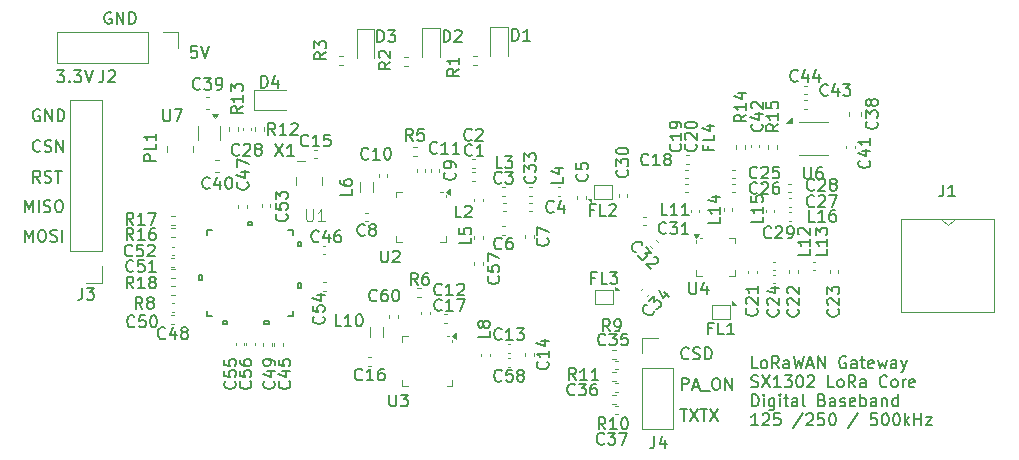
<source format=gbr>
%TF.GenerationSoftware,KiCad,Pcbnew,9.0.1-9.0.1-0~ubuntu24.04.1*%
%TF.CreationDate,2025-04-20T16:10:43+07:00*%
%TF.ProjectId,Gateway PCB v2,47617465-7761-4792-9050-43422076322e,rev?*%
%TF.SameCoordinates,Original*%
%TF.FileFunction,Legend,Top*%
%TF.FilePolarity,Positive*%
%FSLAX46Y46*%
G04 Gerber Fmt 4.6, Leading zero omitted, Abs format (unit mm)*
G04 Created by KiCad (PCBNEW 9.0.1-9.0.1-0~ubuntu24.04.1) date 2025-04-20 16:10:43*
%MOMM*%
%LPD*%
G01*
G04 APERTURE LIST*
%ADD10C,0.150000*%
%ADD11C,0.200000*%
%ADD12C,0.100000*%
%ADD13C,0.120000*%
%ADD14C,0.152400*%
G04 APERTURE END LIST*
D10*
X67960588Y-61117438D02*
X67865350Y-61069819D01*
X67865350Y-61069819D02*
X67722493Y-61069819D01*
X67722493Y-61069819D02*
X67579636Y-61117438D01*
X67579636Y-61117438D02*
X67484398Y-61212676D01*
X67484398Y-61212676D02*
X67436779Y-61307914D01*
X67436779Y-61307914D02*
X67389160Y-61498390D01*
X67389160Y-61498390D02*
X67389160Y-61641247D01*
X67389160Y-61641247D02*
X67436779Y-61831723D01*
X67436779Y-61831723D02*
X67484398Y-61926961D01*
X67484398Y-61926961D02*
X67579636Y-62022200D01*
X67579636Y-62022200D02*
X67722493Y-62069819D01*
X67722493Y-62069819D02*
X67817731Y-62069819D01*
X67817731Y-62069819D02*
X67960588Y-62022200D01*
X67960588Y-62022200D02*
X68008207Y-61974580D01*
X68008207Y-61974580D02*
X68008207Y-61641247D01*
X68008207Y-61641247D02*
X67817731Y-61641247D01*
X68436779Y-62069819D02*
X68436779Y-61069819D01*
X68436779Y-61069819D02*
X69008207Y-62069819D01*
X69008207Y-62069819D02*
X69008207Y-61069819D01*
X69484398Y-62069819D02*
X69484398Y-61069819D01*
X69484398Y-61069819D02*
X69722493Y-61069819D01*
X69722493Y-61069819D02*
X69865350Y-61117438D01*
X69865350Y-61117438D02*
X69960588Y-61212676D01*
X69960588Y-61212676D02*
X70008207Y-61307914D01*
X70008207Y-61307914D02*
X70055826Y-61498390D01*
X70055826Y-61498390D02*
X70055826Y-61641247D01*
X70055826Y-61641247D02*
X70008207Y-61831723D01*
X70008207Y-61831723D02*
X69960588Y-61926961D01*
X69960588Y-61926961D02*
X69865350Y-62022200D01*
X69865350Y-62022200D02*
X69722493Y-62069819D01*
X69722493Y-62069819D02*
X69484398Y-62069819D01*
X63391541Y-66019819D02*
X64010588Y-66019819D01*
X64010588Y-66019819D02*
X63677255Y-66400771D01*
X63677255Y-66400771D02*
X63820112Y-66400771D01*
X63820112Y-66400771D02*
X63915350Y-66448390D01*
X63915350Y-66448390D02*
X63962969Y-66496009D01*
X63962969Y-66496009D02*
X64010588Y-66591247D01*
X64010588Y-66591247D02*
X64010588Y-66829342D01*
X64010588Y-66829342D02*
X63962969Y-66924580D01*
X63962969Y-66924580D02*
X63915350Y-66972200D01*
X63915350Y-66972200D02*
X63820112Y-67019819D01*
X63820112Y-67019819D02*
X63534398Y-67019819D01*
X63534398Y-67019819D02*
X63439160Y-66972200D01*
X63439160Y-66972200D02*
X63391541Y-66924580D01*
X64439160Y-66924580D02*
X64486779Y-66972200D01*
X64486779Y-66972200D02*
X64439160Y-67019819D01*
X64439160Y-67019819D02*
X64391541Y-66972200D01*
X64391541Y-66972200D02*
X64439160Y-66924580D01*
X64439160Y-66924580D02*
X64439160Y-67019819D01*
X64820112Y-66019819D02*
X65439159Y-66019819D01*
X65439159Y-66019819D02*
X65105826Y-66400771D01*
X65105826Y-66400771D02*
X65248683Y-66400771D01*
X65248683Y-66400771D02*
X65343921Y-66448390D01*
X65343921Y-66448390D02*
X65391540Y-66496009D01*
X65391540Y-66496009D02*
X65439159Y-66591247D01*
X65439159Y-66591247D02*
X65439159Y-66829342D01*
X65439159Y-66829342D02*
X65391540Y-66924580D01*
X65391540Y-66924580D02*
X65343921Y-66972200D01*
X65343921Y-66972200D02*
X65248683Y-67019819D01*
X65248683Y-67019819D02*
X64962969Y-67019819D01*
X64962969Y-67019819D02*
X64867731Y-66972200D01*
X64867731Y-66972200D02*
X64820112Y-66924580D01*
X65724874Y-66019819D02*
X66058207Y-67019819D01*
X66058207Y-67019819D02*
X66391540Y-66019819D01*
X60686779Y-78014819D02*
X60686779Y-77014819D01*
X60686779Y-77014819D02*
X61020112Y-77729104D01*
X61020112Y-77729104D02*
X61353445Y-77014819D01*
X61353445Y-77014819D02*
X61353445Y-78014819D01*
X61829636Y-78014819D02*
X61829636Y-77014819D01*
X62258207Y-77967200D02*
X62401064Y-78014819D01*
X62401064Y-78014819D02*
X62639159Y-78014819D01*
X62639159Y-78014819D02*
X62734397Y-77967200D01*
X62734397Y-77967200D02*
X62782016Y-77919580D01*
X62782016Y-77919580D02*
X62829635Y-77824342D01*
X62829635Y-77824342D02*
X62829635Y-77729104D01*
X62829635Y-77729104D02*
X62782016Y-77633866D01*
X62782016Y-77633866D02*
X62734397Y-77586247D01*
X62734397Y-77586247D02*
X62639159Y-77538628D01*
X62639159Y-77538628D02*
X62448683Y-77491009D01*
X62448683Y-77491009D02*
X62353445Y-77443390D01*
X62353445Y-77443390D02*
X62305826Y-77395771D01*
X62305826Y-77395771D02*
X62258207Y-77300533D01*
X62258207Y-77300533D02*
X62258207Y-77205295D01*
X62258207Y-77205295D02*
X62305826Y-77110057D01*
X62305826Y-77110057D02*
X62353445Y-77062438D01*
X62353445Y-77062438D02*
X62448683Y-77014819D01*
X62448683Y-77014819D02*
X62686778Y-77014819D01*
X62686778Y-77014819D02*
X62829635Y-77062438D01*
X63448683Y-77014819D02*
X63639159Y-77014819D01*
X63639159Y-77014819D02*
X63734397Y-77062438D01*
X63734397Y-77062438D02*
X63829635Y-77157676D01*
X63829635Y-77157676D02*
X63877254Y-77348152D01*
X63877254Y-77348152D02*
X63877254Y-77681485D01*
X63877254Y-77681485D02*
X63829635Y-77871961D01*
X63829635Y-77871961D02*
X63734397Y-77967200D01*
X63734397Y-77967200D02*
X63639159Y-78014819D01*
X63639159Y-78014819D02*
X63448683Y-78014819D01*
X63448683Y-78014819D02*
X63353445Y-77967200D01*
X63353445Y-77967200D02*
X63258207Y-77871961D01*
X63258207Y-77871961D02*
X63210588Y-77681485D01*
X63210588Y-77681485D02*
X63210588Y-77348152D01*
X63210588Y-77348152D02*
X63258207Y-77157676D01*
X63258207Y-77157676D02*
X63353445Y-77062438D01*
X63353445Y-77062438D02*
X63448683Y-77014819D01*
X61958207Y-75514819D02*
X61624874Y-75038628D01*
X61386779Y-75514819D02*
X61386779Y-74514819D01*
X61386779Y-74514819D02*
X61767731Y-74514819D01*
X61767731Y-74514819D02*
X61862969Y-74562438D01*
X61862969Y-74562438D02*
X61910588Y-74610057D01*
X61910588Y-74610057D02*
X61958207Y-74705295D01*
X61958207Y-74705295D02*
X61958207Y-74848152D01*
X61958207Y-74848152D02*
X61910588Y-74943390D01*
X61910588Y-74943390D02*
X61862969Y-74991009D01*
X61862969Y-74991009D02*
X61767731Y-75038628D01*
X61767731Y-75038628D02*
X61386779Y-75038628D01*
X62339160Y-75467200D02*
X62482017Y-75514819D01*
X62482017Y-75514819D02*
X62720112Y-75514819D01*
X62720112Y-75514819D02*
X62815350Y-75467200D01*
X62815350Y-75467200D02*
X62862969Y-75419580D01*
X62862969Y-75419580D02*
X62910588Y-75324342D01*
X62910588Y-75324342D02*
X62910588Y-75229104D01*
X62910588Y-75229104D02*
X62862969Y-75133866D01*
X62862969Y-75133866D02*
X62815350Y-75086247D01*
X62815350Y-75086247D02*
X62720112Y-75038628D01*
X62720112Y-75038628D02*
X62529636Y-74991009D01*
X62529636Y-74991009D02*
X62434398Y-74943390D01*
X62434398Y-74943390D02*
X62386779Y-74895771D01*
X62386779Y-74895771D02*
X62339160Y-74800533D01*
X62339160Y-74800533D02*
X62339160Y-74705295D01*
X62339160Y-74705295D02*
X62386779Y-74610057D01*
X62386779Y-74610057D02*
X62434398Y-74562438D01*
X62434398Y-74562438D02*
X62529636Y-74514819D01*
X62529636Y-74514819D02*
X62767731Y-74514819D01*
X62767731Y-74514819D02*
X62910588Y-74562438D01*
X63196303Y-74514819D02*
X63767731Y-74514819D01*
X63482017Y-75514819D02*
X63482017Y-74514819D01*
X61958207Y-72819580D02*
X61910588Y-72867200D01*
X61910588Y-72867200D02*
X61767731Y-72914819D01*
X61767731Y-72914819D02*
X61672493Y-72914819D01*
X61672493Y-72914819D02*
X61529636Y-72867200D01*
X61529636Y-72867200D02*
X61434398Y-72771961D01*
X61434398Y-72771961D02*
X61386779Y-72676723D01*
X61386779Y-72676723D02*
X61339160Y-72486247D01*
X61339160Y-72486247D02*
X61339160Y-72343390D01*
X61339160Y-72343390D02*
X61386779Y-72152914D01*
X61386779Y-72152914D02*
X61434398Y-72057676D01*
X61434398Y-72057676D02*
X61529636Y-71962438D01*
X61529636Y-71962438D02*
X61672493Y-71914819D01*
X61672493Y-71914819D02*
X61767731Y-71914819D01*
X61767731Y-71914819D02*
X61910588Y-71962438D01*
X61910588Y-71962438D02*
X61958207Y-72010057D01*
X62339160Y-72867200D02*
X62482017Y-72914819D01*
X62482017Y-72914819D02*
X62720112Y-72914819D01*
X62720112Y-72914819D02*
X62815350Y-72867200D01*
X62815350Y-72867200D02*
X62862969Y-72819580D01*
X62862969Y-72819580D02*
X62910588Y-72724342D01*
X62910588Y-72724342D02*
X62910588Y-72629104D01*
X62910588Y-72629104D02*
X62862969Y-72533866D01*
X62862969Y-72533866D02*
X62815350Y-72486247D01*
X62815350Y-72486247D02*
X62720112Y-72438628D01*
X62720112Y-72438628D02*
X62529636Y-72391009D01*
X62529636Y-72391009D02*
X62434398Y-72343390D01*
X62434398Y-72343390D02*
X62386779Y-72295771D01*
X62386779Y-72295771D02*
X62339160Y-72200533D01*
X62339160Y-72200533D02*
X62339160Y-72105295D01*
X62339160Y-72105295D02*
X62386779Y-72010057D01*
X62386779Y-72010057D02*
X62434398Y-71962438D01*
X62434398Y-71962438D02*
X62529636Y-71914819D01*
X62529636Y-71914819D02*
X62767731Y-71914819D01*
X62767731Y-71914819D02*
X62910588Y-71962438D01*
X63339160Y-72914819D02*
X63339160Y-71914819D01*
X63339160Y-71914819D02*
X63910588Y-72914819D01*
X63910588Y-72914819D02*
X63910588Y-71914819D01*
X75212969Y-63969819D02*
X74736779Y-63969819D01*
X74736779Y-63969819D02*
X74689160Y-64446009D01*
X74689160Y-64446009D02*
X74736779Y-64398390D01*
X74736779Y-64398390D02*
X74832017Y-64350771D01*
X74832017Y-64350771D02*
X75070112Y-64350771D01*
X75070112Y-64350771D02*
X75165350Y-64398390D01*
X75165350Y-64398390D02*
X75212969Y-64446009D01*
X75212969Y-64446009D02*
X75260588Y-64541247D01*
X75260588Y-64541247D02*
X75260588Y-64779342D01*
X75260588Y-64779342D02*
X75212969Y-64874580D01*
X75212969Y-64874580D02*
X75165350Y-64922200D01*
X75165350Y-64922200D02*
X75070112Y-64969819D01*
X75070112Y-64969819D02*
X74832017Y-64969819D01*
X74832017Y-64969819D02*
X74736779Y-64922200D01*
X74736779Y-64922200D02*
X74689160Y-64874580D01*
X75546303Y-63969819D02*
X75879636Y-64969819D01*
X75879636Y-64969819D02*
X76212969Y-63969819D01*
X116143922Y-94669819D02*
X116715350Y-94669819D01*
X116429636Y-95669819D02*
X116429636Y-94669819D01*
X116953446Y-94669819D02*
X117620112Y-95669819D01*
X117620112Y-94669819D02*
X116953446Y-95669819D01*
X117858208Y-94669819D02*
X118429636Y-94669819D01*
X118143922Y-95669819D02*
X118143922Y-94669819D01*
X118667732Y-94669819D02*
X119334398Y-95669819D01*
X119334398Y-94669819D02*
X118667732Y-95669819D01*
X116286779Y-93069819D02*
X116286779Y-92069819D01*
X116286779Y-92069819D02*
X116667731Y-92069819D01*
X116667731Y-92069819D02*
X116762969Y-92117438D01*
X116762969Y-92117438D02*
X116810588Y-92165057D01*
X116810588Y-92165057D02*
X116858207Y-92260295D01*
X116858207Y-92260295D02*
X116858207Y-92403152D01*
X116858207Y-92403152D02*
X116810588Y-92498390D01*
X116810588Y-92498390D02*
X116762969Y-92546009D01*
X116762969Y-92546009D02*
X116667731Y-92593628D01*
X116667731Y-92593628D02*
X116286779Y-92593628D01*
X117239160Y-92784104D02*
X117715350Y-92784104D01*
X117143922Y-93069819D02*
X117477255Y-92069819D01*
X117477255Y-92069819D02*
X117810588Y-93069819D01*
X117905827Y-93165057D02*
X118667731Y-93165057D01*
X119096303Y-92069819D02*
X119286779Y-92069819D01*
X119286779Y-92069819D02*
X119382017Y-92117438D01*
X119382017Y-92117438D02*
X119477255Y-92212676D01*
X119477255Y-92212676D02*
X119524874Y-92403152D01*
X119524874Y-92403152D02*
X119524874Y-92736485D01*
X119524874Y-92736485D02*
X119477255Y-92926961D01*
X119477255Y-92926961D02*
X119382017Y-93022200D01*
X119382017Y-93022200D02*
X119286779Y-93069819D01*
X119286779Y-93069819D02*
X119096303Y-93069819D01*
X119096303Y-93069819D02*
X119001065Y-93022200D01*
X119001065Y-93022200D02*
X118905827Y-92926961D01*
X118905827Y-92926961D02*
X118858208Y-92736485D01*
X118858208Y-92736485D02*
X118858208Y-92403152D01*
X118858208Y-92403152D02*
X118905827Y-92212676D01*
X118905827Y-92212676D02*
X119001065Y-92117438D01*
X119001065Y-92117438D02*
X119096303Y-92069819D01*
X119953446Y-93069819D02*
X119953446Y-92069819D01*
X119953446Y-92069819D02*
X120524874Y-93069819D01*
X120524874Y-93069819D02*
X120524874Y-92069819D01*
D11*
X122695863Y-91232387D02*
X122219673Y-91232387D01*
X122219673Y-91232387D02*
X122219673Y-90232387D01*
X123172054Y-91232387D02*
X123076816Y-91184768D01*
X123076816Y-91184768D02*
X123029197Y-91137148D01*
X123029197Y-91137148D02*
X122981578Y-91041910D01*
X122981578Y-91041910D02*
X122981578Y-90756196D01*
X122981578Y-90756196D02*
X123029197Y-90660958D01*
X123029197Y-90660958D02*
X123076816Y-90613339D01*
X123076816Y-90613339D02*
X123172054Y-90565720D01*
X123172054Y-90565720D02*
X123314911Y-90565720D01*
X123314911Y-90565720D02*
X123410149Y-90613339D01*
X123410149Y-90613339D02*
X123457768Y-90660958D01*
X123457768Y-90660958D02*
X123505387Y-90756196D01*
X123505387Y-90756196D02*
X123505387Y-91041910D01*
X123505387Y-91041910D02*
X123457768Y-91137148D01*
X123457768Y-91137148D02*
X123410149Y-91184768D01*
X123410149Y-91184768D02*
X123314911Y-91232387D01*
X123314911Y-91232387D02*
X123172054Y-91232387D01*
X124505387Y-91232387D02*
X124172054Y-90756196D01*
X123933959Y-91232387D02*
X123933959Y-90232387D01*
X123933959Y-90232387D02*
X124314911Y-90232387D01*
X124314911Y-90232387D02*
X124410149Y-90280006D01*
X124410149Y-90280006D02*
X124457768Y-90327625D01*
X124457768Y-90327625D02*
X124505387Y-90422863D01*
X124505387Y-90422863D02*
X124505387Y-90565720D01*
X124505387Y-90565720D02*
X124457768Y-90660958D01*
X124457768Y-90660958D02*
X124410149Y-90708577D01*
X124410149Y-90708577D02*
X124314911Y-90756196D01*
X124314911Y-90756196D02*
X123933959Y-90756196D01*
X125362530Y-91232387D02*
X125362530Y-90708577D01*
X125362530Y-90708577D02*
X125314911Y-90613339D01*
X125314911Y-90613339D02*
X125219673Y-90565720D01*
X125219673Y-90565720D02*
X125029197Y-90565720D01*
X125029197Y-90565720D02*
X124933959Y-90613339D01*
X125362530Y-91184768D02*
X125267292Y-91232387D01*
X125267292Y-91232387D02*
X125029197Y-91232387D01*
X125029197Y-91232387D02*
X124933959Y-91184768D01*
X124933959Y-91184768D02*
X124886340Y-91089529D01*
X124886340Y-91089529D02*
X124886340Y-90994291D01*
X124886340Y-90994291D02*
X124933959Y-90899053D01*
X124933959Y-90899053D02*
X125029197Y-90851434D01*
X125029197Y-90851434D02*
X125267292Y-90851434D01*
X125267292Y-90851434D02*
X125362530Y-90803815D01*
X125743483Y-90232387D02*
X125981578Y-91232387D01*
X125981578Y-91232387D02*
X126172054Y-90518101D01*
X126172054Y-90518101D02*
X126362530Y-91232387D01*
X126362530Y-91232387D02*
X126600626Y-90232387D01*
X126933959Y-90946672D02*
X127410149Y-90946672D01*
X126838721Y-91232387D02*
X127172054Y-90232387D01*
X127172054Y-90232387D02*
X127505387Y-91232387D01*
X127838721Y-91232387D02*
X127838721Y-90232387D01*
X127838721Y-90232387D02*
X128410149Y-91232387D01*
X128410149Y-91232387D02*
X128410149Y-90232387D01*
X130172054Y-90280006D02*
X130076816Y-90232387D01*
X130076816Y-90232387D02*
X129933959Y-90232387D01*
X129933959Y-90232387D02*
X129791102Y-90280006D01*
X129791102Y-90280006D02*
X129695864Y-90375244D01*
X129695864Y-90375244D02*
X129648245Y-90470482D01*
X129648245Y-90470482D02*
X129600626Y-90660958D01*
X129600626Y-90660958D02*
X129600626Y-90803815D01*
X129600626Y-90803815D02*
X129648245Y-90994291D01*
X129648245Y-90994291D02*
X129695864Y-91089529D01*
X129695864Y-91089529D02*
X129791102Y-91184768D01*
X129791102Y-91184768D02*
X129933959Y-91232387D01*
X129933959Y-91232387D02*
X130029197Y-91232387D01*
X130029197Y-91232387D02*
X130172054Y-91184768D01*
X130172054Y-91184768D02*
X130219673Y-91137148D01*
X130219673Y-91137148D02*
X130219673Y-90803815D01*
X130219673Y-90803815D02*
X130029197Y-90803815D01*
X131076816Y-91232387D02*
X131076816Y-90708577D01*
X131076816Y-90708577D02*
X131029197Y-90613339D01*
X131029197Y-90613339D02*
X130933959Y-90565720D01*
X130933959Y-90565720D02*
X130743483Y-90565720D01*
X130743483Y-90565720D02*
X130648245Y-90613339D01*
X131076816Y-91184768D02*
X130981578Y-91232387D01*
X130981578Y-91232387D02*
X130743483Y-91232387D01*
X130743483Y-91232387D02*
X130648245Y-91184768D01*
X130648245Y-91184768D02*
X130600626Y-91089529D01*
X130600626Y-91089529D02*
X130600626Y-90994291D01*
X130600626Y-90994291D02*
X130648245Y-90899053D01*
X130648245Y-90899053D02*
X130743483Y-90851434D01*
X130743483Y-90851434D02*
X130981578Y-90851434D01*
X130981578Y-90851434D02*
X131076816Y-90803815D01*
X131410150Y-90565720D02*
X131791102Y-90565720D01*
X131553007Y-90232387D02*
X131553007Y-91089529D01*
X131553007Y-91089529D02*
X131600626Y-91184768D01*
X131600626Y-91184768D02*
X131695864Y-91232387D01*
X131695864Y-91232387D02*
X131791102Y-91232387D01*
X132505388Y-91184768D02*
X132410150Y-91232387D01*
X132410150Y-91232387D02*
X132219674Y-91232387D01*
X132219674Y-91232387D02*
X132124436Y-91184768D01*
X132124436Y-91184768D02*
X132076817Y-91089529D01*
X132076817Y-91089529D02*
X132076817Y-90708577D01*
X132076817Y-90708577D02*
X132124436Y-90613339D01*
X132124436Y-90613339D02*
X132219674Y-90565720D01*
X132219674Y-90565720D02*
X132410150Y-90565720D01*
X132410150Y-90565720D02*
X132505388Y-90613339D01*
X132505388Y-90613339D02*
X132553007Y-90708577D01*
X132553007Y-90708577D02*
X132553007Y-90803815D01*
X132553007Y-90803815D02*
X132076817Y-90899053D01*
X132886341Y-90565720D02*
X133076817Y-91232387D01*
X133076817Y-91232387D02*
X133267293Y-90756196D01*
X133267293Y-90756196D02*
X133457769Y-91232387D01*
X133457769Y-91232387D02*
X133648245Y-90565720D01*
X134457769Y-91232387D02*
X134457769Y-90708577D01*
X134457769Y-90708577D02*
X134410150Y-90613339D01*
X134410150Y-90613339D02*
X134314912Y-90565720D01*
X134314912Y-90565720D02*
X134124436Y-90565720D01*
X134124436Y-90565720D02*
X134029198Y-90613339D01*
X134457769Y-91184768D02*
X134362531Y-91232387D01*
X134362531Y-91232387D02*
X134124436Y-91232387D01*
X134124436Y-91232387D02*
X134029198Y-91184768D01*
X134029198Y-91184768D02*
X133981579Y-91089529D01*
X133981579Y-91089529D02*
X133981579Y-90994291D01*
X133981579Y-90994291D02*
X134029198Y-90899053D01*
X134029198Y-90899053D02*
X134124436Y-90851434D01*
X134124436Y-90851434D02*
X134362531Y-90851434D01*
X134362531Y-90851434D02*
X134457769Y-90803815D01*
X134838722Y-90565720D02*
X135076817Y-91232387D01*
X135314912Y-90565720D02*
X135076817Y-91232387D01*
X135076817Y-91232387D02*
X134981579Y-91470482D01*
X134981579Y-91470482D02*
X134933960Y-91518101D01*
X134933960Y-91518101D02*
X134838722Y-91565720D01*
X122172054Y-92794712D02*
X122314911Y-92842331D01*
X122314911Y-92842331D02*
X122553006Y-92842331D01*
X122553006Y-92842331D02*
X122648244Y-92794712D01*
X122648244Y-92794712D02*
X122695863Y-92747092D01*
X122695863Y-92747092D02*
X122743482Y-92651854D01*
X122743482Y-92651854D02*
X122743482Y-92556616D01*
X122743482Y-92556616D02*
X122695863Y-92461378D01*
X122695863Y-92461378D02*
X122648244Y-92413759D01*
X122648244Y-92413759D02*
X122553006Y-92366140D01*
X122553006Y-92366140D02*
X122362530Y-92318521D01*
X122362530Y-92318521D02*
X122267292Y-92270902D01*
X122267292Y-92270902D02*
X122219673Y-92223283D01*
X122219673Y-92223283D02*
X122172054Y-92128045D01*
X122172054Y-92128045D02*
X122172054Y-92032807D01*
X122172054Y-92032807D02*
X122219673Y-91937569D01*
X122219673Y-91937569D02*
X122267292Y-91889950D01*
X122267292Y-91889950D02*
X122362530Y-91842331D01*
X122362530Y-91842331D02*
X122600625Y-91842331D01*
X122600625Y-91842331D02*
X122743482Y-91889950D01*
X123076816Y-91842331D02*
X123743482Y-92842331D01*
X123743482Y-91842331D02*
X123076816Y-92842331D01*
X124648244Y-92842331D02*
X124076816Y-92842331D01*
X124362530Y-92842331D02*
X124362530Y-91842331D01*
X124362530Y-91842331D02*
X124267292Y-91985188D01*
X124267292Y-91985188D02*
X124172054Y-92080426D01*
X124172054Y-92080426D02*
X124076816Y-92128045D01*
X124981578Y-91842331D02*
X125600625Y-91842331D01*
X125600625Y-91842331D02*
X125267292Y-92223283D01*
X125267292Y-92223283D02*
X125410149Y-92223283D01*
X125410149Y-92223283D02*
X125505387Y-92270902D01*
X125505387Y-92270902D02*
X125553006Y-92318521D01*
X125553006Y-92318521D02*
X125600625Y-92413759D01*
X125600625Y-92413759D02*
X125600625Y-92651854D01*
X125600625Y-92651854D02*
X125553006Y-92747092D01*
X125553006Y-92747092D02*
X125505387Y-92794712D01*
X125505387Y-92794712D02*
X125410149Y-92842331D01*
X125410149Y-92842331D02*
X125124435Y-92842331D01*
X125124435Y-92842331D02*
X125029197Y-92794712D01*
X125029197Y-92794712D02*
X124981578Y-92747092D01*
X126219673Y-91842331D02*
X126314911Y-91842331D01*
X126314911Y-91842331D02*
X126410149Y-91889950D01*
X126410149Y-91889950D02*
X126457768Y-91937569D01*
X126457768Y-91937569D02*
X126505387Y-92032807D01*
X126505387Y-92032807D02*
X126553006Y-92223283D01*
X126553006Y-92223283D02*
X126553006Y-92461378D01*
X126553006Y-92461378D02*
X126505387Y-92651854D01*
X126505387Y-92651854D02*
X126457768Y-92747092D01*
X126457768Y-92747092D02*
X126410149Y-92794712D01*
X126410149Y-92794712D02*
X126314911Y-92842331D01*
X126314911Y-92842331D02*
X126219673Y-92842331D01*
X126219673Y-92842331D02*
X126124435Y-92794712D01*
X126124435Y-92794712D02*
X126076816Y-92747092D01*
X126076816Y-92747092D02*
X126029197Y-92651854D01*
X126029197Y-92651854D02*
X125981578Y-92461378D01*
X125981578Y-92461378D02*
X125981578Y-92223283D01*
X125981578Y-92223283D02*
X126029197Y-92032807D01*
X126029197Y-92032807D02*
X126076816Y-91937569D01*
X126076816Y-91937569D02*
X126124435Y-91889950D01*
X126124435Y-91889950D02*
X126219673Y-91842331D01*
X126933959Y-91937569D02*
X126981578Y-91889950D01*
X126981578Y-91889950D02*
X127076816Y-91842331D01*
X127076816Y-91842331D02*
X127314911Y-91842331D01*
X127314911Y-91842331D02*
X127410149Y-91889950D01*
X127410149Y-91889950D02*
X127457768Y-91937569D01*
X127457768Y-91937569D02*
X127505387Y-92032807D01*
X127505387Y-92032807D02*
X127505387Y-92128045D01*
X127505387Y-92128045D02*
X127457768Y-92270902D01*
X127457768Y-92270902D02*
X126886340Y-92842331D01*
X126886340Y-92842331D02*
X127505387Y-92842331D01*
X129172054Y-92842331D02*
X128695864Y-92842331D01*
X128695864Y-92842331D02*
X128695864Y-91842331D01*
X129648245Y-92842331D02*
X129553007Y-92794712D01*
X129553007Y-92794712D02*
X129505388Y-92747092D01*
X129505388Y-92747092D02*
X129457769Y-92651854D01*
X129457769Y-92651854D02*
X129457769Y-92366140D01*
X129457769Y-92366140D02*
X129505388Y-92270902D01*
X129505388Y-92270902D02*
X129553007Y-92223283D01*
X129553007Y-92223283D02*
X129648245Y-92175664D01*
X129648245Y-92175664D02*
X129791102Y-92175664D01*
X129791102Y-92175664D02*
X129886340Y-92223283D01*
X129886340Y-92223283D02*
X129933959Y-92270902D01*
X129933959Y-92270902D02*
X129981578Y-92366140D01*
X129981578Y-92366140D02*
X129981578Y-92651854D01*
X129981578Y-92651854D02*
X129933959Y-92747092D01*
X129933959Y-92747092D02*
X129886340Y-92794712D01*
X129886340Y-92794712D02*
X129791102Y-92842331D01*
X129791102Y-92842331D02*
X129648245Y-92842331D01*
X130981578Y-92842331D02*
X130648245Y-92366140D01*
X130410150Y-92842331D02*
X130410150Y-91842331D01*
X130410150Y-91842331D02*
X130791102Y-91842331D01*
X130791102Y-91842331D02*
X130886340Y-91889950D01*
X130886340Y-91889950D02*
X130933959Y-91937569D01*
X130933959Y-91937569D02*
X130981578Y-92032807D01*
X130981578Y-92032807D02*
X130981578Y-92175664D01*
X130981578Y-92175664D02*
X130933959Y-92270902D01*
X130933959Y-92270902D02*
X130886340Y-92318521D01*
X130886340Y-92318521D02*
X130791102Y-92366140D01*
X130791102Y-92366140D02*
X130410150Y-92366140D01*
X131838721Y-92842331D02*
X131838721Y-92318521D01*
X131838721Y-92318521D02*
X131791102Y-92223283D01*
X131791102Y-92223283D02*
X131695864Y-92175664D01*
X131695864Y-92175664D02*
X131505388Y-92175664D01*
X131505388Y-92175664D02*
X131410150Y-92223283D01*
X131838721Y-92794712D02*
X131743483Y-92842331D01*
X131743483Y-92842331D02*
X131505388Y-92842331D01*
X131505388Y-92842331D02*
X131410150Y-92794712D01*
X131410150Y-92794712D02*
X131362531Y-92699473D01*
X131362531Y-92699473D02*
X131362531Y-92604235D01*
X131362531Y-92604235D02*
X131410150Y-92508997D01*
X131410150Y-92508997D02*
X131505388Y-92461378D01*
X131505388Y-92461378D02*
X131743483Y-92461378D01*
X131743483Y-92461378D02*
X131838721Y-92413759D01*
X133648245Y-92747092D02*
X133600626Y-92794712D01*
X133600626Y-92794712D02*
X133457769Y-92842331D01*
X133457769Y-92842331D02*
X133362531Y-92842331D01*
X133362531Y-92842331D02*
X133219674Y-92794712D01*
X133219674Y-92794712D02*
X133124436Y-92699473D01*
X133124436Y-92699473D02*
X133076817Y-92604235D01*
X133076817Y-92604235D02*
X133029198Y-92413759D01*
X133029198Y-92413759D02*
X133029198Y-92270902D01*
X133029198Y-92270902D02*
X133076817Y-92080426D01*
X133076817Y-92080426D02*
X133124436Y-91985188D01*
X133124436Y-91985188D02*
X133219674Y-91889950D01*
X133219674Y-91889950D02*
X133362531Y-91842331D01*
X133362531Y-91842331D02*
X133457769Y-91842331D01*
X133457769Y-91842331D02*
X133600626Y-91889950D01*
X133600626Y-91889950D02*
X133648245Y-91937569D01*
X134219674Y-92842331D02*
X134124436Y-92794712D01*
X134124436Y-92794712D02*
X134076817Y-92747092D01*
X134076817Y-92747092D02*
X134029198Y-92651854D01*
X134029198Y-92651854D02*
X134029198Y-92366140D01*
X134029198Y-92366140D02*
X134076817Y-92270902D01*
X134076817Y-92270902D02*
X134124436Y-92223283D01*
X134124436Y-92223283D02*
X134219674Y-92175664D01*
X134219674Y-92175664D02*
X134362531Y-92175664D01*
X134362531Y-92175664D02*
X134457769Y-92223283D01*
X134457769Y-92223283D02*
X134505388Y-92270902D01*
X134505388Y-92270902D02*
X134553007Y-92366140D01*
X134553007Y-92366140D02*
X134553007Y-92651854D01*
X134553007Y-92651854D02*
X134505388Y-92747092D01*
X134505388Y-92747092D02*
X134457769Y-92794712D01*
X134457769Y-92794712D02*
X134362531Y-92842331D01*
X134362531Y-92842331D02*
X134219674Y-92842331D01*
X134981579Y-92842331D02*
X134981579Y-92175664D01*
X134981579Y-92366140D02*
X135029198Y-92270902D01*
X135029198Y-92270902D02*
X135076817Y-92223283D01*
X135076817Y-92223283D02*
X135172055Y-92175664D01*
X135172055Y-92175664D02*
X135267293Y-92175664D01*
X135981579Y-92794712D02*
X135886341Y-92842331D01*
X135886341Y-92842331D02*
X135695865Y-92842331D01*
X135695865Y-92842331D02*
X135600627Y-92794712D01*
X135600627Y-92794712D02*
X135553008Y-92699473D01*
X135553008Y-92699473D02*
X135553008Y-92318521D01*
X135553008Y-92318521D02*
X135600627Y-92223283D01*
X135600627Y-92223283D02*
X135695865Y-92175664D01*
X135695865Y-92175664D02*
X135886341Y-92175664D01*
X135886341Y-92175664D02*
X135981579Y-92223283D01*
X135981579Y-92223283D02*
X136029198Y-92318521D01*
X136029198Y-92318521D02*
X136029198Y-92413759D01*
X136029198Y-92413759D02*
X135553008Y-92508997D01*
X122219673Y-94452275D02*
X122219673Y-93452275D01*
X122219673Y-93452275D02*
X122457768Y-93452275D01*
X122457768Y-93452275D02*
X122600625Y-93499894D01*
X122600625Y-93499894D02*
X122695863Y-93595132D01*
X122695863Y-93595132D02*
X122743482Y-93690370D01*
X122743482Y-93690370D02*
X122791101Y-93880846D01*
X122791101Y-93880846D02*
X122791101Y-94023703D01*
X122791101Y-94023703D02*
X122743482Y-94214179D01*
X122743482Y-94214179D02*
X122695863Y-94309417D01*
X122695863Y-94309417D02*
X122600625Y-94404656D01*
X122600625Y-94404656D02*
X122457768Y-94452275D01*
X122457768Y-94452275D02*
X122219673Y-94452275D01*
X123219673Y-94452275D02*
X123219673Y-93785608D01*
X123219673Y-93452275D02*
X123172054Y-93499894D01*
X123172054Y-93499894D02*
X123219673Y-93547513D01*
X123219673Y-93547513D02*
X123267292Y-93499894D01*
X123267292Y-93499894D02*
X123219673Y-93452275D01*
X123219673Y-93452275D02*
X123219673Y-93547513D01*
X124124434Y-93785608D02*
X124124434Y-94595132D01*
X124124434Y-94595132D02*
X124076815Y-94690370D01*
X124076815Y-94690370D02*
X124029196Y-94737989D01*
X124029196Y-94737989D02*
X123933958Y-94785608D01*
X123933958Y-94785608D02*
X123791101Y-94785608D01*
X123791101Y-94785608D02*
X123695863Y-94737989D01*
X124124434Y-94404656D02*
X124029196Y-94452275D01*
X124029196Y-94452275D02*
X123838720Y-94452275D01*
X123838720Y-94452275D02*
X123743482Y-94404656D01*
X123743482Y-94404656D02*
X123695863Y-94357036D01*
X123695863Y-94357036D02*
X123648244Y-94261798D01*
X123648244Y-94261798D02*
X123648244Y-93976084D01*
X123648244Y-93976084D02*
X123695863Y-93880846D01*
X123695863Y-93880846D02*
X123743482Y-93833227D01*
X123743482Y-93833227D02*
X123838720Y-93785608D01*
X123838720Y-93785608D02*
X124029196Y-93785608D01*
X124029196Y-93785608D02*
X124124434Y-93833227D01*
X124600625Y-94452275D02*
X124600625Y-93785608D01*
X124600625Y-93452275D02*
X124553006Y-93499894D01*
X124553006Y-93499894D02*
X124600625Y-93547513D01*
X124600625Y-93547513D02*
X124648244Y-93499894D01*
X124648244Y-93499894D02*
X124600625Y-93452275D01*
X124600625Y-93452275D02*
X124600625Y-93547513D01*
X124933958Y-93785608D02*
X125314910Y-93785608D01*
X125076815Y-93452275D02*
X125076815Y-94309417D01*
X125076815Y-94309417D02*
X125124434Y-94404656D01*
X125124434Y-94404656D02*
X125219672Y-94452275D01*
X125219672Y-94452275D02*
X125314910Y-94452275D01*
X126076815Y-94452275D02*
X126076815Y-93928465D01*
X126076815Y-93928465D02*
X126029196Y-93833227D01*
X126029196Y-93833227D02*
X125933958Y-93785608D01*
X125933958Y-93785608D02*
X125743482Y-93785608D01*
X125743482Y-93785608D02*
X125648244Y-93833227D01*
X126076815Y-94404656D02*
X125981577Y-94452275D01*
X125981577Y-94452275D02*
X125743482Y-94452275D01*
X125743482Y-94452275D02*
X125648244Y-94404656D01*
X125648244Y-94404656D02*
X125600625Y-94309417D01*
X125600625Y-94309417D02*
X125600625Y-94214179D01*
X125600625Y-94214179D02*
X125648244Y-94118941D01*
X125648244Y-94118941D02*
X125743482Y-94071322D01*
X125743482Y-94071322D02*
X125981577Y-94071322D01*
X125981577Y-94071322D02*
X126076815Y-94023703D01*
X126695863Y-94452275D02*
X126600625Y-94404656D01*
X126600625Y-94404656D02*
X126553006Y-94309417D01*
X126553006Y-94309417D02*
X126553006Y-93452275D01*
X128172054Y-93928465D02*
X128314911Y-93976084D01*
X128314911Y-93976084D02*
X128362530Y-94023703D01*
X128362530Y-94023703D02*
X128410149Y-94118941D01*
X128410149Y-94118941D02*
X128410149Y-94261798D01*
X128410149Y-94261798D02*
X128362530Y-94357036D01*
X128362530Y-94357036D02*
X128314911Y-94404656D01*
X128314911Y-94404656D02*
X128219673Y-94452275D01*
X128219673Y-94452275D02*
X127838721Y-94452275D01*
X127838721Y-94452275D02*
X127838721Y-93452275D01*
X127838721Y-93452275D02*
X128172054Y-93452275D01*
X128172054Y-93452275D02*
X128267292Y-93499894D01*
X128267292Y-93499894D02*
X128314911Y-93547513D01*
X128314911Y-93547513D02*
X128362530Y-93642751D01*
X128362530Y-93642751D02*
X128362530Y-93737989D01*
X128362530Y-93737989D02*
X128314911Y-93833227D01*
X128314911Y-93833227D02*
X128267292Y-93880846D01*
X128267292Y-93880846D02*
X128172054Y-93928465D01*
X128172054Y-93928465D02*
X127838721Y-93928465D01*
X129267292Y-94452275D02*
X129267292Y-93928465D01*
X129267292Y-93928465D02*
X129219673Y-93833227D01*
X129219673Y-93833227D02*
X129124435Y-93785608D01*
X129124435Y-93785608D02*
X128933959Y-93785608D01*
X128933959Y-93785608D02*
X128838721Y-93833227D01*
X129267292Y-94404656D02*
X129172054Y-94452275D01*
X129172054Y-94452275D02*
X128933959Y-94452275D01*
X128933959Y-94452275D02*
X128838721Y-94404656D01*
X128838721Y-94404656D02*
X128791102Y-94309417D01*
X128791102Y-94309417D02*
X128791102Y-94214179D01*
X128791102Y-94214179D02*
X128838721Y-94118941D01*
X128838721Y-94118941D02*
X128933959Y-94071322D01*
X128933959Y-94071322D02*
X129172054Y-94071322D01*
X129172054Y-94071322D02*
X129267292Y-94023703D01*
X129695864Y-94404656D02*
X129791102Y-94452275D01*
X129791102Y-94452275D02*
X129981578Y-94452275D01*
X129981578Y-94452275D02*
X130076816Y-94404656D01*
X130076816Y-94404656D02*
X130124435Y-94309417D01*
X130124435Y-94309417D02*
X130124435Y-94261798D01*
X130124435Y-94261798D02*
X130076816Y-94166560D01*
X130076816Y-94166560D02*
X129981578Y-94118941D01*
X129981578Y-94118941D02*
X129838721Y-94118941D01*
X129838721Y-94118941D02*
X129743483Y-94071322D01*
X129743483Y-94071322D02*
X129695864Y-93976084D01*
X129695864Y-93976084D02*
X129695864Y-93928465D01*
X129695864Y-93928465D02*
X129743483Y-93833227D01*
X129743483Y-93833227D02*
X129838721Y-93785608D01*
X129838721Y-93785608D02*
X129981578Y-93785608D01*
X129981578Y-93785608D02*
X130076816Y-93833227D01*
X130933959Y-94404656D02*
X130838721Y-94452275D01*
X130838721Y-94452275D02*
X130648245Y-94452275D01*
X130648245Y-94452275D02*
X130553007Y-94404656D01*
X130553007Y-94404656D02*
X130505388Y-94309417D01*
X130505388Y-94309417D02*
X130505388Y-93928465D01*
X130505388Y-93928465D02*
X130553007Y-93833227D01*
X130553007Y-93833227D02*
X130648245Y-93785608D01*
X130648245Y-93785608D02*
X130838721Y-93785608D01*
X130838721Y-93785608D02*
X130933959Y-93833227D01*
X130933959Y-93833227D02*
X130981578Y-93928465D01*
X130981578Y-93928465D02*
X130981578Y-94023703D01*
X130981578Y-94023703D02*
X130505388Y-94118941D01*
X131410150Y-94452275D02*
X131410150Y-93452275D01*
X131410150Y-93833227D02*
X131505388Y-93785608D01*
X131505388Y-93785608D02*
X131695864Y-93785608D01*
X131695864Y-93785608D02*
X131791102Y-93833227D01*
X131791102Y-93833227D02*
X131838721Y-93880846D01*
X131838721Y-93880846D02*
X131886340Y-93976084D01*
X131886340Y-93976084D02*
X131886340Y-94261798D01*
X131886340Y-94261798D02*
X131838721Y-94357036D01*
X131838721Y-94357036D02*
X131791102Y-94404656D01*
X131791102Y-94404656D02*
X131695864Y-94452275D01*
X131695864Y-94452275D02*
X131505388Y-94452275D01*
X131505388Y-94452275D02*
X131410150Y-94404656D01*
X132743483Y-94452275D02*
X132743483Y-93928465D01*
X132743483Y-93928465D02*
X132695864Y-93833227D01*
X132695864Y-93833227D02*
X132600626Y-93785608D01*
X132600626Y-93785608D02*
X132410150Y-93785608D01*
X132410150Y-93785608D02*
X132314912Y-93833227D01*
X132743483Y-94404656D02*
X132648245Y-94452275D01*
X132648245Y-94452275D02*
X132410150Y-94452275D01*
X132410150Y-94452275D02*
X132314912Y-94404656D01*
X132314912Y-94404656D02*
X132267293Y-94309417D01*
X132267293Y-94309417D02*
X132267293Y-94214179D01*
X132267293Y-94214179D02*
X132314912Y-94118941D01*
X132314912Y-94118941D02*
X132410150Y-94071322D01*
X132410150Y-94071322D02*
X132648245Y-94071322D01*
X132648245Y-94071322D02*
X132743483Y-94023703D01*
X133219674Y-93785608D02*
X133219674Y-94452275D01*
X133219674Y-93880846D02*
X133267293Y-93833227D01*
X133267293Y-93833227D02*
X133362531Y-93785608D01*
X133362531Y-93785608D02*
X133505388Y-93785608D01*
X133505388Y-93785608D02*
X133600626Y-93833227D01*
X133600626Y-93833227D02*
X133648245Y-93928465D01*
X133648245Y-93928465D02*
X133648245Y-94452275D01*
X134553007Y-94452275D02*
X134553007Y-93452275D01*
X134553007Y-94404656D02*
X134457769Y-94452275D01*
X134457769Y-94452275D02*
X134267293Y-94452275D01*
X134267293Y-94452275D02*
X134172055Y-94404656D01*
X134172055Y-94404656D02*
X134124436Y-94357036D01*
X134124436Y-94357036D02*
X134076817Y-94261798D01*
X134076817Y-94261798D02*
X134076817Y-93976084D01*
X134076817Y-93976084D02*
X134124436Y-93880846D01*
X134124436Y-93880846D02*
X134172055Y-93833227D01*
X134172055Y-93833227D02*
X134267293Y-93785608D01*
X134267293Y-93785608D02*
X134457769Y-93785608D01*
X134457769Y-93785608D02*
X134553007Y-93833227D01*
X122743482Y-96062219D02*
X122172054Y-96062219D01*
X122457768Y-96062219D02*
X122457768Y-95062219D01*
X122457768Y-95062219D02*
X122362530Y-95205076D01*
X122362530Y-95205076D02*
X122267292Y-95300314D01*
X122267292Y-95300314D02*
X122172054Y-95347933D01*
X123124435Y-95157457D02*
X123172054Y-95109838D01*
X123172054Y-95109838D02*
X123267292Y-95062219D01*
X123267292Y-95062219D02*
X123505387Y-95062219D01*
X123505387Y-95062219D02*
X123600625Y-95109838D01*
X123600625Y-95109838D02*
X123648244Y-95157457D01*
X123648244Y-95157457D02*
X123695863Y-95252695D01*
X123695863Y-95252695D02*
X123695863Y-95347933D01*
X123695863Y-95347933D02*
X123648244Y-95490790D01*
X123648244Y-95490790D02*
X123076816Y-96062219D01*
X123076816Y-96062219D02*
X123695863Y-96062219D01*
X124600625Y-95062219D02*
X124124435Y-95062219D01*
X124124435Y-95062219D02*
X124076816Y-95538409D01*
X124076816Y-95538409D02*
X124124435Y-95490790D01*
X124124435Y-95490790D02*
X124219673Y-95443171D01*
X124219673Y-95443171D02*
X124457768Y-95443171D01*
X124457768Y-95443171D02*
X124553006Y-95490790D01*
X124553006Y-95490790D02*
X124600625Y-95538409D01*
X124600625Y-95538409D02*
X124648244Y-95633647D01*
X124648244Y-95633647D02*
X124648244Y-95871742D01*
X124648244Y-95871742D02*
X124600625Y-95966980D01*
X124600625Y-95966980D02*
X124553006Y-96014600D01*
X124553006Y-96014600D02*
X124457768Y-96062219D01*
X124457768Y-96062219D02*
X124219673Y-96062219D01*
X124219673Y-96062219D02*
X124124435Y-96014600D01*
X124124435Y-96014600D02*
X124076816Y-95966980D01*
X126553006Y-95014600D02*
X125695864Y-96300314D01*
X126838721Y-95157457D02*
X126886340Y-95109838D01*
X126886340Y-95109838D02*
X126981578Y-95062219D01*
X126981578Y-95062219D02*
X127219673Y-95062219D01*
X127219673Y-95062219D02*
X127314911Y-95109838D01*
X127314911Y-95109838D02*
X127362530Y-95157457D01*
X127362530Y-95157457D02*
X127410149Y-95252695D01*
X127410149Y-95252695D02*
X127410149Y-95347933D01*
X127410149Y-95347933D02*
X127362530Y-95490790D01*
X127362530Y-95490790D02*
X126791102Y-96062219D01*
X126791102Y-96062219D02*
X127410149Y-96062219D01*
X128314911Y-95062219D02*
X127838721Y-95062219D01*
X127838721Y-95062219D02*
X127791102Y-95538409D01*
X127791102Y-95538409D02*
X127838721Y-95490790D01*
X127838721Y-95490790D02*
X127933959Y-95443171D01*
X127933959Y-95443171D02*
X128172054Y-95443171D01*
X128172054Y-95443171D02*
X128267292Y-95490790D01*
X128267292Y-95490790D02*
X128314911Y-95538409D01*
X128314911Y-95538409D02*
X128362530Y-95633647D01*
X128362530Y-95633647D02*
X128362530Y-95871742D01*
X128362530Y-95871742D02*
X128314911Y-95966980D01*
X128314911Y-95966980D02*
X128267292Y-96014600D01*
X128267292Y-96014600D02*
X128172054Y-96062219D01*
X128172054Y-96062219D02*
X127933959Y-96062219D01*
X127933959Y-96062219D02*
X127838721Y-96014600D01*
X127838721Y-96014600D02*
X127791102Y-95966980D01*
X128981578Y-95062219D02*
X129076816Y-95062219D01*
X129076816Y-95062219D02*
X129172054Y-95109838D01*
X129172054Y-95109838D02*
X129219673Y-95157457D01*
X129219673Y-95157457D02*
X129267292Y-95252695D01*
X129267292Y-95252695D02*
X129314911Y-95443171D01*
X129314911Y-95443171D02*
X129314911Y-95681266D01*
X129314911Y-95681266D02*
X129267292Y-95871742D01*
X129267292Y-95871742D02*
X129219673Y-95966980D01*
X129219673Y-95966980D02*
X129172054Y-96014600D01*
X129172054Y-96014600D02*
X129076816Y-96062219D01*
X129076816Y-96062219D02*
X128981578Y-96062219D01*
X128981578Y-96062219D02*
X128886340Y-96014600D01*
X128886340Y-96014600D02*
X128838721Y-95966980D01*
X128838721Y-95966980D02*
X128791102Y-95871742D01*
X128791102Y-95871742D02*
X128743483Y-95681266D01*
X128743483Y-95681266D02*
X128743483Y-95443171D01*
X128743483Y-95443171D02*
X128791102Y-95252695D01*
X128791102Y-95252695D02*
X128838721Y-95157457D01*
X128838721Y-95157457D02*
X128886340Y-95109838D01*
X128886340Y-95109838D02*
X128981578Y-95062219D01*
X131219673Y-95014600D02*
X130362531Y-96300314D01*
X132791102Y-95062219D02*
X132314912Y-95062219D01*
X132314912Y-95062219D02*
X132267293Y-95538409D01*
X132267293Y-95538409D02*
X132314912Y-95490790D01*
X132314912Y-95490790D02*
X132410150Y-95443171D01*
X132410150Y-95443171D02*
X132648245Y-95443171D01*
X132648245Y-95443171D02*
X132743483Y-95490790D01*
X132743483Y-95490790D02*
X132791102Y-95538409D01*
X132791102Y-95538409D02*
X132838721Y-95633647D01*
X132838721Y-95633647D02*
X132838721Y-95871742D01*
X132838721Y-95871742D02*
X132791102Y-95966980D01*
X132791102Y-95966980D02*
X132743483Y-96014600D01*
X132743483Y-96014600D02*
X132648245Y-96062219D01*
X132648245Y-96062219D02*
X132410150Y-96062219D01*
X132410150Y-96062219D02*
X132314912Y-96014600D01*
X132314912Y-96014600D02*
X132267293Y-95966980D01*
X133457769Y-95062219D02*
X133553007Y-95062219D01*
X133553007Y-95062219D02*
X133648245Y-95109838D01*
X133648245Y-95109838D02*
X133695864Y-95157457D01*
X133695864Y-95157457D02*
X133743483Y-95252695D01*
X133743483Y-95252695D02*
X133791102Y-95443171D01*
X133791102Y-95443171D02*
X133791102Y-95681266D01*
X133791102Y-95681266D02*
X133743483Y-95871742D01*
X133743483Y-95871742D02*
X133695864Y-95966980D01*
X133695864Y-95966980D02*
X133648245Y-96014600D01*
X133648245Y-96014600D02*
X133553007Y-96062219D01*
X133553007Y-96062219D02*
X133457769Y-96062219D01*
X133457769Y-96062219D02*
X133362531Y-96014600D01*
X133362531Y-96014600D02*
X133314912Y-95966980D01*
X133314912Y-95966980D02*
X133267293Y-95871742D01*
X133267293Y-95871742D02*
X133219674Y-95681266D01*
X133219674Y-95681266D02*
X133219674Y-95443171D01*
X133219674Y-95443171D02*
X133267293Y-95252695D01*
X133267293Y-95252695D02*
X133314912Y-95157457D01*
X133314912Y-95157457D02*
X133362531Y-95109838D01*
X133362531Y-95109838D02*
X133457769Y-95062219D01*
X134410150Y-95062219D02*
X134505388Y-95062219D01*
X134505388Y-95062219D02*
X134600626Y-95109838D01*
X134600626Y-95109838D02*
X134648245Y-95157457D01*
X134648245Y-95157457D02*
X134695864Y-95252695D01*
X134695864Y-95252695D02*
X134743483Y-95443171D01*
X134743483Y-95443171D02*
X134743483Y-95681266D01*
X134743483Y-95681266D02*
X134695864Y-95871742D01*
X134695864Y-95871742D02*
X134648245Y-95966980D01*
X134648245Y-95966980D02*
X134600626Y-96014600D01*
X134600626Y-96014600D02*
X134505388Y-96062219D01*
X134505388Y-96062219D02*
X134410150Y-96062219D01*
X134410150Y-96062219D02*
X134314912Y-96014600D01*
X134314912Y-96014600D02*
X134267293Y-95966980D01*
X134267293Y-95966980D02*
X134219674Y-95871742D01*
X134219674Y-95871742D02*
X134172055Y-95681266D01*
X134172055Y-95681266D02*
X134172055Y-95443171D01*
X134172055Y-95443171D02*
X134219674Y-95252695D01*
X134219674Y-95252695D02*
X134267293Y-95157457D01*
X134267293Y-95157457D02*
X134314912Y-95109838D01*
X134314912Y-95109838D02*
X134410150Y-95062219D01*
X135172055Y-96062219D02*
X135172055Y-95062219D01*
X135267293Y-95681266D02*
X135553007Y-96062219D01*
X135553007Y-95395552D02*
X135172055Y-95776504D01*
X135981579Y-96062219D02*
X135981579Y-95062219D01*
X135981579Y-95538409D02*
X136553007Y-95538409D01*
X136553007Y-96062219D02*
X136553007Y-95062219D01*
X136933960Y-95395552D02*
X137457769Y-95395552D01*
X137457769Y-95395552D02*
X136933960Y-96062219D01*
X136933960Y-96062219D02*
X137457769Y-96062219D01*
D10*
X116858207Y-90374580D02*
X116810588Y-90422200D01*
X116810588Y-90422200D02*
X116667731Y-90469819D01*
X116667731Y-90469819D02*
X116572493Y-90469819D01*
X116572493Y-90469819D02*
X116429636Y-90422200D01*
X116429636Y-90422200D02*
X116334398Y-90326961D01*
X116334398Y-90326961D02*
X116286779Y-90231723D01*
X116286779Y-90231723D02*
X116239160Y-90041247D01*
X116239160Y-90041247D02*
X116239160Y-89898390D01*
X116239160Y-89898390D02*
X116286779Y-89707914D01*
X116286779Y-89707914D02*
X116334398Y-89612676D01*
X116334398Y-89612676D02*
X116429636Y-89517438D01*
X116429636Y-89517438D02*
X116572493Y-89469819D01*
X116572493Y-89469819D02*
X116667731Y-89469819D01*
X116667731Y-89469819D02*
X116810588Y-89517438D01*
X116810588Y-89517438D02*
X116858207Y-89565057D01*
X117239160Y-90422200D02*
X117382017Y-90469819D01*
X117382017Y-90469819D02*
X117620112Y-90469819D01*
X117620112Y-90469819D02*
X117715350Y-90422200D01*
X117715350Y-90422200D02*
X117762969Y-90374580D01*
X117762969Y-90374580D02*
X117810588Y-90279342D01*
X117810588Y-90279342D02*
X117810588Y-90184104D01*
X117810588Y-90184104D02*
X117762969Y-90088866D01*
X117762969Y-90088866D02*
X117715350Y-90041247D01*
X117715350Y-90041247D02*
X117620112Y-89993628D01*
X117620112Y-89993628D02*
X117429636Y-89946009D01*
X117429636Y-89946009D02*
X117334398Y-89898390D01*
X117334398Y-89898390D02*
X117286779Y-89850771D01*
X117286779Y-89850771D02*
X117239160Y-89755533D01*
X117239160Y-89755533D02*
X117239160Y-89660295D01*
X117239160Y-89660295D02*
X117286779Y-89565057D01*
X117286779Y-89565057D02*
X117334398Y-89517438D01*
X117334398Y-89517438D02*
X117429636Y-89469819D01*
X117429636Y-89469819D02*
X117667731Y-89469819D01*
X117667731Y-89469819D02*
X117810588Y-89517438D01*
X118239160Y-90469819D02*
X118239160Y-89469819D01*
X118239160Y-89469819D02*
X118477255Y-89469819D01*
X118477255Y-89469819D02*
X118620112Y-89517438D01*
X118620112Y-89517438D02*
X118715350Y-89612676D01*
X118715350Y-89612676D02*
X118762969Y-89707914D01*
X118762969Y-89707914D02*
X118810588Y-89898390D01*
X118810588Y-89898390D02*
X118810588Y-90041247D01*
X118810588Y-90041247D02*
X118762969Y-90231723D01*
X118762969Y-90231723D02*
X118715350Y-90326961D01*
X118715350Y-90326961D02*
X118620112Y-90422200D01*
X118620112Y-90422200D02*
X118477255Y-90469819D01*
X118477255Y-90469819D02*
X118239160Y-90469819D01*
X61910588Y-69362438D02*
X61815350Y-69314819D01*
X61815350Y-69314819D02*
X61672493Y-69314819D01*
X61672493Y-69314819D02*
X61529636Y-69362438D01*
X61529636Y-69362438D02*
X61434398Y-69457676D01*
X61434398Y-69457676D02*
X61386779Y-69552914D01*
X61386779Y-69552914D02*
X61339160Y-69743390D01*
X61339160Y-69743390D02*
X61339160Y-69886247D01*
X61339160Y-69886247D02*
X61386779Y-70076723D01*
X61386779Y-70076723D02*
X61434398Y-70171961D01*
X61434398Y-70171961D02*
X61529636Y-70267200D01*
X61529636Y-70267200D02*
X61672493Y-70314819D01*
X61672493Y-70314819D02*
X61767731Y-70314819D01*
X61767731Y-70314819D02*
X61910588Y-70267200D01*
X61910588Y-70267200D02*
X61958207Y-70219580D01*
X61958207Y-70219580D02*
X61958207Y-69886247D01*
X61958207Y-69886247D02*
X61767731Y-69886247D01*
X62386779Y-70314819D02*
X62386779Y-69314819D01*
X62386779Y-69314819D02*
X62958207Y-70314819D01*
X62958207Y-70314819D02*
X62958207Y-69314819D01*
X63434398Y-70314819D02*
X63434398Y-69314819D01*
X63434398Y-69314819D02*
X63672493Y-69314819D01*
X63672493Y-69314819D02*
X63815350Y-69362438D01*
X63815350Y-69362438D02*
X63910588Y-69457676D01*
X63910588Y-69457676D02*
X63958207Y-69552914D01*
X63958207Y-69552914D02*
X64005826Y-69743390D01*
X64005826Y-69743390D02*
X64005826Y-69886247D01*
X64005826Y-69886247D02*
X63958207Y-70076723D01*
X63958207Y-70076723D02*
X63910588Y-70171961D01*
X63910588Y-70171961D02*
X63815350Y-70267200D01*
X63815350Y-70267200D02*
X63672493Y-70314819D01*
X63672493Y-70314819D02*
X63434398Y-70314819D01*
X60686779Y-80514819D02*
X60686779Y-79514819D01*
X60686779Y-79514819D02*
X61020112Y-80229104D01*
X61020112Y-80229104D02*
X61353445Y-79514819D01*
X61353445Y-79514819D02*
X61353445Y-80514819D01*
X62020112Y-79514819D02*
X62210588Y-79514819D01*
X62210588Y-79514819D02*
X62305826Y-79562438D01*
X62305826Y-79562438D02*
X62401064Y-79657676D01*
X62401064Y-79657676D02*
X62448683Y-79848152D01*
X62448683Y-79848152D02*
X62448683Y-80181485D01*
X62448683Y-80181485D02*
X62401064Y-80371961D01*
X62401064Y-80371961D02*
X62305826Y-80467200D01*
X62305826Y-80467200D02*
X62210588Y-80514819D01*
X62210588Y-80514819D02*
X62020112Y-80514819D01*
X62020112Y-80514819D02*
X61924874Y-80467200D01*
X61924874Y-80467200D02*
X61829636Y-80371961D01*
X61829636Y-80371961D02*
X61782017Y-80181485D01*
X61782017Y-80181485D02*
X61782017Y-79848152D01*
X61782017Y-79848152D02*
X61829636Y-79657676D01*
X61829636Y-79657676D02*
X61924874Y-79562438D01*
X61924874Y-79562438D02*
X62020112Y-79514819D01*
X62829636Y-80467200D02*
X62972493Y-80514819D01*
X62972493Y-80514819D02*
X63210588Y-80514819D01*
X63210588Y-80514819D02*
X63305826Y-80467200D01*
X63305826Y-80467200D02*
X63353445Y-80419580D01*
X63353445Y-80419580D02*
X63401064Y-80324342D01*
X63401064Y-80324342D02*
X63401064Y-80229104D01*
X63401064Y-80229104D02*
X63353445Y-80133866D01*
X63353445Y-80133866D02*
X63305826Y-80086247D01*
X63305826Y-80086247D02*
X63210588Y-80038628D01*
X63210588Y-80038628D02*
X63020112Y-79991009D01*
X63020112Y-79991009D02*
X62924874Y-79943390D01*
X62924874Y-79943390D02*
X62877255Y-79895771D01*
X62877255Y-79895771D02*
X62829636Y-79800533D01*
X62829636Y-79800533D02*
X62829636Y-79705295D01*
X62829636Y-79705295D02*
X62877255Y-79610057D01*
X62877255Y-79610057D02*
X62924874Y-79562438D01*
X62924874Y-79562438D02*
X63020112Y-79514819D01*
X63020112Y-79514819D02*
X63258207Y-79514819D01*
X63258207Y-79514819D02*
X63401064Y-79562438D01*
X63829636Y-80514819D02*
X63829636Y-79514819D01*
X87444642Y-87667319D02*
X86968452Y-87667319D01*
X86968452Y-87667319D02*
X86968452Y-86667319D01*
X88301785Y-87667319D02*
X87730357Y-87667319D01*
X88016071Y-87667319D02*
X88016071Y-86667319D01*
X88016071Y-86667319D02*
X87920833Y-86810176D01*
X87920833Y-86810176D02*
X87825595Y-86905414D01*
X87825595Y-86905414D02*
X87730357Y-86953033D01*
X88920833Y-86667319D02*
X89016071Y-86667319D01*
X89016071Y-86667319D02*
X89111309Y-86714938D01*
X89111309Y-86714938D02*
X89158928Y-86762557D01*
X89158928Y-86762557D02*
X89206547Y-86857795D01*
X89206547Y-86857795D02*
X89254166Y-87048271D01*
X89254166Y-87048271D02*
X89254166Y-87286366D01*
X89254166Y-87286366D02*
X89206547Y-87476842D01*
X89206547Y-87476842D02*
X89158928Y-87572080D01*
X89158928Y-87572080D02*
X89111309Y-87619700D01*
X89111309Y-87619700D02*
X89016071Y-87667319D01*
X89016071Y-87667319D02*
X88920833Y-87667319D01*
X88920833Y-87667319D02*
X88825595Y-87619700D01*
X88825595Y-87619700D02*
X88777976Y-87572080D01*
X88777976Y-87572080D02*
X88730357Y-87476842D01*
X88730357Y-87476842D02*
X88682738Y-87286366D01*
X88682738Y-87286366D02*
X88682738Y-87048271D01*
X88682738Y-87048271D02*
X88730357Y-86857795D01*
X88730357Y-86857795D02*
X88777976Y-86762557D01*
X88777976Y-86762557D02*
X88825595Y-86714938D01*
X88825595Y-86714938D02*
X88920833Y-86667319D01*
X83047080Y-92355357D02*
X83094700Y-92402976D01*
X83094700Y-92402976D02*
X83142319Y-92545833D01*
X83142319Y-92545833D02*
X83142319Y-92641071D01*
X83142319Y-92641071D02*
X83094700Y-92783928D01*
X83094700Y-92783928D02*
X82999461Y-92879166D01*
X82999461Y-92879166D02*
X82904223Y-92926785D01*
X82904223Y-92926785D02*
X82713747Y-92974404D01*
X82713747Y-92974404D02*
X82570890Y-92974404D01*
X82570890Y-92974404D02*
X82380414Y-92926785D01*
X82380414Y-92926785D02*
X82285176Y-92879166D01*
X82285176Y-92879166D02*
X82189938Y-92783928D01*
X82189938Y-92783928D02*
X82142319Y-92641071D01*
X82142319Y-92641071D02*
X82142319Y-92545833D01*
X82142319Y-92545833D02*
X82189938Y-92402976D01*
X82189938Y-92402976D02*
X82237557Y-92355357D01*
X82475652Y-91498214D02*
X83142319Y-91498214D01*
X82094700Y-91736309D02*
X82808985Y-91974404D01*
X82808985Y-91974404D02*
X82808985Y-91355357D01*
X82142319Y-90498214D02*
X82142319Y-90974404D01*
X82142319Y-90974404D02*
X82618509Y-91022023D01*
X82618509Y-91022023D02*
X82570890Y-90974404D01*
X82570890Y-90974404D02*
X82523271Y-90879166D01*
X82523271Y-90879166D02*
X82523271Y-90641071D01*
X82523271Y-90641071D02*
X82570890Y-90545833D01*
X82570890Y-90545833D02*
X82618509Y-90498214D01*
X82618509Y-90498214D02*
X82713747Y-90450595D01*
X82713747Y-90450595D02*
X82951842Y-90450595D01*
X82951842Y-90450595D02*
X83047080Y-90498214D01*
X83047080Y-90498214D02*
X83094700Y-90545833D01*
X83094700Y-90545833D02*
X83142319Y-90641071D01*
X83142319Y-90641071D02*
X83142319Y-90879166D01*
X83142319Y-90879166D02*
X83094700Y-90974404D01*
X83094700Y-90974404D02*
X83047080Y-91022023D01*
X65516666Y-84429819D02*
X65516666Y-85144104D01*
X65516666Y-85144104D02*
X65469047Y-85286961D01*
X65469047Y-85286961D02*
X65373809Y-85382200D01*
X65373809Y-85382200D02*
X65230952Y-85429819D01*
X65230952Y-85429819D02*
X65135714Y-85429819D01*
X65897619Y-84429819D02*
X66516666Y-84429819D01*
X66516666Y-84429819D02*
X66183333Y-84810771D01*
X66183333Y-84810771D02*
X66326190Y-84810771D01*
X66326190Y-84810771D02*
X66421428Y-84858390D01*
X66421428Y-84858390D02*
X66469047Y-84906009D01*
X66469047Y-84906009D02*
X66516666Y-85001247D01*
X66516666Y-85001247D02*
X66516666Y-85239342D01*
X66516666Y-85239342D02*
X66469047Y-85334580D01*
X66469047Y-85334580D02*
X66421428Y-85382200D01*
X66421428Y-85382200D02*
X66326190Y-85429819D01*
X66326190Y-85429819D02*
X66040476Y-85429819D01*
X66040476Y-85429819D02*
X65945238Y-85382200D01*
X65945238Y-85382200D02*
X65897619Y-85334580D01*
X70620833Y-86199819D02*
X70287500Y-85723628D01*
X70049405Y-86199819D02*
X70049405Y-85199819D01*
X70049405Y-85199819D02*
X70430357Y-85199819D01*
X70430357Y-85199819D02*
X70525595Y-85247438D01*
X70525595Y-85247438D02*
X70573214Y-85295057D01*
X70573214Y-85295057D02*
X70620833Y-85390295D01*
X70620833Y-85390295D02*
X70620833Y-85533152D01*
X70620833Y-85533152D02*
X70573214Y-85628390D01*
X70573214Y-85628390D02*
X70525595Y-85676009D01*
X70525595Y-85676009D02*
X70430357Y-85723628D01*
X70430357Y-85723628D02*
X70049405Y-85723628D01*
X71192262Y-85628390D02*
X71097024Y-85580771D01*
X71097024Y-85580771D02*
X71049405Y-85533152D01*
X71049405Y-85533152D02*
X71001786Y-85437914D01*
X71001786Y-85437914D02*
X71001786Y-85390295D01*
X71001786Y-85390295D02*
X71049405Y-85295057D01*
X71049405Y-85295057D02*
X71097024Y-85247438D01*
X71097024Y-85247438D02*
X71192262Y-85199819D01*
X71192262Y-85199819D02*
X71382738Y-85199819D01*
X71382738Y-85199819D02*
X71477976Y-85247438D01*
X71477976Y-85247438D02*
X71525595Y-85295057D01*
X71525595Y-85295057D02*
X71573214Y-85390295D01*
X71573214Y-85390295D02*
X71573214Y-85437914D01*
X71573214Y-85437914D02*
X71525595Y-85533152D01*
X71525595Y-85533152D02*
X71477976Y-85580771D01*
X71477976Y-85580771D02*
X71382738Y-85628390D01*
X71382738Y-85628390D02*
X71192262Y-85628390D01*
X71192262Y-85628390D02*
X71097024Y-85676009D01*
X71097024Y-85676009D02*
X71049405Y-85723628D01*
X71049405Y-85723628D02*
X71001786Y-85818866D01*
X71001786Y-85818866D02*
X71001786Y-86009342D01*
X71001786Y-86009342D02*
X71049405Y-86104580D01*
X71049405Y-86104580D02*
X71097024Y-86152200D01*
X71097024Y-86152200D02*
X71192262Y-86199819D01*
X71192262Y-86199819D02*
X71382738Y-86199819D01*
X71382738Y-86199819D02*
X71477976Y-86152200D01*
X71477976Y-86152200D02*
X71525595Y-86104580D01*
X71525595Y-86104580D02*
X71573214Y-86009342D01*
X71573214Y-86009342D02*
X71573214Y-85818866D01*
X71573214Y-85818866D02*
X71525595Y-85723628D01*
X71525595Y-85723628D02*
X71477976Y-85676009D01*
X71477976Y-85676009D02*
X71382738Y-85628390D01*
X109807142Y-89204580D02*
X109759523Y-89252200D01*
X109759523Y-89252200D02*
X109616666Y-89299819D01*
X109616666Y-89299819D02*
X109521428Y-89299819D01*
X109521428Y-89299819D02*
X109378571Y-89252200D01*
X109378571Y-89252200D02*
X109283333Y-89156961D01*
X109283333Y-89156961D02*
X109235714Y-89061723D01*
X109235714Y-89061723D02*
X109188095Y-88871247D01*
X109188095Y-88871247D02*
X109188095Y-88728390D01*
X109188095Y-88728390D02*
X109235714Y-88537914D01*
X109235714Y-88537914D02*
X109283333Y-88442676D01*
X109283333Y-88442676D02*
X109378571Y-88347438D01*
X109378571Y-88347438D02*
X109521428Y-88299819D01*
X109521428Y-88299819D02*
X109616666Y-88299819D01*
X109616666Y-88299819D02*
X109759523Y-88347438D01*
X109759523Y-88347438D02*
X109807142Y-88395057D01*
X110140476Y-88299819D02*
X110759523Y-88299819D01*
X110759523Y-88299819D02*
X110426190Y-88680771D01*
X110426190Y-88680771D02*
X110569047Y-88680771D01*
X110569047Y-88680771D02*
X110664285Y-88728390D01*
X110664285Y-88728390D02*
X110711904Y-88776009D01*
X110711904Y-88776009D02*
X110759523Y-88871247D01*
X110759523Y-88871247D02*
X110759523Y-89109342D01*
X110759523Y-89109342D02*
X110711904Y-89204580D01*
X110711904Y-89204580D02*
X110664285Y-89252200D01*
X110664285Y-89252200D02*
X110569047Y-89299819D01*
X110569047Y-89299819D02*
X110283333Y-89299819D01*
X110283333Y-89299819D02*
X110188095Y-89252200D01*
X110188095Y-89252200D02*
X110140476Y-89204580D01*
X111664285Y-88299819D02*
X111188095Y-88299819D01*
X111188095Y-88299819D02*
X111140476Y-88776009D01*
X111140476Y-88776009D02*
X111188095Y-88728390D01*
X111188095Y-88728390D02*
X111283333Y-88680771D01*
X111283333Y-88680771D02*
X111521428Y-88680771D01*
X111521428Y-88680771D02*
X111616666Y-88728390D01*
X111616666Y-88728390D02*
X111664285Y-88776009D01*
X111664285Y-88776009D02*
X111711904Y-88871247D01*
X111711904Y-88871247D02*
X111711904Y-89109342D01*
X111711904Y-89109342D02*
X111664285Y-89204580D01*
X111664285Y-89204580D02*
X111616666Y-89252200D01*
X111616666Y-89252200D02*
X111521428Y-89299819D01*
X111521428Y-89299819D02*
X111283333Y-89299819D01*
X111283333Y-89299819D02*
X111188095Y-89252200D01*
X111188095Y-89252200D02*
X111140476Y-89204580D01*
X118518509Y-72450595D02*
X118518509Y-72783928D01*
X119042319Y-72783928D02*
X118042319Y-72783928D01*
X118042319Y-72783928D02*
X118042319Y-72307738D01*
X119042319Y-71450595D02*
X119042319Y-71926785D01*
X119042319Y-71926785D02*
X118042319Y-71926785D01*
X118375652Y-70688690D02*
X119042319Y-70688690D01*
X117994700Y-70926785D02*
X118708985Y-71164880D01*
X118708985Y-71164880D02*
X118708985Y-70545833D01*
X126109580Y-86235357D02*
X126157200Y-86282976D01*
X126157200Y-86282976D02*
X126204819Y-86425833D01*
X126204819Y-86425833D02*
X126204819Y-86521071D01*
X126204819Y-86521071D02*
X126157200Y-86663928D01*
X126157200Y-86663928D02*
X126061961Y-86759166D01*
X126061961Y-86759166D02*
X125966723Y-86806785D01*
X125966723Y-86806785D02*
X125776247Y-86854404D01*
X125776247Y-86854404D02*
X125633390Y-86854404D01*
X125633390Y-86854404D02*
X125442914Y-86806785D01*
X125442914Y-86806785D02*
X125347676Y-86759166D01*
X125347676Y-86759166D02*
X125252438Y-86663928D01*
X125252438Y-86663928D02*
X125204819Y-86521071D01*
X125204819Y-86521071D02*
X125204819Y-86425833D01*
X125204819Y-86425833D02*
X125252438Y-86282976D01*
X125252438Y-86282976D02*
X125300057Y-86235357D01*
X125300057Y-85854404D02*
X125252438Y-85806785D01*
X125252438Y-85806785D02*
X125204819Y-85711547D01*
X125204819Y-85711547D02*
X125204819Y-85473452D01*
X125204819Y-85473452D02*
X125252438Y-85378214D01*
X125252438Y-85378214D02*
X125300057Y-85330595D01*
X125300057Y-85330595D02*
X125395295Y-85282976D01*
X125395295Y-85282976D02*
X125490533Y-85282976D01*
X125490533Y-85282976D02*
X125633390Y-85330595D01*
X125633390Y-85330595D02*
X126204819Y-85902023D01*
X126204819Y-85902023D02*
X126204819Y-85282976D01*
X125300057Y-84902023D02*
X125252438Y-84854404D01*
X125252438Y-84854404D02*
X125204819Y-84759166D01*
X125204819Y-84759166D02*
X125204819Y-84521071D01*
X125204819Y-84521071D02*
X125252438Y-84425833D01*
X125252438Y-84425833D02*
X125300057Y-84378214D01*
X125300057Y-84378214D02*
X125395295Y-84330595D01*
X125395295Y-84330595D02*
X125490533Y-84330595D01*
X125490533Y-84330595D02*
X125633390Y-84378214D01*
X125633390Y-84378214D02*
X126204819Y-84949642D01*
X126204819Y-84949642D02*
X126204819Y-84330595D01*
X107314642Y-92232319D02*
X106981309Y-91756128D01*
X106743214Y-92232319D02*
X106743214Y-91232319D01*
X106743214Y-91232319D02*
X107124166Y-91232319D01*
X107124166Y-91232319D02*
X107219404Y-91279938D01*
X107219404Y-91279938D02*
X107267023Y-91327557D01*
X107267023Y-91327557D02*
X107314642Y-91422795D01*
X107314642Y-91422795D02*
X107314642Y-91565652D01*
X107314642Y-91565652D02*
X107267023Y-91660890D01*
X107267023Y-91660890D02*
X107219404Y-91708509D01*
X107219404Y-91708509D02*
X107124166Y-91756128D01*
X107124166Y-91756128D02*
X106743214Y-91756128D01*
X108267023Y-92232319D02*
X107695595Y-92232319D01*
X107981309Y-92232319D02*
X107981309Y-91232319D01*
X107981309Y-91232319D02*
X107886071Y-91375176D01*
X107886071Y-91375176D02*
X107790833Y-91470414D01*
X107790833Y-91470414D02*
X107695595Y-91518033D01*
X109219404Y-92232319D02*
X108647976Y-92232319D01*
X108933690Y-92232319D02*
X108933690Y-91232319D01*
X108933690Y-91232319D02*
X108838452Y-91375176D01*
X108838452Y-91375176D02*
X108743214Y-91470414D01*
X108743214Y-91470414D02*
X108647976Y-91518033D01*
X108846904Y-77813509D02*
X108513571Y-77813509D01*
X108513571Y-78337319D02*
X108513571Y-77337319D01*
X108513571Y-77337319D02*
X108989761Y-77337319D01*
X109846904Y-78337319D02*
X109370714Y-78337319D01*
X109370714Y-78337319D02*
X109370714Y-77337319D01*
X110132619Y-77432557D02*
X110180238Y-77384938D01*
X110180238Y-77384938D02*
X110275476Y-77337319D01*
X110275476Y-77337319D02*
X110513571Y-77337319D01*
X110513571Y-77337319D02*
X110608809Y-77384938D01*
X110608809Y-77384938D02*
X110656428Y-77432557D01*
X110656428Y-77432557D02*
X110704047Y-77527795D01*
X110704047Y-77527795D02*
X110704047Y-77623033D01*
X110704047Y-77623033D02*
X110656428Y-77765890D01*
X110656428Y-77765890D02*
X110085000Y-78337319D01*
X110085000Y-78337319D02*
X110704047Y-78337319D01*
X71742319Y-73692856D02*
X70742319Y-73692856D01*
X70742319Y-73692856D02*
X70742319Y-73311904D01*
X70742319Y-73311904D02*
X70789938Y-73216666D01*
X70789938Y-73216666D02*
X70837557Y-73169047D01*
X70837557Y-73169047D02*
X70932795Y-73121428D01*
X70932795Y-73121428D02*
X71075652Y-73121428D01*
X71075652Y-73121428D02*
X71170890Y-73169047D01*
X71170890Y-73169047D02*
X71218509Y-73216666D01*
X71218509Y-73216666D02*
X71266128Y-73311904D01*
X71266128Y-73311904D02*
X71266128Y-73692856D01*
X71742319Y-72216666D02*
X71742319Y-72692856D01*
X71742319Y-72692856D02*
X70742319Y-72692856D01*
X71742319Y-71359523D02*
X71742319Y-71930951D01*
X71742319Y-71645237D02*
X70742319Y-71645237D01*
X70742319Y-71645237D02*
X70885176Y-71740475D01*
X70885176Y-71740475D02*
X70980414Y-71835713D01*
X70980414Y-71835713D02*
X71028033Y-71930951D01*
X110183333Y-88099819D02*
X109850000Y-87623628D01*
X109611905Y-88099819D02*
X109611905Y-87099819D01*
X109611905Y-87099819D02*
X109992857Y-87099819D01*
X109992857Y-87099819D02*
X110088095Y-87147438D01*
X110088095Y-87147438D02*
X110135714Y-87195057D01*
X110135714Y-87195057D02*
X110183333Y-87290295D01*
X110183333Y-87290295D02*
X110183333Y-87433152D01*
X110183333Y-87433152D02*
X110135714Y-87528390D01*
X110135714Y-87528390D02*
X110088095Y-87576009D01*
X110088095Y-87576009D02*
X109992857Y-87623628D01*
X109992857Y-87623628D02*
X109611905Y-87623628D01*
X110659524Y-88099819D02*
X110850000Y-88099819D01*
X110850000Y-88099819D02*
X110945238Y-88052200D01*
X110945238Y-88052200D02*
X110992857Y-88004580D01*
X110992857Y-88004580D02*
X111088095Y-87861723D01*
X111088095Y-87861723D02*
X111135714Y-87671247D01*
X111135714Y-87671247D02*
X111135714Y-87290295D01*
X111135714Y-87290295D02*
X111088095Y-87195057D01*
X111088095Y-87195057D02*
X111040476Y-87147438D01*
X111040476Y-87147438D02*
X110945238Y-87099819D01*
X110945238Y-87099819D02*
X110754762Y-87099819D01*
X110754762Y-87099819D02*
X110659524Y-87147438D01*
X110659524Y-87147438D02*
X110611905Y-87195057D01*
X110611905Y-87195057D02*
X110564286Y-87290295D01*
X110564286Y-87290295D02*
X110564286Y-87528390D01*
X110564286Y-87528390D02*
X110611905Y-87623628D01*
X110611905Y-87623628D02*
X110659524Y-87671247D01*
X110659524Y-87671247D02*
X110754762Y-87718866D01*
X110754762Y-87718866D02*
X110945238Y-87718866D01*
X110945238Y-87718866D02*
X111040476Y-87671247D01*
X111040476Y-87671247D02*
X111088095Y-87623628D01*
X111088095Y-87623628D02*
X111135714Y-87528390D01*
X72544642Y-88672080D02*
X72497023Y-88719700D01*
X72497023Y-88719700D02*
X72354166Y-88767319D01*
X72354166Y-88767319D02*
X72258928Y-88767319D01*
X72258928Y-88767319D02*
X72116071Y-88719700D01*
X72116071Y-88719700D02*
X72020833Y-88624461D01*
X72020833Y-88624461D02*
X71973214Y-88529223D01*
X71973214Y-88529223D02*
X71925595Y-88338747D01*
X71925595Y-88338747D02*
X71925595Y-88195890D01*
X71925595Y-88195890D02*
X71973214Y-88005414D01*
X71973214Y-88005414D02*
X72020833Y-87910176D01*
X72020833Y-87910176D02*
X72116071Y-87814938D01*
X72116071Y-87814938D02*
X72258928Y-87767319D01*
X72258928Y-87767319D02*
X72354166Y-87767319D01*
X72354166Y-87767319D02*
X72497023Y-87814938D01*
X72497023Y-87814938D02*
X72544642Y-87862557D01*
X73401785Y-88100652D02*
X73401785Y-88767319D01*
X73163690Y-87719700D02*
X72925595Y-88433985D01*
X72925595Y-88433985D02*
X73544642Y-88433985D01*
X74068452Y-88195890D02*
X73973214Y-88148271D01*
X73973214Y-88148271D02*
X73925595Y-88100652D01*
X73925595Y-88100652D02*
X73877976Y-88005414D01*
X73877976Y-88005414D02*
X73877976Y-87957795D01*
X73877976Y-87957795D02*
X73925595Y-87862557D01*
X73925595Y-87862557D02*
X73973214Y-87814938D01*
X73973214Y-87814938D02*
X74068452Y-87767319D01*
X74068452Y-87767319D02*
X74258928Y-87767319D01*
X74258928Y-87767319D02*
X74354166Y-87814938D01*
X74354166Y-87814938D02*
X74401785Y-87862557D01*
X74401785Y-87862557D02*
X74449404Y-87957795D01*
X74449404Y-87957795D02*
X74449404Y-88005414D01*
X74449404Y-88005414D02*
X74401785Y-88100652D01*
X74401785Y-88100652D02*
X74354166Y-88148271D01*
X74354166Y-88148271D02*
X74258928Y-88195890D01*
X74258928Y-88195890D02*
X74068452Y-88195890D01*
X74068452Y-88195890D02*
X73973214Y-88243509D01*
X73973214Y-88243509D02*
X73925595Y-88291128D01*
X73925595Y-88291128D02*
X73877976Y-88386366D01*
X73877976Y-88386366D02*
X73877976Y-88576842D01*
X73877976Y-88576842D02*
X73925595Y-88672080D01*
X73925595Y-88672080D02*
X73973214Y-88719700D01*
X73973214Y-88719700D02*
X74068452Y-88767319D01*
X74068452Y-88767319D02*
X74258928Y-88767319D01*
X74258928Y-88767319D02*
X74354166Y-88719700D01*
X74354166Y-88719700D02*
X74401785Y-88672080D01*
X74401785Y-88672080D02*
X74449404Y-88576842D01*
X74449404Y-88576842D02*
X74449404Y-88386366D01*
X74449404Y-88386366D02*
X74401785Y-88291128D01*
X74401785Y-88291128D02*
X74354166Y-88243509D01*
X74354166Y-88243509D02*
X74258928Y-88195890D01*
X91525595Y-93467319D02*
X91525595Y-94276842D01*
X91525595Y-94276842D02*
X91573214Y-94372080D01*
X91573214Y-94372080D02*
X91620833Y-94419700D01*
X91620833Y-94419700D02*
X91716071Y-94467319D01*
X91716071Y-94467319D02*
X91906547Y-94467319D01*
X91906547Y-94467319D02*
X92001785Y-94419700D01*
X92001785Y-94419700D02*
X92049404Y-94372080D01*
X92049404Y-94372080D02*
X92097023Y-94276842D01*
X92097023Y-94276842D02*
X92097023Y-93467319D01*
X92477976Y-93467319D02*
X93097023Y-93467319D01*
X93097023Y-93467319D02*
X92763690Y-93848271D01*
X92763690Y-93848271D02*
X92906547Y-93848271D01*
X92906547Y-93848271D02*
X93001785Y-93895890D01*
X93001785Y-93895890D02*
X93049404Y-93943509D01*
X93049404Y-93943509D02*
X93097023Y-94038747D01*
X93097023Y-94038747D02*
X93097023Y-94276842D01*
X93097023Y-94276842D02*
X93049404Y-94372080D01*
X93049404Y-94372080D02*
X93001785Y-94419700D01*
X93001785Y-94419700D02*
X92906547Y-94467319D01*
X92906547Y-94467319D02*
X92620833Y-94467319D01*
X92620833Y-94467319D02*
X92525595Y-94419700D01*
X92525595Y-94419700D02*
X92477976Y-94372080D01*
X90511905Y-63599819D02*
X90511905Y-62599819D01*
X90511905Y-62599819D02*
X90750000Y-62599819D01*
X90750000Y-62599819D02*
X90892857Y-62647438D01*
X90892857Y-62647438D02*
X90988095Y-62742676D01*
X90988095Y-62742676D02*
X91035714Y-62837914D01*
X91035714Y-62837914D02*
X91083333Y-63028390D01*
X91083333Y-63028390D02*
X91083333Y-63171247D01*
X91083333Y-63171247D02*
X91035714Y-63361723D01*
X91035714Y-63361723D02*
X90988095Y-63456961D01*
X90988095Y-63456961D02*
X90892857Y-63552200D01*
X90892857Y-63552200D02*
X90750000Y-63599819D01*
X90750000Y-63599819D02*
X90511905Y-63599819D01*
X91416667Y-62599819D02*
X92035714Y-62599819D01*
X92035714Y-62599819D02*
X91702381Y-62980771D01*
X91702381Y-62980771D02*
X91845238Y-62980771D01*
X91845238Y-62980771D02*
X91940476Y-63028390D01*
X91940476Y-63028390D02*
X91988095Y-63076009D01*
X91988095Y-63076009D02*
X92035714Y-63171247D01*
X92035714Y-63171247D02*
X92035714Y-63409342D01*
X92035714Y-63409342D02*
X91988095Y-63504580D01*
X91988095Y-63504580D02*
X91940476Y-63552200D01*
X91940476Y-63552200D02*
X91845238Y-63599819D01*
X91845238Y-63599819D02*
X91559524Y-63599819D01*
X91559524Y-63599819D02*
X91464286Y-63552200D01*
X91464286Y-63552200D02*
X91416667Y-63504580D01*
X76307142Y-75954580D02*
X76259523Y-76002200D01*
X76259523Y-76002200D02*
X76116666Y-76049819D01*
X76116666Y-76049819D02*
X76021428Y-76049819D01*
X76021428Y-76049819D02*
X75878571Y-76002200D01*
X75878571Y-76002200D02*
X75783333Y-75906961D01*
X75783333Y-75906961D02*
X75735714Y-75811723D01*
X75735714Y-75811723D02*
X75688095Y-75621247D01*
X75688095Y-75621247D02*
X75688095Y-75478390D01*
X75688095Y-75478390D02*
X75735714Y-75287914D01*
X75735714Y-75287914D02*
X75783333Y-75192676D01*
X75783333Y-75192676D02*
X75878571Y-75097438D01*
X75878571Y-75097438D02*
X76021428Y-75049819D01*
X76021428Y-75049819D02*
X76116666Y-75049819D01*
X76116666Y-75049819D02*
X76259523Y-75097438D01*
X76259523Y-75097438D02*
X76307142Y-75145057D01*
X77164285Y-75383152D02*
X77164285Y-76049819D01*
X76926190Y-75002200D02*
X76688095Y-75716485D01*
X76688095Y-75716485D02*
X77307142Y-75716485D01*
X77878571Y-75049819D02*
X77973809Y-75049819D01*
X77973809Y-75049819D02*
X78069047Y-75097438D01*
X78069047Y-75097438D02*
X78116666Y-75145057D01*
X78116666Y-75145057D02*
X78164285Y-75240295D01*
X78164285Y-75240295D02*
X78211904Y-75430771D01*
X78211904Y-75430771D02*
X78211904Y-75668866D01*
X78211904Y-75668866D02*
X78164285Y-75859342D01*
X78164285Y-75859342D02*
X78116666Y-75954580D01*
X78116666Y-75954580D02*
X78069047Y-76002200D01*
X78069047Y-76002200D02*
X77973809Y-76049819D01*
X77973809Y-76049819D02*
X77878571Y-76049819D01*
X77878571Y-76049819D02*
X77783333Y-76002200D01*
X77783333Y-76002200D02*
X77735714Y-75954580D01*
X77735714Y-75954580D02*
X77688095Y-75859342D01*
X77688095Y-75859342D02*
X77640476Y-75668866D01*
X77640476Y-75668866D02*
X77640476Y-75430771D01*
X77640476Y-75430771D02*
X77688095Y-75240295D01*
X77688095Y-75240295D02*
X77735714Y-75145057D01*
X77735714Y-75145057D02*
X77783333Y-75097438D01*
X77783333Y-75097438D02*
X77878571Y-75049819D01*
X69744642Y-81672080D02*
X69697023Y-81719700D01*
X69697023Y-81719700D02*
X69554166Y-81767319D01*
X69554166Y-81767319D02*
X69458928Y-81767319D01*
X69458928Y-81767319D02*
X69316071Y-81719700D01*
X69316071Y-81719700D02*
X69220833Y-81624461D01*
X69220833Y-81624461D02*
X69173214Y-81529223D01*
X69173214Y-81529223D02*
X69125595Y-81338747D01*
X69125595Y-81338747D02*
X69125595Y-81195890D01*
X69125595Y-81195890D02*
X69173214Y-81005414D01*
X69173214Y-81005414D02*
X69220833Y-80910176D01*
X69220833Y-80910176D02*
X69316071Y-80814938D01*
X69316071Y-80814938D02*
X69458928Y-80767319D01*
X69458928Y-80767319D02*
X69554166Y-80767319D01*
X69554166Y-80767319D02*
X69697023Y-80814938D01*
X69697023Y-80814938D02*
X69744642Y-80862557D01*
X70649404Y-80767319D02*
X70173214Y-80767319D01*
X70173214Y-80767319D02*
X70125595Y-81243509D01*
X70125595Y-81243509D02*
X70173214Y-81195890D01*
X70173214Y-81195890D02*
X70268452Y-81148271D01*
X70268452Y-81148271D02*
X70506547Y-81148271D01*
X70506547Y-81148271D02*
X70601785Y-81195890D01*
X70601785Y-81195890D02*
X70649404Y-81243509D01*
X70649404Y-81243509D02*
X70697023Y-81338747D01*
X70697023Y-81338747D02*
X70697023Y-81576842D01*
X70697023Y-81576842D02*
X70649404Y-81672080D01*
X70649404Y-81672080D02*
X70601785Y-81719700D01*
X70601785Y-81719700D02*
X70506547Y-81767319D01*
X70506547Y-81767319D02*
X70268452Y-81767319D01*
X70268452Y-81767319D02*
X70173214Y-81719700D01*
X70173214Y-81719700D02*
X70125595Y-81672080D01*
X71077976Y-80862557D02*
X71125595Y-80814938D01*
X71125595Y-80814938D02*
X71220833Y-80767319D01*
X71220833Y-80767319D02*
X71458928Y-80767319D01*
X71458928Y-80767319D02*
X71554166Y-80814938D01*
X71554166Y-80814938D02*
X71601785Y-80862557D01*
X71601785Y-80862557D02*
X71649404Y-80957795D01*
X71649404Y-80957795D02*
X71649404Y-81053033D01*
X71649404Y-81053033D02*
X71601785Y-81195890D01*
X71601785Y-81195890D02*
X71030357Y-81767319D01*
X71030357Y-81767319D02*
X71649404Y-81767319D01*
X119542319Y-78435357D02*
X119542319Y-78911547D01*
X119542319Y-78911547D02*
X118542319Y-78911547D01*
X119542319Y-77578214D02*
X119542319Y-78149642D01*
X119542319Y-77863928D02*
X118542319Y-77863928D01*
X118542319Y-77863928D02*
X118685176Y-77959166D01*
X118685176Y-77959166D02*
X118780414Y-78054404D01*
X118780414Y-78054404D02*
X118828033Y-78149642D01*
X118875652Y-76721071D02*
X119542319Y-76721071D01*
X118494700Y-76959166D02*
X119208985Y-77197261D01*
X119208985Y-77197261D02*
X119208985Y-76578214D01*
X113887193Y-86421330D02*
X113887193Y-86488674D01*
X113887193Y-86488674D02*
X113819849Y-86623361D01*
X113819849Y-86623361D02*
X113752506Y-86690704D01*
X113752506Y-86690704D02*
X113617819Y-86758048D01*
X113617819Y-86758048D02*
X113483132Y-86758048D01*
X113483132Y-86758048D02*
X113382117Y-86724376D01*
X113382117Y-86724376D02*
X113213758Y-86623361D01*
X113213758Y-86623361D02*
X113112743Y-86522346D01*
X113112743Y-86522346D02*
X113011727Y-86353987D01*
X113011727Y-86353987D02*
X112978056Y-86252972D01*
X112978056Y-86252972D02*
X112978056Y-86118285D01*
X112978056Y-86118285D02*
X113045399Y-85983598D01*
X113045399Y-85983598D02*
X113112743Y-85916254D01*
X113112743Y-85916254D02*
X113247430Y-85848911D01*
X113247430Y-85848911D02*
X113314773Y-85848911D01*
X113483132Y-85545865D02*
X113920865Y-85108132D01*
X113920865Y-85108132D02*
X113954536Y-85613208D01*
X113954536Y-85613208D02*
X114055552Y-85512193D01*
X114055552Y-85512193D02*
X114156567Y-85478521D01*
X114156567Y-85478521D02*
X114223910Y-85478521D01*
X114223910Y-85478521D02*
X114324926Y-85512193D01*
X114324926Y-85512193D02*
X114493284Y-85680552D01*
X114493284Y-85680552D02*
X114526956Y-85781567D01*
X114526956Y-85781567D02*
X114526956Y-85848911D01*
X114526956Y-85848911D02*
X114493284Y-85949926D01*
X114493284Y-85949926D02*
X114291254Y-86151956D01*
X114291254Y-86151956D02*
X114190239Y-86185628D01*
X114190239Y-86185628D02*
X114122895Y-86185628D01*
X114762659Y-84737743D02*
X115234063Y-85209147D01*
X114324926Y-84636727D02*
X114661643Y-85310162D01*
X114661643Y-85310162D02*
X115099376Y-84872430D01*
X69944642Y-87672080D02*
X69897023Y-87719700D01*
X69897023Y-87719700D02*
X69754166Y-87767319D01*
X69754166Y-87767319D02*
X69658928Y-87767319D01*
X69658928Y-87767319D02*
X69516071Y-87719700D01*
X69516071Y-87719700D02*
X69420833Y-87624461D01*
X69420833Y-87624461D02*
X69373214Y-87529223D01*
X69373214Y-87529223D02*
X69325595Y-87338747D01*
X69325595Y-87338747D02*
X69325595Y-87195890D01*
X69325595Y-87195890D02*
X69373214Y-87005414D01*
X69373214Y-87005414D02*
X69420833Y-86910176D01*
X69420833Y-86910176D02*
X69516071Y-86814938D01*
X69516071Y-86814938D02*
X69658928Y-86767319D01*
X69658928Y-86767319D02*
X69754166Y-86767319D01*
X69754166Y-86767319D02*
X69897023Y-86814938D01*
X69897023Y-86814938D02*
X69944642Y-86862557D01*
X70849404Y-86767319D02*
X70373214Y-86767319D01*
X70373214Y-86767319D02*
X70325595Y-87243509D01*
X70325595Y-87243509D02*
X70373214Y-87195890D01*
X70373214Y-87195890D02*
X70468452Y-87148271D01*
X70468452Y-87148271D02*
X70706547Y-87148271D01*
X70706547Y-87148271D02*
X70801785Y-87195890D01*
X70801785Y-87195890D02*
X70849404Y-87243509D01*
X70849404Y-87243509D02*
X70897023Y-87338747D01*
X70897023Y-87338747D02*
X70897023Y-87576842D01*
X70897023Y-87576842D02*
X70849404Y-87672080D01*
X70849404Y-87672080D02*
X70801785Y-87719700D01*
X70801785Y-87719700D02*
X70706547Y-87767319D01*
X70706547Y-87767319D02*
X70468452Y-87767319D01*
X70468452Y-87767319D02*
X70373214Y-87719700D01*
X70373214Y-87719700D02*
X70325595Y-87672080D01*
X71516071Y-86767319D02*
X71611309Y-86767319D01*
X71611309Y-86767319D02*
X71706547Y-86814938D01*
X71706547Y-86814938D02*
X71754166Y-86862557D01*
X71754166Y-86862557D02*
X71801785Y-86957795D01*
X71801785Y-86957795D02*
X71849404Y-87148271D01*
X71849404Y-87148271D02*
X71849404Y-87386366D01*
X71849404Y-87386366D02*
X71801785Y-87576842D01*
X71801785Y-87576842D02*
X71754166Y-87672080D01*
X71754166Y-87672080D02*
X71706547Y-87719700D01*
X71706547Y-87719700D02*
X71611309Y-87767319D01*
X71611309Y-87767319D02*
X71516071Y-87767319D01*
X71516071Y-87767319D02*
X71420833Y-87719700D01*
X71420833Y-87719700D02*
X71373214Y-87672080D01*
X71373214Y-87672080D02*
X71325595Y-87576842D01*
X71325595Y-87576842D02*
X71277976Y-87386366D01*
X71277976Y-87386366D02*
X71277976Y-87148271D01*
X71277976Y-87148271D02*
X71325595Y-86957795D01*
X71325595Y-86957795D02*
X71373214Y-86862557D01*
X71373214Y-86862557D02*
X71420833Y-86814938D01*
X71420833Y-86814938D02*
X71516071Y-86767319D01*
X69844642Y-84467319D02*
X69511309Y-83991128D01*
X69273214Y-84467319D02*
X69273214Y-83467319D01*
X69273214Y-83467319D02*
X69654166Y-83467319D01*
X69654166Y-83467319D02*
X69749404Y-83514938D01*
X69749404Y-83514938D02*
X69797023Y-83562557D01*
X69797023Y-83562557D02*
X69844642Y-83657795D01*
X69844642Y-83657795D02*
X69844642Y-83800652D01*
X69844642Y-83800652D02*
X69797023Y-83895890D01*
X69797023Y-83895890D02*
X69749404Y-83943509D01*
X69749404Y-83943509D02*
X69654166Y-83991128D01*
X69654166Y-83991128D02*
X69273214Y-83991128D01*
X70797023Y-84467319D02*
X70225595Y-84467319D01*
X70511309Y-84467319D02*
X70511309Y-83467319D01*
X70511309Y-83467319D02*
X70416071Y-83610176D01*
X70416071Y-83610176D02*
X70320833Y-83705414D01*
X70320833Y-83705414D02*
X70225595Y-83753033D01*
X71368452Y-83895890D02*
X71273214Y-83848271D01*
X71273214Y-83848271D02*
X71225595Y-83800652D01*
X71225595Y-83800652D02*
X71177976Y-83705414D01*
X71177976Y-83705414D02*
X71177976Y-83657795D01*
X71177976Y-83657795D02*
X71225595Y-83562557D01*
X71225595Y-83562557D02*
X71273214Y-83514938D01*
X71273214Y-83514938D02*
X71368452Y-83467319D01*
X71368452Y-83467319D02*
X71558928Y-83467319D01*
X71558928Y-83467319D02*
X71654166Y-83514938D01*
X71654166Y-83514938D02*
X71701785Y-83562557D01*
X71701785Y-83562557D02*
X71749404Y-83657795D01*
X71749404Y-83657795D02*
X71749404Y-83705414D01*
X71749404Y-83705414D02*
X71701785Y-83800652D01*
X71701785Y-83800652D02*
X71654166Y-83848271D01*
X71654166Y-83848271D02*
X71558928Y-83895890D01*
X71558928Y-83895890D02*
X71368452Y-83895890D01*
X71368452Y-83895890D02*
X71273214Y-83943509D01*
X71273214Y-83943509D02*
X71225595Y-83991128D01*
X71225595Y-83991128D02*
X71177976Y-84086366D01*
X71177976Y-84086366D02*
X71177976Y-84276842D01*
X71177976Y-84276842D02*
X71225595Y-84372080D01*
X71225595Y-84372080D02*
X71273214Y-84419700D01*
X71273214Y-84419700D02*
X71368452Y-84467319D01*
X71368452Y-84467319D02*
X71558928Y-84467319D01*
X71558928Y-84467319D02*
X71654166Y-84419700D01*
X71654166Y-84419700D02*
X71701785Y-84372080D01*
X71701785Y-84372080D02*
X71749404Y-84276842D01*
X71749404Y-84276842D02*
X71749404Y-84086366D01*
X71749404Y-84086366D02*
X71701785Y-83991128D01*
X71701785Y-83991128D02*
X71654166Y-83943509D01*
X71654166Y-83943509D02*
X71558928Y-83895890D01*
X105420833Y-77972080D02*
X105373214Y-78019700D01*
X105373214Y-78019700D02*
X105230357Y-78067319D01*
X105230357Y-78067319D02*
X105135119Y-78067319D01*
X105135119Y-78067319D02*
X104992262Y-78019700D01*
X104992262Y-78019700D02*
X104897024Y-77924461D01*
X104897024Y-77924461D02*
X104849405Y-77829223D01*
X104849405Y-77829223D02*
X104801786Y-77638747D01*
X104801786Y-77638747D02*
X104801786Y-77495890D01*
X104801786Y-77495890D02*
X104849405Y-77305414D01*
X104849405Y-77305414D02*
X104897024Y-77210176D01*
X104897024Y-77210176D02*
X104992262Y-77114938D01*
X104992262Y-77114938D02*
X105135119Y-77067319D01*
X105135119Y-77067319D02*
X105230357Y-77067319D01*
X105230357Y-77067319D02*
X105373214Y-77114938D01*
X105373214Y-77114938D02*
X105420833Y-77162557D01*
X106277976Y-77400652D02*
X106277976Y-78067319D01*
X106039881Y-77019700D02*
X105801786Y-77733985D01*
X105801786Y-77733985D02*
X106420833Y-77733985D01*
X101020833Y-75504580D02*
X100973214Y-75552200D01*
X100973214Y-75552200D02*
X100830357Y-75599819D01*
X100830357Y-75599819D02*
X100735119Y-75599819D01*
X100735119Y-75599819D02*
X100592262Y-75552200D01*
X100592262Y-75552200D02*
X100497024Y-75456961D01*
X100497024Y-75456961D02*
X100449405Y-75361723D01*
X100449405Y-75361723D02*
X100401786Y-75171247D01*
X100401786Y-75171247D02*
X100401786Y-75028390D01*
X100401786Y-75028390D02*
X100449405Y-74837914D01*
X100449405Y-74837914D02*
X100497024Y-74742676D01*
X100497024Y-74742676D02*
X100592262Y-74647438D01*
X100592262Y-74647438D02*
X100735119Y-74599819D01*
X100735119Y-74599819D02*
X100830357Y-74599819D01*
X100830357Y-74599819D02*
X100973214Y-74647438D01*
X100973214Y-74647438D02*
X101020833Y-74695057D01*
X101354167Y-74599819D02*
X101973214Y-74599819D01*
X101973214Y-74599819D02*
X101639881Y-74980771D01*
X101639881Y-74980771D02*
X101782738Y-74980771D01*
X101782738Y-74980771D02*
X101877976Y-75028390D01*
X101877976Y-75028390D02*
X101925595Y-75076009D01*
X101925595Y-75076009D02*
X101973214Y-75171247D01*
X101973214Y-75171247D02*
X101973214Y-75409342D01*
X101973214Y-75409342D02*
X101925595Y-75504580D01*
X101925595Y-75504580D02*
X101877976Y-75552200D01*
X101877976Y-75552200D02*
X101782738Y-75599819D01*
X101782738Y-75599819D02*
X101497024Y-75599819D01*
X101497024Y-75599819D02*
X101401786Y-75552200D01*
X101401786Y-75552200D02*
X101354167Y-75504580D01*
X101019642Y-88742080D02*
X100972023Y-88789700D01*
X100972023Y-88789700D02*
X100829166Y-88837319D01*
X100829166Y-88837319D02*
X100733928Y-88837319D01*
X100733928Y-88837319D02*
X100591071Y-88789700D01*
X100591071Y-88789700D02*
X100495833Y-88694461D01*
X100495833Y-88694461D02*
X100448214Y-88599223D01*
X100448214Y-88599223D02*
X100400595Y-88408747D01*
X100400595Y-88408747D02*
X100400595Y-88265890D01*
X100400595Y-88265890D02*
X100448214Y-88075414D01*
X100448214Y-88075414D02*
X100495833Y-87980176D01*
X100495833Y-87980176D02*
X100591071Y-87884938D01*
X100591071Y-87884938D02*
X100733928Y-87837319D01*
X100733928Y-87837319D02*
X100829166Y-87837319D01*
X100829166Y-87837319D02*
X100972023Y-87884938D01*
X100972023Y-87884938D02*
X101019642Y-87932557D01*
X101972023Y-88837319D02*
X101400595Y-88837319D01*
X101686309Y-88837319D02*
X101686309Y-87837319D01*
X101686309Y-87837319D02*
X101591071Y-87980176D01*
X101591071Y-87980176D02*
X101495833Y-88075414D01*
X101495833Y-88075414D02*
X101400595Y-88123033D01*
X102305357Y-87837319D02*
X102924404Y-87837319D01*
X102924404Y-87837319D02*
X102591071Y-88218271D01*
X102591071Y-88218271D02*
X102733928Y-88218271D01*
X102733928Y-88218271D02*
X102829166Y-88265890D01*
X102829166Y-88265890D02*
X102876785Y-88313509D01*
X102876785Y-88313509D02*
X102924404Y-88408747D01*
X102924404Y-88408747D02*
X102924404Y-88646842D01*
X102924404Y-88646842D02*
X102876785Y-88742080D01*
X102876785Y-88742080D02*
X102829166Y-88789700D01*
X102829166Y-88789700D02*
X102733928Y-88837319D01*
X102733928Y-88837319D02*
X102448214Y-88837319D01*
X102448214Y-88837319D02*
X102352976Y-88789700D01*
X102352976Y-88789700D02*
X102305357Y-88742080D01*
X124442319Y-70555357D02*
X123966128Y-70888690D01*
X124442319Y-71126785D02*
X123442319Y-71126785D01*
X123442319Y-71126785D02*
X123442319Y-70745833D01*
X123442319Y-70745833D02*
X123489938Y-70650595D01*
X123489938Y-70650595D02*
X123537557Y-70602976D01*
X123537557Y-70602976D02*
X123632795Y-70555357D01*
X123632795Y-70555357D02*
X123775652Y-70555357D01*
X123775652Y-70555357D02*
X123870890Y-70602976D01*
X123870890Y-70602976D02*
X123918509Y-70650595D01*
X123918509Y-70650595D02*
X123966128Y-70745833D01*
X123966128Y-70745833D02*
X123966128Y-71126785D01*
X124442319Y-69602976D02*
X124442319Y-70174404D01*
X124442319Y-69888690D02*
X123442319Y-69888690D01*
X123442319Y-69888690D02*
X123585176Y-69983928D01*
X123585176Y-69983928D02*
X123680414Y-70079166D01*
X123680414Y-70079166D02*
X123728033Y-70174404D01*
X123442319Y-68698214D02*
X123442319Y-69174404D01*
X123442319Y-69174404D02*
X123918509Y-69222023D01*
X123918509Y-69222023D02*
X123870890Y-69174404D01*
X123870890Y-69174404D02*
X123823271Y-69079166D01*
X123823271Y-69079166D02*
X123823271Y-68841071D01*
X123823271Y-68841071D02*
X123870890Y-68745833D01*
X123870890Y-68745833D02*
X123918509Y-68698214D01*
X123918509Y-68698214D02*
X124013747Y-68650595D01*
X124013747Y-68650595D02*
X124251842Y-68650595D01*
X124251842Y-68650595D02*
X124347080Y-68698214D01*
X124347080Y-68698214D02*
X124394700Y-68745833D01*
X124394700Y-68745833D02*
X124442319Y-68841071D01*
X124442319Y-68841071D02*
X124442319Y-69079166D01*
X124442319Y-69079166D02*
X124394700Y-69174404D01*
X124394700Y-69174404D02*
X124347080Y-69222023D01*
X82809580Y-78187857D02*
X82857200Y-78235476D01*
X82857200Y-78235476D02*
X82904819Y-78378333D01*
X82904819Y-78378333D02*
X82904819Y-78473571D01*
X82904819Y-78473571D02*
X82857200Y-78616428D01*
X82857200Y-78616428D02*
X82761961Y-78711666D01*
X82761961Y-78711666D02*
X82666723Y-78759285D01*
X82666723Y-78759285D02*
X82476247Y-78806904D01*
X82476247Y-78806904D02*
X82333390Y-78806904D01*
X82333390Y-78806904D02*
X82142914Y-78759285D01*
X82142914Y-78759285D02*
X82047676Y-78711666D01*
X82047676Y-78711666D02*
X81952438Y-78616428D01*
X81952438Y-78616428D02*
X81904819Y-78473571D01*
X81904819Y-78473571D02*
X81904819Y-78378333D01*
X81904819Y-78378333D02*
X81952438Y-78235476D01*
X81952438Y-78235476D02*
X82000057Y-78187857D01*
X81904819Y-77283095D02*
X81904819Y-77759285D01*
X81904819Y-77759285D02*
X82381009Y-77806904D01*
X82381009Y-77806904D02*
X82333390Y-77759285D01*
X82333390Y-77759285D02*
X82285771Y-77664047D01*
X82285771Y-77664047D02*
X82285771Y-77425952D01*
X82285771Y-77425952D02*
X82333390Y-77330714D01*
X82333390Y-77330714D02*
X82381009Y-77283095D01*
X82381009Y-77283095D02*
X82476247Y-77235476D01*
X82476247Y-77235476D02*
X82714342Y-77235476D01*
X82714342Y-77235476D02*
X82809580Y-77283095D01*
X82809580Y-77283095D02*
X82857200Y-77330714D01*
X82857200Y-77330714D02*
X82904819Y-77425952D01*
X82904819Y-77425952D02*
X82904819Y-77664047D01*
X82904819Y-77664047D02*
X82857200Y-77759285D01*
X82857200Y-77759285D02*
X82809580Y-77806904D01*
X81904819Y-76902142D02*
X81904819Y-76283095D01*
X81904819Y-76283095D02*
X82285771Y-76616428D01*
X82285771Y-76616428D02*
X82285771Y-76473571D01*
X82285771Y-76473571D02*
X82333390Y-76378333D01*
X82333390Y-76378333D02*
X82381009Y-76330714D01*
X82381009Y-76330714D02*
X82476247Y-76283095D01*
X82476247Y-76283095D02*
X82714342Y-76283095D01*
X82714342Y-76283095D02*
X82809580Y-76330714D01*
X82809580Y-76330714D02*
X82857200Y-76378333D01*
X82857200Y-76378333D02*
X82904819Y-76473571D01*
X82904819Y-76473571D02*
X82904819Y-76759285D01*
X82904819Y-76759285D02*
X82857200Y-76854523D01*
X82857200Y-76854523D02*
X82809580Y-76902142D01*
X85947080Y-86855357D02*
X85994700Y-86902976D01*
X85994700Y-86902976D02*
X86042319Y-87045833D01*
X86042319Y-87045833D02*
X86042319Y-87141071D01*
X86042319Y-87141071D02*
X85994700Y-87283928D01*
X85994700Y-87283928D02*
X85899461Y-87379166D01*
X85899461Y-87379166D02*
X85804223Y-87426785D01*
X85804223Y-87426785D02*
X85613747Y-87474404D01*
X85613747Y-87474404D02*
X85470890Y-87474404D01*
X85470890Y-87474404D02*
X85280414Y-87426785D01*
X85280414Y-87426785D02*
X85185176Y-87379166D01*
X85185176Y-87379166D02*
X85089938Y-87283928D01*
X85089938Y-87283928D02*
X85042319Y-87141071D01*
X85042319Y-87141071D02*
X85042319Y-87045833D01*
X85042319Y-87045833D02*
X85089938Y-86902976D01*
X85089938Y-86902976D02*
X85137557Y-86855357D01*
X85042319Y-85950595D02*
X85042319Y-86426785D01*
X85042319Y-86426785D02*
X85518509Y-86474404D01*
X85518509Y-86474404D02*
X85470890Y-86426785D01*
X85470890Y-86426785D02*
X85423271Y-86331547D01*
X85423271Y-86331547D02*
X85423271Y-86093452D01*
X85423271Y-86093452D02*
X85470890Y-85998214D01*
X85470890Y-85998214D02*
X85518509Y-85950595D01*
X85518509Y-85950595D02*
X85613747Y-85902976D01*
X85613747Y-85902976D02*
X85851842Y-85902976D01*
X85851842Y-85902976D02*
X85947080Y-85950595D01*
X85947080Y-85950595D02*
X85994700Y-85998214D01*
X85994700Y-85998214D02*
X86042319Y-86093452D01*
X86042319Y-86093452D02*
X86042319Y-86331547D01*
X86042319Y-86331547D02*
X85994700Y-86426785D01*
X85994700Y-86426785D02*
X85947080Y-86474404D01*
X85375652Y-85045833D02*
X86042319Y-85045833D01*
X84994700Y-85283928D02*
X85708985Y-85522023D01*
X85708985Y-85522023D02*
X85708985Y-84902976D01*
X100747080Y-83455357D02*
X100794700Y-83502976D01*
X100794700Y-83502976D02*
X100842319Y-83645833D01*
X100842319Y-83645833D02*
X100842319Y-83741071D01*
X100842319Y-83741071D02*
X100794700Y-83883928D01*
X100794700Y-83883928D02*
X100699461Y-83979166D01*
X100699461Y-83979166D02*
X100604223Y-84026785D01*
X100604223Y-84026785D02*
X100413747Y-84074404D01*
X100413747Y-84074404D02*
X100270890Y-84074404D01*
X100270890Y-84074404D02*
X100080414Y-84026785D01*
X100080414Y-84026785D02*
X99985176Y-83979166D01*
X99985176Y-83979166D02*
X99889938Y-83883928D01*
X99889938Y-83883928D02*
X99842319Y-83741071D01*
X99842319Y-83741071D02*
X99842319Y-83645833D01*
X99842319Y-83645833D02*
X99889938Y-83502976D01*
X99889938Y-83502976D02*
X99937557Y-83455357D01*
X99842319Y-82550595D02*
X99842319Y-83026785D01*
X99842319Y-83026785D02*
X100318509Y-83074404D01*
X100318509Y-83074404D02*
X100270890Y-83026785D01*
X100270890Y-83026785D02*
X100223271Y-82931547D01*
X100223271Y-82931547D02*
X100223271Y-82693452D01*
X100223271Y-82693452D02*
X100270890Y-82598214D01*
X100270890Y-82598214D02*
X100318509Y-82550595D01*
X100318509Y-82550595D02*
X100413747Y-82502976D01*
X100413747Y-82502976D02*
X100651842Y-82502976D01*
X100651842Y-82502976D02*
X100747080Y-82550595D01*
X100747080Y-82550595D02*
X100794700Y-82598214D01*
X100794700Y-82598214D02*
X100842319Y-82693452D01*
X100842319Y-82693452D02*
X100842319Y-82931547D01*
X100842319Y-82931547D02*
X100794700Y-83026785D01*
X100794700Y-83026785D02*
X100747080Y-83074404D01*
X99842319Y-82169642D02*
X99842319Y-81502976D01*
X99842319Y-81502976D02*
X100842319Y-81931547D01*
X116147080Y-72255357D02*
X116194700Y-72302976D01*
X116194700Y-72302976D02*
X116242319Y-72445833D01*
X116242319Y-72445833D02*
X116242319Y-72541071D01*
X116242319Y-72541071D02*
X116194700Y-72683928D01*
X116194700Y-72683928D02*
X116099461Y-72779166D01*
X116099461Y-72779166D02*
X116004223Y-72826785D01*
X116004223Y-72826785D02*
X115813747Y-72874404D01*
X115813747Y-72874404D02*
X115670890Y-72874404D01*
X115670890Y-72874404D02*
X115480414Y-72826785D01*
X115480414Y-72826785D02*
X115385176Y-72779166D01*
X115385176Y-72779166D02*
X115289938Y-72683928D01*
X115289938Y-72683928D02*
X115242319Y-72541071D01*
X115242319Y-72541071D02*
X115242319Y-72445833D01*
X115242319Y-72445833D02*
X115289938Y-72302976D01*
X115289938Y-72302976D02*
X115337557Y-72255357D01*
X116242319Y-71302976D02*
X116242319Y-71874404D01*
X116242319Y-71588690D02*
X115242319Y-71588690D01*
X115242319Y-71588690D02*
X115385176Y-71683928D01*
X115385176Y-71683928D02*
X115480414Y-71779166D01*
X115480414Y-71779166D02*
X115528033Y-71874404D01*
X116242319Y-70826785D02*
X116242319Y-70636309D01*
X116242319Y-70636309D02*
X116194700Y-70541071D01*
X116194700Y-70541071D02*
X116147080Y-70493452D01*
X116147080Y-70493452D02*
X116004223Y-70398214D01*
X116004223Y-70398214D02*
X115813747Y-70350595D01*
X115813747Y-70350595D02*
X115432795Y-70350595D01*
X115432795Y-70350595D02*
X115337557Y-70398214D01*
X115337557Y-70398214D02*
X115289938Y-70445833D01*
X115289938Y-70445833D02*
X115242319Y-70541071D01*
X115242319Y-70541071D02*
X115242319Y-70731547D01*
X115242319Y-70731547D02*
X115289938Y-70826785D01*
X115289938Y-70826785D02*
X115337557Y-70874404D01*
X115337557Y-70874404D02*
X115432795Y-70922023D01*
X115432795Y-70922023D02*
X115670890Y-70922023D01*
X115670890Y-70922023D02*
X115766128Y-70874404D01*
X115766128Y-70874404D02*
X115813747Y-70826785D01*
X115813747Y-70826785D02*
X115861366Y-70731547D01*
X115861366Y-70731547D02*
X115861366Y-70541071D01*
X115861366Y-70541071D02*
X115813747Y-70445833D01*
X115813747Y-70445833D02*
X115766128Y-70398214D01*
X115766128Y-70398214D02*
X115670890Y-70350595D01*
X117447080Y-72255357D02*
X117494700Y-72302976D01*
X117494700Y-72302976D02*
X117542319Y-72445833D01*
X117542319Y-72445833D02*
X117542319Y-72541071D01*
X117542319Y-72541071D02*
X117494700Y-72683928D01*
X117494700Y-72683928D02*
X117399461Y-72779166D01*
X117399461Y-72779166D02*
X117304223Y-72826785D01*
X117304223Y-72826785D02*
X117113747Y-72874404D01*
X117113747Y-72874404D02*
X116970890Y-72874404D01*
X116970890Y-72874404D02*
X116780414Y-72826785D01*
X116780414Y-72826785D02*
X116685176Y-72779166D01*
X116685176Y-72779166D02*
X116589938Y-72683928D01*
X116589938Y-72683928D02*
X116542319Y-72541071D01*
X116542319Y-72541071D02*
X116542319Y-72445833D01*
X116542319Y-72445833D02*
X116589938Y-72302976D01*
X116589938Y-72302976D02*
X116637557Y-72255357D01*
X116637557Y-71874404D02*
X116589938Y-71826785D01*
X116589938Y-71826785D02*
X116542319Y-71731547D01*
X116542319Y-71731547D02*
X116542319Y-71493452D01*
X116542319Y-71493452D02*
X116589938Y-71398214D01*
X116589938Y-71398214D02*
X116637557Y-71350595D01*
X116637557Y-71350595D02*
X116732795Y-71302976D01*
X116732795Y-71302976D02*
X116828033Y-71302976D01*
X116828033Y-71302976D02*
X116970890Y-71350595D01*
X116970890Y-71350595D02*
X117542319Y-71922023D01*
X117542319Y-71922023D02*
X117542319Y-71302976D01*
X116542319Y-70683928D02*
X116542319Y-70588690D01*
X116542319Y-70588690D02*
X116589938Y-70493452D01*
X116589938Y-70493452D02*
X116637557Y-70445833D01*
X116637557Y-70445833D02*
X116732795Y-70398214D01*
X116732795Y-70398214D02*
X116923271Y-70350595D01*
X116923271Y-70350595D02*
X117161366Y-70350595D01*
X117161366Y-70350595D02*
X117351842Y-70398214D01*
X117351842Y-70398214D02*
X117447080Y-70445833D01*
X117447080Y-70445833D02*
X117494700Y-70493452D01*
X117494700Y-70493452D02*
X117542319Y-70588690D01*
X117542319Y-70588690D02*
X117542319Y-70683928D01*
X117542319Y-70683928D02*
X117494700Y-70779166D01*
X117494700Y-70779166D02*
X117447080Y-70826785D01*
X117447080Y-70826785D02*
X117351842Y-70874404D01*
X117351842Y-70874404D02*
X117161366Y-70922023D01*
X117161366Y-70922023D02*
X116923271Y-70922023D01*
X116923271Y-70922023D02*
X116732795Y-70874404D01*
X116732795Y-70874404D02*
X116637557Y-70826785D01*
X116637557Y-70826785D02*
X116589938Y-70779166D01*
X116589938Y-70779166D02*
X116542319Y-70683928D01*
X122644642Y-76372080D02*
X122597023Y-76419700D01*
X122597023Y-76419700D02*
X122454166Y-76467319D01*
X122454166Y-76467319D02*
X122358928Y-76467319D01*
X122358928Y-76467319D02*
X122216071Y-76419700D01*
X122216071Y-76419700D02*
X122120833Y-76324461D01*
X122120833Y-76324461D02*
X122073214Y-76229223D01*
X122073214Y-76229223D02*
X122025595Y-76038747D01*
X122025595Y-76038747D02*
X122025595Y-75895890D01*
X122025595Y-75895890D02*
X122073214Y-75705414D01*
X122073214Y-75705414D02*
X122120833Y-75610176D01*
X122120833Y-75610176D02*
X122216071Y-75514938D01*
X122216071Y-75514938D02*
X122358928Y-75467319D01*
X122358928Y-75467319D02*
X122454166Y-75467319D01*
X122454166Y-75467319D02*
X122597023Y-75514938D01*
X122597023Y-75514938D02*
X122644642Y-75562557D01*
X123025595Y-75562557D02*
X123073214Y-75514938D01*
X123073214Y-75514938D02*
X123168452Y-75467319D01*
X123168452Y-75467319D02*
X123406547Y-75467319D01*
X123406547Y-75467319D02*
X123501785Y-75514938D01*
X123501785Y-75514938D02*
X123549404Y-75562557D01*
X123549404Y-75562557D02*
X123597023Y-75657795D01*
X123597023Y-75657795D02*
X123597023Y-75753033D01*
X123597023Y-75753033D02*
X123549404Y-75895890D01*
X123549404Y-75895890D02*
X122977976Y-76467319D01*
X122977976Y-76467319D02*
X123597023Y-76467319D01*
X124454166Y-75467319D02*
X124263690Y-75467319D01*
X124263690Y-75467319D02*
X124168452Y-75514938D01*
X124168452Y-75514938D02*
X124120833Y-75562557D01*
X124120833Y-75562557D02*
X124025595Y-75705414D01*
X124025595Y-75705414D02*
X123977976Y-75895890D01*
X123977976Y-75895890D02*
X123977976Y-76276842D01*
X123977976Y-76276842D02*
X124025595Y-76372080D01*
X124025595Y-76372080D02*
X124073214Y-76419700D01*
X124073214Y-76419700D02*
X124168452Y-76467319D01*
X124168452Y-76467319D02*
X124358928Y-76467319D01*
X124358928Y-76467319D02*
X124454166Y-76419700D01*
X124454166Y-76419700D02*
X124501785Y-76372080D01*
X124501785Y-76372080D02*
X124549404Y-76276842D01*
X124549404Y-76276842D02*
X124549404Y-76038747D01*
X124549404Y-76038747D02*
X124501785Y-75943509D01*
X124501785Y-75943509D02*
X124454166Y-75895890D01*
X124454166Y-75895890D02*
X124358928Y-75848271D01*
X124358928Y-75848271D02*
X124168452Y-75848271D01*
X124168452Y-75848271D02*
X124073214Y-75895890D01*
X124073214Y-75895890D02*
X124025595Y-75943509D01*
X124025595Y-75943509D02*
X123977976Y-76038747D01*
X106242319Y-75079166D02*
X106242319Y-75555356D01*
X106242319Y-75555356D02*
X105242319Y-75555356D01*
X105575652Y-74317261D02*
X106242319Y-74317261D01*
X105194700Y-74555356D02*
X105908985Y-74793451D01*
X105908985Y-74793451D02*
X105908985Y-74174404D01*
X90444642Y-85472080D02*
X90397023Y-85519700D01*
X90397023Y-85519700D02*
X90254166Y-85567319D01*
X90254166Y-85567319D02*
X90158928Y-85567319D01*
X90158928Y-85567319D02*
X90016071Y-85519700D01*
X90016071Y-85519700D02*
X89920833Y-85424461D01*
X89920833Y-85424461D02*
X89873214Y-85329223D01*
X89873214Y-85329223D02*
X89825595Y-85138747D01*
X89825595Y-85138747D02*
X89825595Y-84995890D01*
X89825595Y-84995890D02*
X89873214Y-84805414D01*
X89873214Y-84805414D02*
X89920833Y-84710176D01*
X89920833Y-84710176D02*
X90016071Y-84614938D01*
X90016071Y-84614938D02*
X90158928Y-84567319D01*
X90158928Y-84567319D02*
X90254166Y-84567319D01*
X90254166Y-84567319D02*
X90397023Y-84614938D01*
X90397023Y-84614938D02*
X90444642Y-84662557D01*
X91301785Y-84567319D02*
X91111309Y-84567319D01*
X91111309Y-84567319D02*
X91016071Y-84614938D01*
X91016071Y-84614938D02*
X90968452Y-84662557D01*
X90968452Y-84662557D02*
X90873214Y-84805414D01*
X90873214Y-84805414D02*
X90825595Y-84995890D01*
X90825595Y-84995890D02*
X90825595Y-85376842D01*
X90825595Y-85376842D02*
X90873214Y-85472080D01*
X90873214Y-85472080D02*
X90920833Y-85519700D01*
X90920833Y-85519700D02*
X91016071Y-85567319D01*
X91016071Y-85567319D02*
X91206547Y-85567319D01*
X91206547Y-85567319D02*
X91301785Y-85519700D01*
X91301785Y-85519700D02*
X91349404Y-85472080D01*
X91349404Y-85472080D02*
X91397023Y-85376842D01*
X91397023Y-85376842D02*
X91397023Y-85138747D01*
X91397023Y-85138747D02*
X91349404Y-85043509D01*
X91349404Y-85043509D02*
X91301785Y-84995890D01*
X91301785Y-84995890D02*
X91206547Y-84948271D01*
X91206547Y-84948271D02*
X91016071Y-84948271D01*
X91016071Y-84948271D02*
X90920833Y-84995890D01*
X90920833Y-84995890D02*
X90873214Y-85043509D01*
X90873214Y-85043509D02*
X90825595Y-85138747D01*
X92016071Y-84567319D02*
X92111309Y-84567319D01*
X92111309Y-84567319D02*
X92206547Y-84614938D01*
X92206547Y-84614938D02*
X92254166Y-84662557D01*
X92254166Y-84662557D02*
X92301785Y-84757795D01*
X92301785Y-84757795D02*
X92349404Y-84948271D01*
X92349404Y-84948271D02*
X92349404Y-85186366D01*
X92349404Y-85186366D02*
X92301785Y-85376842D01*
X92301785Y-85376842D02*
X92254166Y-85472080D01*
X92254166Y-85472080D02*
X92206547Y-85519700D01*
X92206547Y-85519700D02*
X92111309Y-85567319D01*
X92111309Y-85567319D02*
X92016071Y-85567319D01*
X92016071Y-85567319D02*
X91920833Y-85519700D01*
X91920833Y-85519700D02*
X91873214Y-85472080D01*
X91873214Y-85472080D02*
X91825595Y-85376842D01*
X91825595Y-85376842D02*
X91777976Y-85186366D01*
X91777976Y-85186366D02*
X91777976Y-84948271D01*
X91777976Y-84948271D02*
X91825595Y-84757795D01*
X91825595Y-84757795D02*
X91873214Y-84662557D01*
X91873214Y-84662557D02*
X91920833Y-84614938D01*
X91920833Y-84614938D02*
X92016071Y-84567319D01*
X98480833Y-71872080D02*
X98433214Y-71919700D01*
X98433214Y-71919700D02*
X98290357Y-71967319D01*
X98290357Y-71967319D02*
X98195119Y-71967319D01*
X98195119Y-71967319D02*
X98052262Y-71919700D01*
X98052262Y-71919700D02*
X97957024Y-71824461D01*
X97957024Y-71824461D02*
X97909405Y-71729223D01*
X97909405Y-71729223D02*
X97861786Y-71538747D01*
X97861786Y-71538747D02*
X97861786Y-71395890D01*
X97861786Y-71395890D02*
X97909405Y-71205414D01*
X97909405Y-71205414D02*
X97957024Y-71110176D01*
X97957024Y-71110176D02*
X98052262Y-71014938D01*
X98052262Y-71014938D02*
X98195119Y-70967319D01*
X98195119Y-70967319D02*
X98290357Y-70967319D01*
X98290357Y-70967319D02*
X98433214Y-71014938D01*
X98433214Y-71014938D02*
X98480833Y-71062557D01*
X98861786Y-71062557D02*
X98909405Y-71014938D01*
X98909405Y-71014938D02*
X99004643Y-70967319D01*
X99004643Y-70967319D02*
X99242738Y-70967319D01*
X99242738Y-70967319D02*
X99337976Y-71014938D01*
X99337976Y-71014938D02*
X99385595Y-71062557D01*
X99385595Y-71062557D02*
X99433214Y-71157795D01*
X99433214Y-71157795D02*
X99433214Y-71253033D01*
X99433214Y-71253033D02*
X99385595Y-71395890D01*
X99385595Y-71395890D02*
X98814167Y-71967319D01*
X98814167Y-71967319D02*
X99433214Y-71967319D01*
X109807142Y-96399819D02*
X109473809Y-95923628D01*
X109235714Y-96399819D02*
X109235714Y-95399819D01*
X109235714Y-95399819D02*
X109616666Y-95399819D01*
X109616666Y-95399819D02*
X109711904Y-95447438D01*
X109711904Y-95447438D02*
X109759523Y-95495057D01*
X109759523Y-95495057D02*
X109807142Y-95590295D01*
X109807142Y-95590295D02*
X109807142Y-95733152D01*
X109807142Y-95733152D02*
X109759523Y-95828390D01*
X109759523Y-95828390D02*
X109711904Y-95876009D01*
X109711904Y-95876009D02*
X109616666Y-95923628D01*
X109616666Y-95923628D02*
X109235714Y-95923628D01*
X110759523Y-96399819D02*
X110188095Y-96399819D01*
X110473809Y-96399819D02*
X110473809Y-95399819D01*
X110473809Y-95399819D02*
X110378571Y-95542676D01*
X110378571Y-95542676D02*
X110283333Y-95637914D01*
X110283333Y-95637914D02*
X110188095Y-95685533D01*
X111378571Y-95399819D02*
X111473809Y-95399819D01*
X111473809Y-95399819D02*
X111569047Y-95447438D01*
X111569047Y-95447438D02*
X111616666Y-95495057D01*
X111616666Y-95495057D02*
X111664285Y-95590295D01*
X111664285Y-95590295D02*
X111711904Y-95780771D01*
X111711904Y-95780771D02*
X111711904Y-96018866D01*
X111711904Y-96018866D02*
X111664285Y-96209342D01*
X111664285Y-96209342D02*
X111616666Y-96304580D01*
X111616666Y-96304580D02*
X111569047Y-96352200D01*
X111569047Y-96352200D02*
X111473809Y-96399819D01*
X111473809Y-96399819D02*
X111378571Y-96399819D01*
X111378571Y-96399819D02*
X111283333Y-96352200D01*
X111283333Y-96352200D02*
X111235714Y-96304580D01*
X111235714Y-96304580D02*
X111188095Y-96209342D01*
X111188095Y-96209342D02*
X111140476Y-96018866D01*
X111140476Y-96018866D02*
X111140476Y-95780771D01*
X111140476Y-95780771D02*
X111188095Y-95590295D01*
X111188095Y-95590295D02*
X111235714Y-95495057D01*
X111235714Y-95495057D02*
X111283333Y-95447438D01*
X111283333Y-95447438D02*
X111378571Y-95399819D01*
X104907080Y-90695357D02*
X104954700Y-90742976D01*
X104954700Y-90742976D02*
X105002319Y-90885833D01*
X105002319Y-90885833D02*
X105002319Y-90981071D01*
X105002319Y-90981071D02*
X104954700Y-91123928D01*
X104954700Y-91123928D02*
X104859461Y-91219166D01*
X104859461Y-91219166D02*
X104764223Y-91266785D01*
X104764223Y-91266785D02*
X104573747Y-91314404D01*
X104573747Y-91314404D02*
X104430890Y-91314404D01*
X104430890Y-91314404D02*
X104240414Y-91266785D01*
X104240414Y-91266785D02*
X104145176Y-91219166D01*
X104145176Y-91219166D02*
X104049938Y-91123928D01*
X104049938Y-91123928D02*
X104002319Y-90981071D01*
X104002319Y-90981071D02*
X104002319Y-90885833D01*
X104002319Y-90885833D02*
X104049938Y-90742976D01*
X104049938Y-90742976D02*
X104097557Y-90695357D01*
X105002319Y-89742976D02*
X105002319Y-90314404D01*
X105002319Y-90028690D02*
X104002319Y-90028690D01*
X104002319Y-90028690D02*
X104145176Y-90123928D01*
X104145176Y-90123928D02*
X104240414Y-90219166D01*
X104240414Y-90219166D02*
X104288033Y-90314404D01*
X104335652Y-88885833D02*
X105002319Y-88885833D01*
X103954700Y-89123928D02*
X104668985Y-89362023D01*
X104668985Y-89362023D02*
X104668985Y-88742976D01*
X69844642Y-80367319D02*
X69511309Y-79891128D01*
X69273214Y-80367319D02*
X69273214Y-79367319D01*
X69273214Y-79367319D02*
X69654166Y-79367319D01*
X69654166Y-79367319D02*
X69749404Y-79414938D01*
X69749404Y-79414938D02*
X69797023Y-79462557D01*
X69797023Y-79462557D02*
X69844642Y-79557795D01*
X69844642Y-79557795D02*
X69844642Y-79700652D01*
X69844642Y-79700652D02*
X69797023Y-79795890D01*
X69797023Y-79795890D02*
X69749404Y-79843509D01*
X69749404Y-79843509D02*
X69654166Y-79891128D01*
X69654166Y-79891128D02*
X69273214Y-79891128D01*
X70797023Y-80367319D02*
X70225595Y-80367319D01*
X70511309Y-80367319D02*
X70511309Y-79367319D01*
X70511309Y-79367319D02*
X70416071Y-79510176D01*
X70416071Y-79510176D02*
X70320833Y-79605414D01*
X70320833Y-79605414D02*
X70225595Y-79653033D01*
X71654166Y-79367319D02*
X71463690Y-79367319D01*
X71463690Y-79367319D02*
X71368452Y-79414938D01*
X71368452Y-79414938D02*
X71320833Y-79462557D01*
X71320833Y-79462557D02*
X71225595Y-79605414D01*
X71225595Y-79605414D02*
X71177976Y-79795890D01*
X71177976Y-79795890D02*
X71177976Y-80176842D01*
X71177976Y-80176842D02*
X71225595Y-80272080D01*
X71225595Y-80272080D02*
X71273214Y-80319700D01*
X71273214Y-80319700D02*
X71368452Y-80367319D01*
X71368452Y-80367319D02*
X71558928Y-80367319D01*
X71558928Y-80367319D02*
X71654166Y-80319700D01*
X71654166Y-80319700D02*
X71701785Y-80272080D01*
X71701785Y-80272080D02*
X71749404Y-80176842D01*
X71749404Y-80176842D02*
X71749404Y-79938747D01*
X71749404Y-79938747D02*
X71701785Y-79843509D01*
X71701785Y-79843509D02*
X71654166Y-79795890D01*
X71654166Y-79795890D02*
X71558928Y-79748271D01*
X71558928Y-79748271D02*
X71368452Y-79748271D01*
X71368452Y-79748271D02*
X71273214Y-79795890D01*
X71273214Y-79795890D02*
X71225595Y-79843509D01*
X71225595Y-79843509D02*
X71177976Y-79938747D01*
X85544642Y-80472080D02*
X85497023Y-80519700D01*
X85497023Y-80519700D02*
X85354166Y-80567319D01*
X85354166Y-80567319D02*
X85258928Y-80567319D01*
X85258928Y-80567319D02*
X85116071Y-80519700D01*
X85116071Y-80519700D02*
X85020833Y-80424461D01*
X85020833Y-80424461D02*
X84973214Y-80329223D01*
X84973214Y-80329223D02*
X84925595Y-80138747D01*
X84925595Y-80138747D02*
X84925595Y-79995890D01*
X84925595Y-79995890D02*
X84973214Y-79805414D01*
X84973214Y-79805414D02*
X85020833Y-79710176D01*
X85020833Y-79710176D02*
X85116071Y-79614938D01*
X85116071Y-79614938D02*
X85258928Y-79567319D01*
X85258928Y-79567319D02*
X85354166Y-79567319D01*
X85354166Y-79567319D02*
X85497023Y-79614938D01*
X85497023Y-79614938D02*
X85544642Y-79662557D01*
X86401785Y-79900652D02*
X86401785Y-80567319D01*
X86163690Y-79519700D02*
X85925595Y-80233985D01*
X85925595Y-80233985D02*
X86544642Y-80233985D01*
X87354166Y-79567319D02*
X87163690Y-79567319D01*
X87163690Y-79567319D02*
X87068452Y-79614938D01*
X87068452Y-79614938D02*
X87020833Y-79662557D01*
X87020833Y-79662557D02*
X86925595Y-79805414D01*
X86925595Y-79805414D02*
X86877976Y-79995890D01*
X86877976Y-79995890D02*
X86877976Y-80376842D01*
X86877976Y-80376842D02*
X86925595Y-80472080D01*
X86925595Y-80472080D02*
X86973214Y-80519700D01*
X86973214Y-80519700D02*
X87068452Y-80567319D01*
X87068452Y-80567319D02*
X87258928Y-80567319D01*
X87258928Y-80567319D02*
X87354166Y-80519700D01*
X87354166Y-80519700D02*
X87401785Y-80472080D01*
X87401785Y-80472080D02*
X87449404Y-80376842D01*
X87449404Y-80376842D02*
X87449404Y-80138747D01*
X87449404Y-80138747D02*
X87401785Y-80043509D01*
X87401785Y-80043509D02*
X87354166Y-79995890D01*
X87354166Y-79995890D02*
X87258928Y-79948271D01*
X87258928Y-79948271D02*
X87068452Y-79948271D01*
X87068452Y-79948271D02*
X86973214Y-79995890D01*
X86973214Y-79995890D02*
X86925595Y-80043509D01*
X86925595Y-80043509D02*
X86877976Y-80138747D01*
X124409580Y-86235357D02*
X124457200Y-86282976D01*
X124457200Y-86282976D02*
X124504819Y-86425833D01*
X124504819Y-86425833D02*
X124504819Y-86521071D01*
X124504819Y-86521071D02*
X124457200Y-86663928D01*
X124457200Y-86663928D02*
X124361961Y-86759166D01*
X124361961Y-86759166D02*
X124266723Y-86806785D01*
X124266723Y-86806785D02*
X124076247Y-86854404D01*
X124076247Y-86854404D02*
X123933390Y-86854404D01*
X123933390Y-86854404D02*
X123742914Y-86806785D01*
X123742914Y-86806785D02*
X123647676Y-86759166D01*
X123647676Y-86759166D02*
X123552438Y-86663928D01*
X123552438Y-86663928D02*
X123504819Y-86521071D01*
X123504819Y-86521071D02*
X123504819Y-86425833D01*
X123504819Y-86425833D02*
X123552438Y-86282976D01*
X123552438Y-86282976D02*
X123600057Y-86235357D01*
X123600057Y-85854404D02*
X123552438Y-85806785D01*
X123552438Y-85806785D02*
X123504819Y-85711547D01*
X123504819Y-85711547D02*
X123504819Y-85473452D01*
X123504819Y-85473452D02*
X123552438Y-85378214D01*
X123552438Y-85378214D02*
X123600057Y-85330595D01*
X123600057Y-85330595D02*
X123695295Y-85282976D01*
X123695295Y-85282976D02*
X123790533Y-85282976D01*
X123790533Y-85282976D02*
X123933390Y-85330595D01*
X123933390Y-85330595D02*
X124504819Y-85902023D01*
X124504819Y-85902023D02*
X124504819Y-85282976D01*
X123838152Y-84425833D02*
X124504819Y-84425833D01*
X123457200Y-84663928D02*
X124171485Y-84902023D01*
X124171485Y-84902023D02*
X124171485Y-84282976D01*
X123047080Y-70555357D02*
X123094700Y-70602976D01*
X123094700Y-70602976D02*
X123142319Y-70745833D01*
X123142319Y-70745833D02*
X123142319Y-70841071D01*
X123142319Y-70841071D02*
X123094700Y-70983928D01*
X123094700Y-70983928D02*
X122999461Y-71079166D01*
X122999461Y-71079166D02*
X122904223Y-71126785D01*
X122904223Y-71126785D02*
X122713747Y-71174404D01*
X122713747Y-71174404D02*
X122570890Y-71174404D01*
X122570890Y-71174404D02*
X122380414Y-71126785D01*
X122380414Y-71126785D02*
X122285176Y-71079166D01*
X122285176Y-71079166D02*
X122189938Y-70983928D01*
X122189938Y-70983928D02*
X122142319Y-70841071D01*
X122142319Y-70841071D02*
X122142319Y-70745833D01*
X122142319Y-70745833D02*
X122189938Y-70602976D01*
X122189938Y-70602976D02*
X122237557Y-70555357D01*
X122475652Y-69698214D02*
X123142319Y-69698214D01*
X122094700Y-69936309D02*
X122808985Y-70174404D01*
X122808985Y-70174404D02*
X122808985Y-69555357D01*
X122237557Y-69222023D02*
X122189938Y-69174404D01*
X122189938Y-69174404D02*
X122142319Y-69079166D01*
X122142319Y-69079166D02*
X122142319Y-68841071D01*
X122142319Y-68841071D02*
X122189938Y-68745833D01*
X122189938Y-68745833D02*
X122237557Y-68698214D01*
X122237557Y-68698214D02*
X122332795Y-68650595D01*
X122332795Y-68650595D02*
X122428033Y-68650595D01*
X122428033Y-68650595D02*
X122570890Y-68698214D01*
X122570890Y-68698214D02*
X123142319Y-69269642D01*
X123142319Y-69269642D02*
X123142319Y-68650595D01*
X95944642Y-86272080D02*
X95897023Y-86319700D01*
X95897023Y-86319700D02*
X95754166Y-86367319D01*
X95754166Y-86367319D02*
X95658928Y-86367319D01*
X95658928Y-86367319D02*
X95516071Y-86319700D01*
X95516071Y-86319700D02*
X95420833Y-86224461D01*
X95420833Y-86224461D02*
X95373214Y-86129223D01*
X95373214Y-86129223D02*
X95325595Y-85938747D01*
X95325595Y-85938747D02*
X95325595Y-85795890D01*
X95325595Y-85795890D02*
X95373214Y-85605414D01*
X95373214Y-85605414D02*
X95420833Y-85510176D01*
X95420833Y-85510176D02*
X95516071Y-85414938D01*
X95516071Y-85414938D02*
X95658928Y-85367319D01*
X95658928Y-85367319D02*
X95754166Y-85367319D01*
X95754166Y-85367319D02*
X95897023Y-85414938D01*
X95897023Y-85414938D02*
X95944642Y-85462557D01*
X96897023Y-86367319D02*
X96325595Y-86367319D01*
X96611309Y-86367319D02*
X96611309Y-85367319D01*
X96611309Y-85367319D02*
X96516071Y-85510176D01*
X96516071Y-85510176D02*
X96420833Y-85605414D01*
X96420833Y-85605414D02*
X96325595Y-85653033D01*
X97230357Y-85367319D02*
X97897023Y-85367319D01*
X97897023Y-85367319D02*
X97468452Y-86367319D01*
X89744642Y-73472080D02*
X89697023Y-73519700D01*
X89697023Y-73519700D02*
X89554166Y-73567319D01*
X89554166Y-73567319D02*
X89458928Y-73567319D01*
X89458928Y-73567319D02*
X89316071Y-73519700D01*
X89316071Y-73519700D02*
X89220833Y-73424461D01*
X89220833Y-73424461D02*
X89173214Y-73329223D01*
X89173214Y-73329223D02*
X89125595Y-73138747D01*
X89125595Y-73138747D02*
X89125595Y-72995890D01*
X89125595Y-72995890D02*
X89173214Y-72805414D01*
X89173214Y-72805414D02*
X89220833Y-72710176D01*
X89220833Y-72710176D02*
X89316071Y-72614938D01*
X89316071Y-72614938D02*
X89458928Y-72567319D01*
X89458928Y-72567319D02*
X89554166Y-72567319D01*
X89554166Y-72567319D02*
X89697023Y-72614938D01*
X89697023Y-72614938D02*
X89744642Y-72662557D01*
X90697023Y-73567319D02*
X90125595Y-73567319D01*
X90411309Y-73567319D02*
X90411309Y-72567319D01*
X90411309Y-72567319D02*
X90316071Y-72710176D01*
X90316071Y-72710176D02*
X90220833Y-72805414D01*
X90220833Y-72805414D02*
X90125595Y-72853033D01*
X91316071Y-72567319D02*
X91411309Y-72567319D01*
X91411309Y-72567319D02*
X91506547Y-72614938D01*
X91506547Y-72614938D02*
X91554166Y-72662557D01*
X91554166Y-72662557D02*
X91601785Y-72757795D01*
X91601785Y-72757795D02*
X91649404Y-72948271D01*
X91649404Y-72948271D02*
X91649404Y-73186366D01*
X91649404Y-73186366D02*
X91601785Y-73376842D01*
X91601785Y-73376842D02*
X91554166Y-73472080D01*
X91554166Y-73472080D02*
X91506547Y-73519700D01*
X91506547Y-73519700D02*
X91411309Y-73567319D01*
X91411309Y-73567319D02*
X91316071Y-73567319D01*
X91316071Y-73567319D02*
X91220833Y-73519700D01*
X91220833Y-73519700D02*
X91173214Y-73472080D01*
X91173214Y-73472080D02*
X91125595Y-73376842D01*
X91125595Y-73376842D02*
X91077976Y-73186366D01*
X91077976Y-73186366D02*
X91077976Y-72948271D01*
X91077976Y-72948271D02*
X91125595Y-72757795D01*
X91125595Y-72757795D02*
X91173214Y-72662557D01*
X91173214Y-72662557D02*
X91220833Y-72614938D01*
X91220833Y-72614938D02*
X91316071Y-72567319D01*
X126653095Y-74199819D02*
X126653095Y-75009342D01*
X126653095Y-75009342D02*
X126700714Y-75104580D01*
X126700714Y-75104580D02*
X126748333Y-75152200D01*
X126748333Y-75152200D02*
X126843571Y-75199819D01*
X126843571Y-75199819D02*
X127034047Y-75199819D01*
X127034047Y-75199819D02*
X127129285Y-75152200D01*
X127129285Y-75152200D02*
X127176904Y-75104580D01*
X127176904Y-75104580D02*
X127224523Y-75009342D01*
X127224523Y-75009342D02*
X127224523Y-74199819D01*
X128129285Y-74199819D02*
X127938809Y-74199819D01*
X127938809Y-74199819D02*
X127843571Y-74247438D01*
X127843571Y-74247438D02*
X127795952Y-74295057D01*
X127795952Y-74295057D02*
X127700714Y-74437914D01*
X127700714Y-74437914D02*
X127653095Y-74628390D01*
X127653095Y-74628390D02*
X127653095Y-75009342D01*
X127653095Y-75009342D02*
X127700714Y-75104580D01*
X127700714Y-75104580D02*
X127748333Y-75152200D01*
X127748333Y-75152200D02*
X127843571Y-75199819D01*
X127843571Y-75199819D02*
X128034047Y-75199819D01*
X128034047Y-75199819D02*
X128129285Y-75152200D01*
X128129285Y-75152200D02*
X128176904Y-75104580D01*
X128176904Y-75104580D02*
X128224523Y-75009342D01*
X128224523Y-75009342D02*
X128224523Y-74771247D01*
X128224523Y-74771247D02*
X128176904Y-74676009D01*
X128176904Y-74676009D02*
X128129285Y-74628390D01*
X128129285Y-74628390D02*
X128034047Y-74580771D01*
X128034047Y-74580771D02*
X127843571Y-74580771D01*
X127843571Y-74580771D02*
X127748333Y-74628390D01*
X127748333Y-74628390D02*
X127700714Y-74676009D01*
X127700714Y-74676009D02*
X127653095Y-74771247D01*
X121742319Y-69755357D02*
X121266128Y-70088690D01*
X121742319Y-70326785D02*
X120742319Y-70326785D01*
X120742319Y-70326785D02*
X120742319Y-69945833D01*
X120742319Y-69945833D02*
X120789938Y-69850595D01*
X120789938Y-69850595D02*
X120837557Y-69802976D01*
X120837557Y-69802976D02*
X120932795Y-69755357D01*
X120932795Y-69755357D02*
X121075652Y-69755357D01*
X121075652Y-69755357D02*
X121170890Y-69802976D01*
X121170890Y-69802976D02*
X121218509Y-69850595D01*
X121218509Y-69850595D02*
X121266128Y-69945833D01*
X121266128Y-69945833D02*
X121266128Y-70326785D01*
X121742319Y-68802976D02*
X121742319Y-69374404D01*
X121742319Y-69088690D02*
X120742319Y-69088690D01*
X120742319Y-69088690D02*
X120885176Y-69183928D01*
X120885176Y-69183928D02*
X120980414Y-69279166D01*
X120980414Y-69279166D02*
X121028033Y-69374404D01*
X121075652Y-67945833D02*
X121742319Y-67945833D01*
X120694700Y-68183928D02*
X121408985Y-68422023D01*
X121408985Y-68422023D02*
X121408985Y-67802976D01*
X122644642Y-75072080D02*
X122597023Y-75119700D01*
X122597023Y-75119700D02*
X122454166Y-75167319D01*
X122454166Y-75167319D02*
X122358928Y-75167319D01*
X122358928Y-75167319D02*
X122216071Y-75119700D01*
X122216071Y-75119700D02*
X122120833Y-75024461D01*
X122120833Y-75024461D02*
X122073214Y-74929223D01*
X122073214Y-74929223D02*
X122025595Y-74738747D01*
X122025595Y-74738747D02*
X122025595Y-74595890D01*
X122025595Y-74595890D02*
X122073214Y-74405414D01*
X122073214Y-74405414D02*
X122120833Y-74310176D01*
X122120833Y-74310176D02*
X122216071Y-74214938D01*
X122216071Y-74214938D02*
X122358928Y-74167319D01*
X122358928Y-74167319D02*
X122454166Y-74167319D01*
X122454166Y-74167319D02*
X122597023Y-74214938D01*
X122597023Y-74214938D02*
X122644642Y-74262557D01*
X123025595Y-74262557D02*
X123073214Y-74214938D01*
X123073214Y-74214938D02*
X123168452Y-74167319D01*
X123168452Y-74167319D02*
X123406547Y-74167319D01*
X123406547Y-74167319D02*
X123501785Y-74214938D01*
X123501785Y-74214938D02*
X123549404Y-74262557D01*
X123549404Y-74262557D02*
X123597023Y-74357795D01*
X123597023Y-74357795D02*
X123597023Y-74453033D01*
X123597023Y-74453033D02*
X123549404Y-74595890D01*
X123549404Y-74595890D02*
X122977976Y-75167319D01*
X122977976Y-75167319D02*
X123597023Y-75167319D01*
X124501785Y-74167319D02*
X124025595Y-74167319D01*
X124025595Y-74167319D02*
X123977976Y-74643509D01*
X123977976Y-74643509D02*
X124025595Y-74595890D01*
X124025595Y-74595890D02*
X124120833Y-74548271D01*
X124120833Y-74548271D02*
X124358928Y-74548271D01*
X124358928Y-74548271D02*
X124454166Y-74595890D01*
X124454166Y-74595890D02*
X124501785Y-74643509D01*
X124501785Y-74643509D02*
X124549404Y-74738747D01*
X124549404Y-74738747D02*
X124549404Y-74976842D01*
X124549404Y-74976842D02*
X124501785Y-75072080D01*
X124501785Y-75072080D02*
X124454166Y-75119700D01*
X124454166Y-75119700D02*
X124358928Y-75167319D01*
X124358928Y-75167319D02*
X124120833Y-75167319D01*
X124120833Y-75167319D02*
X124025595Y-75119700D01*
X124025595Y-75119700D02*
X123977976Y-75072080D01*
X89440833Y-79932080D02*
X89393214Y-79979700D01*
X89393214Y-79979700D02*
X89250357Y-80027319D01*
X89250357Y-80027319D02*
X89155119Y-80027319D01*
X89155119Y-80027319D02*
X89012262Y-79979700D01*
X89012262Y-79979700D02*
X88917024Y-79884461D01*
X88917024Y-79884461D02*
X88869405Y-79789223D01*
X88869405Y-79789223D02*
X88821786Y-79598747D01*
X88821786Y-79598747D02*
X88821786Y-79455890D01*
X88821786Y-79455890D02*
X88869405Y-79265414D01*
X88869405Y-79265414D02*
X88917024Y-79170176D01*
X88917024Y-79170176D02*
X89012262Y-79074938D01*
X89012262Y-79074938D02*
X89155119Y-79027319D01*
X89155119Y-79027319D02*
X89250357Y-79027319D01*
X89250357Y-79027319D02*
X89393214Y-79074938D01*
X89393214Y-79074938D02*
X89440833Y-79122557D01*
X90012262Y-79455890D02*
X89917024Y-79408271D01*
X89917024Y-79408271D02*
X89869405Y-79360652D01*
X89869405Y-79360652D02*
X89821786Y-79265414D01*
X89821786Y-79265414D02*
X89821786Y-79217795D01*
X89821786Y-79217795D02*
X89869405Y-79122557D01*
X89869405Y-79122557D02*
X89917024Y-79074938D01*
X89917024Y-79074938D02*
X90012262Y-79027319D01*
X90012262Y-79027319D02*
X90202738Y-79027319D01*
X90202738Y-79027319D02*
X90297976Y-79074938D01*
X90297976Y-79074938D02*
X90345595Y-79122557D01*
X90345595Y-79122557D02*
X90393214Y-79217795D01*
X90393214Y-79217795D02*
X90393214Y-79265414D01*
X90393214Y-79265414D02*
X90345595Y-79360652D01*
X90345595Y-79360652D02*
X90297976Y-79408271D01*
X90297976Y-79408271D02*
X90202738Y-79455890D01*
X90202738Y-79455890D02*
X90012262Y-79455890D01*
X90012262Y-79455890D02*
X89917024Y-79503509D01*
X89917024Y-79503509D02*
X89869405Y-79551128D01*
X89869405Y-79551128D02*
X89821786Y-79646366D01*
X89821786Y-79646366D02*
X89821786Y-79836842D01*
X89821786Y-79836842D02*
X89869405Y-79932080D01*
X89869405Y-79932080D02*
X89917024Y-79979700D01*
X89917024Y-79979700D02*
X90012262Y-80027319D01*
X90012262Y-80027319D02*
X90202738Y-80027319D01*
X90202738Y-80027319D02*
X90297976Y-79979700D01*
X90297976Y-79979700D02*
X90345595Y-79932080D01*
X90345595Y-79932080D02*
X90393214Y-79836842D01*
X90393214Y-79836842D02*
X90393214Y-79646366D01*
X90393214Y-79646366D02*
X90345595Y-79551128D01*
X90345595Y-79551128D02*
X90297976Y-79503509D01*
X90297976Y-79503509D02*
X90202738Y-79455890D01*
X132777080Y-70355357D02*
X132824700Y-70402976D01*
X132824700Y-70402976D02*
X132872319Y-70545833D01*
X132872319Y-70545833D02*
X132872319Y-70641071D01*
X132872319Y-70641071D02*
X132824700Y-70783928D01*
X132824700Y-70783928D02*
X132729461Y-70879166D01*
X132729461Y-70879166D02*
X132634223Y-70926785D01*
X132634223Y-70926785D02*
X132443747Y-70974404D01*
X132443747Y-70974404D02*
X132300890Y-70974404D01*
X132300890Y-70974404D02*
X132110414Y-70926785D01*
X132110414Y-70926785D02*
X132015176Y-70879166D01*
X132015176Y-70879166D02*
X131919938Y-70783928D01*
X131919938Y-70783928D02*
X131872319Y-70641071D01*
X131872319Y-70641071D02*
X131872319Y-70545833D01*
X131872319Y-70545833D02*
X131919938Y-70402976D01*
X131919938Y-70402976D02*
X131967557Y-70355357D01*
X131872319Y-70022023D02*
X131872319Y-69402976D01*
X131872319Y-69402976D02*
X132253271Y-69736309D01*
X132253271Y-69736309D02*
X132253271Y-69593452D01*
X132253271Y-69593452D02*
X132300890Y-69498214D01*
X132300890Y-69498214D02*
X132348509Y-69450595D01*
X132348509Y-69450595D02*
X132443747Y-69402976D01*
X132443747Y-69402976D02*
X132681842Y-69402976D01*
X132681842Y-69402976D02*
X132777080Y-69450595D01*
X132777080Y-69450595D02*
X132824700Y-69498214D01*
X132824700Y-69498214D02*
X132872319Y-69593452D01*
X132872319Y-69593452D02*
X132872319Y-69879166D01*
X132872319Y-69879166D02*
X132824700Y-69974404D01*
X132824700Y-69974404D02*
X132777080Y-70022023D01*
X132300890Y-68831547D02*
X132253271Y-68926785D01*
X132253271Y-68926785D02*
X132205652Y-68974404D01*
X132205652Y-68974404D02*
X132110414Y-69022023D01*
X132110414Y-69022023D02*
X132062795Y-69022023D01*
X132062795Y-69022023D02*
X131967557Y-68974404D01*
X131967557Y-68974404D02*
X131919938Y-68926785D01*
X131919938Y-68926785D02*
X131872319Y-68831547D01*
X131872319Y-68831547D02*
X131872319Y-68641071D01*
X131872319Y-68641071D02*
X131919938Y-68545833D01*
X131919938Y-68545833D02*
X131967557Y-68498214D01*
X131967557Y-68498214D02*
X132062795Y-68450595D01*
X132062795Y-68450595D02*
X132110414Y-68450595D01*
X132110414Y-68450595D02*
X132205652Y-68498214D01*
X132205652Y-68498214D02*
X132253271Y-68545833D01*
X132253271Y-68545833D02*
X132300890Y-68641071D01*
X132300890Y-68641071D02*
X132300890Y-68831547D01*
X132300890Y-68831547D02*
X132348509Y-68926785D01*
X132348509Y-68926785D02*
X132396128Y-68974404D01*
X132396128Y-68974404D02*
X132491366Y-69022023D01*
X132491366Y-69022023D02*
X132681842Y-69022023D01*
X132681842Y-69022023D02*
X132777080Y-68974404D01*
X132777080Y-68974404D02*
X132824700Y-68926785D01*
X132824700Y-68926785D02*
X132872319Y-68831547D01*
X132872319Y-68831547D02*
X132872319Y-68641071D01*
X132872319Y-68641071D02*
X132824700Y-68545833D01*
X132824700Y-68545833D02*
X132777080Y-68498214D01*
X132777080Y-68498214D02*
X132681842Y-68450595D01*
X132681842Y-68450595D02*
X132491366Y-68450595D01*
X132491366Y-68450595D02*
X132396128Y-68498214D01*
X132396128Y-68498214D02*
X132348509Y-68545833D01*
X132348509Y-68545833D02*
X132300890Y-68641071D01*
X108964404Y-83561009D02*
X108631071Y-83561009D01*
X108631071Y-84084819D02*
X108631071Y-83084819D01*
X108631071Y-83084819D02*
X109107261Y-83084819D01*
X109964404Y-84084819D02*
X109488214Y-84084819D01*
X109488214Y-84084819D02*
X109488214Y-83084819D01*
X110202500Y-83084819D02*
X110821547Y-83084819D01*
X110821547Y-83084819D02*
X110488214Y-83465771D01*
X110488214Y-83465771D02*
X110631071Y-83465771D01*
X110631071Y-83465771D02*
X110726309Y-83513390D01*
X110726309Y-83513390D02*
X110773928Y-83561009D01*
X110773928Y-83561009D02*
X110821547Y-83656247D01*
X110821547Y-83656247D02*
X110821547Y-83894342D01*
X110821547Y-83894342D02*
X110773928Y-83989580D01*
X110773928Y-83989580D02*
X110726309Y-84037200D01*
X110726309Y-84037200D02*
X110631071Y-84084819D01*
X110631071Y-84084819D02*
X110345357Y-84084819D01*
X110345357Y-84084819D02*
X110250119Y-84037200D01*
X110250119Y-84037200D02*
X110202500Y-83989580D01*
X111647080Y-74455357D02*
X111694700Y-74502976D01*
X111694700Y-74502976D02*
X111742319Y-74645833D01*
X111742319Y-74645833D02*
X111742319Y-74741071D01*
X111742319Y-74741071D02*
X111694700Y-74883928D01*
X111694700Y-74883928D02*
X111599461Y-74979166D01*
X111599461Y-74979166D02*
X111504223Y-75026785D01*
X111504223Y-75026785D02*
X111313747Y-75074404D01*
X111313747Y-75074404D02*
X111170890Y-75074404D01*
X111170890Y-75074404D02*
X110980414Y-75026785D01*
X110980414Y-75026785D02*
X110885176Y-74979166D01*
X110885176Y-74979166D02*
X110789938Y-74883928D01*
X110789938Y-74883928D02*
X110742319Y-74741071D01*
X110742319Y-74741071D02*
X110742319Y-74645833D01*
X110742319Y-74645833D02*
X110789938Y-74502976D01*
X110789938Y-74502976D02*
X110837557Y-74455357D01*
X110742319Y-74122023D02*
X110742319Y-73502976D01*
X110742319Y-73502976D02*
X111123271Y-73836309D01*
X111123271Y-73836309D02*
X111123271Y-73693452D01*
X111123271Y-73693452D02*
X111170890Y-73598214D01*
X111170890Y-73598214D02*
X111218509Y-73550595D01*
X111218509Y-73550595D02*
X111313747Y-73502976D01*
X111313747Y-73502976D02*
X111551842Y-73502976D01*
X111551842Y-73502976D02*
X111647080Y-73550595D01*
X111647080Y-73550595D02*
X111694700Y-73598214D01*
X111694700Y-73598214D02*
X111742319Y-73693452D01*
X111742319Y-73693452D02*
X111742319Y-73979166D01*
X111742319Y-73979166D02*
X111694700Y-74074404D01*
X111694700Y-74074404D02*
X111647080Y-74122023D01*
X110742319Y-72883928D02*
X110742319Y-72788690D01*
X110742319Y-72788690D02*
X110789938Y-72693452D01*
X110789938Y-72693452D02*
X110837557Y-72645833D01*
X110837557Y-72645833D02*
X110932795Y-72598214D01*
X110932795Y-72598214D02*
X111123271Y-72550595D01*
X111123271Y-72550595D02*
X111361366Y-72550595D01*
X111361366Y-72550595D02*
X111551842Y-72598214D01*
X111551842Y-72598214D02*
X111647080Y-72645833D01*
X111647080Y-72645833D02*
X111694700Y-72693452D01*
X111694700Y-72693452D02*
X111742319Y-72788690D01*
X111742319Y-72788690D02*
X111742319Y-72883928D01*
X111742319Y-72883928D02*
X111694700Y-72979166D01*
X111694700Y-72979166D02*
X111647080Y-73026785D01*
X111647080Y-73026785D02*
X111551842Y-73074404D01*
X111551842Y-73074404D02*
X111361366Y-73122023D01*
X111361366Y-73122023D02*
X111123271Y-73122023D01*
X111123271Y-73122023D02*
X110932795Y-73074404D01*
X110932795Y-73074404D02*
X110837557Y-73026785D01*
X110837557Y-73026785D02*
X110789938Y-72979166D01*
X110789938Y-72979166D02*
X110742319Y-72883928D01*
X67316666Y-66004819D02*
X67316666Y-66719104D01*
X67316666Y-66719104D02*
X67269047Y-66861961D01*
X67269047Y-66861961D02*
X67173809Y-66957200D01*
X67173809Y-66957200D02*
X67030952Y-67004819D01*
X67030952Y-67004819D02*
X66935714Y-67004819D01*
X67745238Y-66100057D02*
X67792857Y-66052438D01*
X67792857Y-66052438D02*
X67888095Y-66004819D01*
X67888095Y-66004819D02*
X68126190Y-66004819D01*
X68126190Y-66004819D02*
X68221428Y-66052438D01*
X68221428Y-66052438D02*
X68269047Y-66100057D01*
X68269047Y-66100057D02*
X68316666Y-66195295D01*
X68316666Y-66195295D02*
X68316666Y-66290533D01*
X68316666Y-66290533D02*
X68269047Y-66433390D01*
X68269047Y-66433390D02*
X67697619Y-67004819D01*
X67697619Y-67004819D02*
X68316666Y-67004819D01*
X97047080Y-74679166D02*
X97094700Y-74726785D01*
X97094700Y-74726785D02*
X97142319Y-74869642D01*
X97142319Y-74869642D02*
X97142319Y-74964880D01*
X97142319Y-74964880D02*
X97094700Y-75107737D01*
X97094700Y-75107737D02*
X96999461Y-75202975D01*
X96999461Y-75202975D02*
X96904223Y-75250594D01*
X96904223Y-75250594D02*
X96713747Y-75298213D01*
X96713747Y-75298213D02*
X96570890Y-75298213D01*
X96570890Y-75298213D02*
X96380414Y-75250594D01*
X96380414Y-75250594D02*
X96285176Y-75202975D01*
X96285176Y-75202975D02*
X96189938Y-75107737D01*
X96189938Y-75107737D02*
X96142319Y-74964880D01*
X96142319Y-74964880D02*
X96142319Y-74869642D01*
X96142319Y-74869642D02*
X96189938Y-74726785D01*
X96189938Y-74726785D02*
X96237557Y-74679166D01*
X97142319Y-74202975D02*
X97142319Y-74012499D01*
X97142319Y-74012499D02*
X97094700Y-73917261D01*
X97094700Y-73917261D02*
X97047080Y-73869642D01*
X97047080Y-73869642D02*
X96904223Y-73774404D01*
X96904223Y-73774404D02*
X96713747Y-73726785D01*
X96713747Y-73726785D02*
X96332795Y-73726785D01*
X96332795Y-73726785D02*
X96237557Y-73774404D01*
X96237557Y-73774404D02*
X96189938Y-73822023D01*
X96189938Y-73822023D02*
X96142319Y-73917261D01*
X96142319Y-73917261D02*
X96142319Y-74107737D01*
X96142319Y-74107737D02*
X96189938Y-74202975D01*
X96189938Y-74202975D02*
X96237557Y-74250594D01*
X96237557Y-74250594D02*
X96332795Y-74298213D01*
X96332795Y-74298213D02*
X96570890Y-74298213D01*
X96570890Y-74298213D02*
X96666128Y-74250594D01*
X96666128Y-74250594D02*
X96713747Y-74202975D01*
X96713747Y-74202975D02*
X96761366Y-74107737D01*
X96761366Y-74107737D02*
X96761366Y-73917261D01*
X96761366Y-73917261D02*
X96713747Y-73822023D01*
X96713747Y-73822023D02*
X96666128Y-73774404D01*
X96666128Y-73774404D02*
X96570890Y-73726785D01*
X127487142Y-76097080D02*
X127439523Y-76144700D01*
X127439523Y-76144700D02*
X127296666Y-76192319D01*
X127296666Y-76192319D02*
X127201428Y-76192319D01*
X127201428Y-76192319D02*
X127058571Y-76144700D01*
X127058571Y-76144700D02*
X126963333Y-76049461D01*
X126963333Y-76049461D02*
X126915714Y-75954223D01*
X126915714Y-75954223D02*
X126868095Y-75763747D01*
X126868095Y-75763747D02*
X126868095Y-75620890D01*
X126868095Y-75620890D02*
X126915714Y-75430414D01*
X126915714Y-75430414D02*
X126963333Y-75335176D01*
X126963333Y-75335176D02*
X127058571Y-75239938D01*
X127058571Y-75239938D02*
X127201428Y-75192319D01*
X127201428Y-75192319D02*
X127296666Y-75192319D01*
X127296666Y-75192319D02*
X127439523Y-75239938D01*
X127439523Y-75239938D02*
X127487142Y-75287557D01*
X127868095Y-75287557D02*
X127915714Y-75239938D01*
X127915714Y-75239938D02*
X128010952Y-75192319D01*
X128010952Y-75192319D02*
X128249047Y-75192319D01*
X128249047Y-75192319D02*
X128344285Y-75239938D01*
X128344285Y-75239938D02*
X128391904Y-75287557D01*
X128391904Y-75287557D02*
X128439523Y-75382795D01*
X128439523Y-75382795D02*
X128439523Y-75478033D01*
X128439523Y-75478033D02*
X128391904Y-75620890D01*
X128391904Y-75620890D02*
X127820476Y-76192319D01*
X127820476Y-76192319D02*
X128439523Y-76192319D01*
X129010952Y-75620890D02*
X128915714Y-75573271D01*
X128915714Y-75573271D02*
X128868095Y-75525652D01*
X128868095Y-75525652D02*
X128820476Y-75430414D01*
X128820476Y-75430414D02*
X128820476Y-75382795D01*
X128820476Y-75382795D02*
X128868095Y-75287557D01*
X128868095Y-75287557D02*
X128915714Y-75239938D01*
X128915714Y-75239938D02*
X129010952Y-75192319D01*
X129010952Y-75192319D02*
X129201428Y-75192319D01*
X129201428Y-75192319D02*
X129296666Y-75239938D01*
X129296666Y-75239938D02*
X129344285Y-75287557D01*
X129344285Y-75287557D02*
X129391904Y-75382795D01*
X129391904Y-75382795D02*
X129391904Y-75430414D01*
X129391904Y-75430414D02*
X129344285Y-75525652D01*
X129344285Y-75525652D02*
X129296666Y-75573271D01*
X129296666Y-75573271D02*
X129201428Y-75620890D01*
X129201428Y-75620890D02*
X129010952Y-75620890D01*
X129010952Y-75620890D02*
X128915714Y-75668509D01*
X128915714Y-75668509D02*
X128868095Y-75716128D01*
X128868095Y-75716128D02*
X128820476Y-75811366D01*
X128820476Y-75811366D02*
X128820476Y-76001842D01*
X128820476Y-76001842D02*
X128868095Y-76097080D01*
X128868095Y-76097080D02*
X128915714Y-76144700D01*
X128915714Y-76144700D02*
X129010952Y-76192319D01*
X129010952Y-76192319D02*
X129201428Y-76192319D01*
X129201428Y-76192319D02*
X129296666Y-76144700D01*
X129296666Y-76144700D02*
X129344285Y-76097080D01*
X129344285Y-76097080D02*
X129391904Y-76001842D01*
X129391904Y-76001842D02*
X129391904Y-75811366D01*
X129391904Y-75811366D02*
X129344285Y-75716128D01*
X129344285Y-75716128D02*
X129296666Y-75668509D01*
X129296666Y-75668509D02*
X129201428Y-75620890D01*
X112378669Y-81412193D02*
X112311325Y-81412193D01*
X112311325Y-81412193D02*
X112176638Y-81344849D01*
X112176638Y-81344849D02*
X112109295Y-81277506D01*
X112109295Y-81277506D02*
X112041951Y-81142819D01*
X112041951Y-81142819D02*
X112041951Y-81008132D01*
X112041951Y-81008132D02*
X112075623Y-80907117D01*
X112075623Y-80907117D02*
X112176638Y-80738758D01*
X112176638Y-80738758D02*
X112277653Y-80637743D01*
X112277653Y-80637743D02*
X112446012Y-80536727D01*
X112446012Y-80536727D02*
X112547027Y-80503056D01*
X112547027Y-80503056D02*
X112681714Y-80503056D01*
X112681714Y-80503056D02*
X112816401Y-80570399D01*
X112816401Y-80570399D02*
X112883745Y-80637743D01*
X112883745Y-80637743D02*
X112951088Y-80772430D01*
X112951088Y-80772430D02*
X112951088Y-80839773D01*
X113254134Y-81008132D02*
X113691867Y-81445865D01*
X113691867Y-81445865D02*
X113186791Y-81479536D01*
X113186791Y-81479536D02*
X113287806Y-81580552D01*
X113287806Y-81580552D02*
X113321478Y-81681567D01*
X113321478Y-81681567D02*
X113321478Y-81748910D01*
X113321478Y-81748910D02*
X113287806Y-81849926D01*
X113287806Y-81849926D02*
X113119447Y-82018284D01*
X113119447Y-82018284D02*
X113018432Y-82051956D01*
X113018432Y-82051956D02*
X112951088Y-82051956D01*
X112951088Y-82051956D02*
X112850073Y-82018284D01*
X112850073Y-82018284D02*
X112648043Y-81816254D01*
X112648043Y-81816254D02*
X112614371Y-81715239D01*
X112614371Y-81715239D02*
X112614371Y-81647895D01*
X113893898Y-81782582D02*
X113961241Y-81782582D01*
X113961241Y-81782582D02*
X114062256Y-81816254D01*
X114062256Y-81816254D02*
X114230615Y-81984613D01*
X114230615Y-81984613D02*
X114264287Y-82085628D01*
X114264287Y-82085628D02*
X114264287Y-82152972D01*
X114264287Y-82152972D02*
X114230615Y-82253987D01*
X114230615Y-82253987D02*
X114163272Y-82321330D01*
X114163272Y-82321330D02*
X114028585Y-82388674D01*
X114028585Y-82388674D02*
X113220463Y-82388674D01*
X113220463Y-82388674D02*
X113658195Y-82826407D01*
X103847080Y-74955357D02*
X103894700Y-75002976D01*
X103894700Y-75002976D02*
X103942319Y-75145833D01*
X103942319Y-75145833D02*
X103942319Y-75241071D01*
X103942319Y-75241071D02*
X103894700Y-75383928D01*
X103894700Y-75383928D02*
X103799461Y-75479166D01*
X103799461Y-75479166D02*
X103704223Y-75526785D01*
X103704223Y-75526785D02*
X103513747Y-75574404D01*
X103513747Y-75574404D02*
X103370890Y-75574404D01*
X103370890Y-75574404D02*
X103180414Y-75526785D01*
X103180414Y-75526785D02*
X103085176Y-75479166D01*
X103085176Y-75479166D02*
X102989938Y-75383928D01*
X102989938Y-75383928D02*
X102942319Y-75241071D01*
X102942319Y-75241071D02*
X102942319Y-75145833D01*
X102942319Y-75145833D02*
X102989938Y-75002976D01*
X102989938Y-75002976D02*
X103037557Y-74955357D01*
X102942319Y-74622023D02*
X102942319Y-74002976D01*
X102942319Y-74002976D02*
X103323271Y-74336309D01*
X103323271Y-74336309D02*
X103323271Y-74193452D01*
X103323271Y-74193452D02*
X103370890Y-74098214D01*
X103370890Y-74098214D02*
X103418509Y-74050595D01*
X103418509Y-74050595D02*
X103513747Y-74002976D01*
X103513747Y-74002976D02*
X103751842Y-74002976D01*
X103751842Y-74002976D02*
X103847080Y-74050595D01*
X103847080Y-74050595D02*
X103894700Y-74098214D01*
X103894700Y-74098214D02*
X103942319Y-74193452D01*
X103942319Y-74193452D02*
X103942319Y-74479166D01*
X103942319Y-74479166D02*
X103894700Y-74574404D01*
X103894700Y-74574404D02*
X103847080Y-74622023D01*
X102942319Y-73669642D02*
X102942319Y-73050595D01*
X102942319Y-73050595D02*
X103323271Y-73383928D01*
X103323271Y-73383928D02*
X103323271Y-73241071D01*
X103323271Y-73241071D02*
X103370890Y-73145833D01*
X103370890Y-73145833D02*
X103418509Y-73098214D01*
X103418509Y-73098214D02*
X103513747Y-73050595D01*
X103513747Y-73050595D02*
X103751842Y-73050595D01*
X103751842Y-73050595D02*
X103847080Y-73098214D01*
X103847080Y-73098214D02*
X103894700Y-73145833D01*
X103894700Y-73145833D02*
X103942319Y-73241071D01*
X103942319Y-73241071D02*
X103942319Y-73526785D01*
X103942319Y-73526785D02*
X103894700Y-73622023D01*
X103894700Y-73622023D02*
X103847080Y-73669642D01*
X126092142Y-66872080D02*
X126044523Y-66919700D01*
X126044523Y-66919700D02*
X125901666Y-66967319D01*
X125901666Y-66967319D02*
X125806428Y-66967319D01*
X125806428Y-66967319D02*
X125663571Y-66919700D01*
X125663571Y-66919700D02*
X125568333Y-66824461D01*
X125568333Y-66824461D02*
X125520714Y-66729223D01*
X125520714Y-66729223D02*
X125473095Y-66538747D01*
X125473095Y-66538747D02*
X125473095Y-66395890D01*
X125473095Y-66395890D02*
X125520714Y-66205414D01*
X125520714Y-66205414D02*
X125568333Y-66110176D01*
X125568333Y-66110176D02*
X125663571Y-66014938D01*
X125663571Y-66014938D02*
X125806428Y-65967319D01*
X125806428Y-65967319D02*
X125901666Y-65967319D01*
X125901666Y-65967319D02*
X126044523Y-66014938D01*
X126044523Y-66014938D02*
X126092142Y-66062557D01*
X126949285Y-66300652D02*
X126949285Y-66967319D01*
X126711190Y-65919700D02*
X126473095Y-66633985D01*
X126473095Y-66633985D02*
X127092142Y-66633985D01*
X127901666Y-66300652D02*
X127901666Y-66967319D01*
X127663571Y-65919700D02*
X127425476Y-66633985D01*
X127425476Y-66633985D02*
X128044523Y-66633985D01*
X128604819Y-81135357D02*
X128604819Y-81611547D01*
X128604819Y-81611547D02*
X127604819Y-81611547D01*
X128604819Y-80278214D02*
X128604819Y-80849642D01*
X128604819Y-80563928D02*
X127604819Y-80563928D01*
X127604819Y-80563928D02*
X127747676Y-80659166D01*
X127747676Y-80659166D02*
X127842914Y-80754404D01*
X127842914Y-80754404D02*
X127890533Y-80849642D01*
X127604819Y-79944880D02*
X127604819Y-79325833D01*
X127604819Y-79325833D02*
X127985771Y-79659166D01*
X127985771Y-79659166D02*
X127985771Y-79516309D01*
X127985771Y-79516309D02*
X128033390Y-79421071D01*
X128033390Y-79421071D02*
X128081009Y-79373452D01*
X128081009Y-79373452D02*
X128176247Y-79325833D01*
X128176247Y-79325833D02*
X128414342Y-79325833D01*
X128414342Y-79325833D02*
X128509580Y-79373452D01*
X128509580Y-79373452D02*
X128557200Y-79421071D01*
X128557200Y-79421071D02*
X128604819Y-79516309D01*
X128604819Y-79516309D02*
X128604819Y-79802023D01*
X128604819Y-79802023D02*
X128557200Y-79897261D01*
X128557200Y-79897261D02*
X128509580Y-79944880D01*
X69844642Y-82972080D02*
X69797023Y-83019700D01*
X69797023Y-83019700D02*
X69654166Y-83067319D01*
X69654166Y-83067319D02*
X69558928Y-83067319D01*
X69558928Y-83067319D02*
X69416071Y-83019700D01*
X69416071Y-83019700D02*
X69320833Y-82924461D01*
X69320833Y-82924461D02*
X69273214Y-82829223D01*
X69273214Y-82829223D02*
X69225595Y-82638747D01*
X69225595Y-82638747D02*
X69225595Y-82495890D01*
X69225595Y-82495890D02*
X69273214Y-82305414D01*
X69273214Y-82305414D02*
X69320833Y-82210176D01*
X69320833Y-82210176D02*
X69416071Y-82114938D01*
X69416071Y-82114938D02*
X69558928Y-82067319D01*
X69558928Y-82067319D02*
X69654166Y-82067319D01*
X69654166Y-82067319D02*
X69797023Y-82114938D01*
X69797023Y-82114938D02*
X69844642Y-82162557D01*
X70749404Y-82067319D02*
X70273214Y-82067319D01*
X70273214Y-82067319D02*
X70225595Y-82543509D01*
X70225595Y-82543509D02*
X70273214Y-82495890D01*
X70273214Y-82495890D02*
X70368452Y-82448271D01*
X70368452Y-82448271D02*
X70606547Y-82448271D01*
X70606547Y-82448271D02*
X70701785Y-82495890D01*
X70701785Y-82495890D02*
X70749404Y-82543509D01*
X70749404Y-82543509D02*
X70797023Y-82638747D01*
X70797023Y-82638747D02*
X70797023Y-82876842D01*
X70797023Y-82876842D02*
X70749404Y-82972080D01*
X70749404Y-82972080D02*
X70701785Y-83019700D01*
X70701785Y-83019700D02*
X70606547Y-83067319D01*
X70606547Y-83067319D02*
X70368452Y-83067319D01*
X70368452Y-83067319D02*
X70273214Y-83019700D01*
X70273214Y-83019700D02*
X70225595Y-82972080D01*
X71749404Y-83067319D02*
X71177976Y-83067319D01*
X71463690Y-83067319D02*
X71463690Y-82067319D01*
X71463690Y-82067319D02*
X71368452Y-82210176D01*
X71368452Y-82210176D02*
X71273214Y-82305414D01*
X71273214Y-82305414D02*
X71177976Y-82353033D01*
X81877976Y-72267319D02*
X82544642Y-73267319D01*
X82544642Y-72267319D02*
X81877976Y-73267319D01*
X83449404Y-73267319D02*
X82877976Y-73267319D01*
X83163690Y-73267319D02*
X83163690Y-72267319D01*
X83163690Y-72267319D02*
X83068452Y-72410176D01*
X83068452Y-72410176D02*
X82973214Y-72505414D01*
X82973214Y-72505414D02*
X82877976Y-72553033D01*
X80649405Y-67467319D02*
X80649405Y-66467319D01*
X80649405Y-66467319D02*
X80887500Y-66467319D01*
X80887500Y-66467319D02*
X81030357Y-66514938D01*
X81030357Y-66514938D02*
X81125595Y-66610176D01*
X81125595Y-66610176D02*
X81173214Y-66705414D01*
X81173214Y-66705414D02*
X81220833Y-66895890D01*
X81220833Y-66895890D02*
X81220833Y-67038747D01*
X81220833Y-67038747D02*
X81173214Y-67229223D01*
X81173214Y-67229223D02*
X81125595Y-67324461D01*
X81125595Y-67324461D02*
X81030357Y-67419700D01*
X81030357Y-67419700D02*
X80887500Y-67467319D01*
X80887500Y-67467319D02*
X80649405Y-67467319D01*
X82077976Y-66800652D02*
X82077976Y-67467319D01*
X81839881Y-66419700D02*
X81601786Y-67133985D01*
X81601786Y-67133985D02*
X82220833Y-67133985D01*
X116925595Y-83967319D02*
X116925595Y-84776842D01*
X116925595Y-84776842D02*
X116973214Y-84872080D01*
X116973214Y-84872080D02*
X117020833Y-84919700D01*
X117020833Y-84919700D02*
X117116071Y-84967319D01*
X117116071Y-84967319D02*
X117306547Y-84967319D01*
X117306547Y-84967319D02*
X117401785Y-84919700D01*
X117401785Y-84919700D02*
X117449404Y-84872080D01*
X117449404Y-84872080D02*
X117497023Y-84776842D01*
X117497023Y-84776842D02*
X117497023Y-83967319D01*
X118401785Y-84300652D02*
X118401785Y-84967319D01*
X118163690Y-83919700D02*
X117925595Y-84633985D01*
X117925595Y-84633985D02*
X118544642Y-84633985D01*
D12*
X84482595Y-77774919D02*
X84482595Y-78584442D01*
X84482595Y-78584442D02*
X84530214Y-78679680D01*
X84530214Y-78679680D02*
X84577833Y-78727300D01*
X84577833Y-78727300D02*
X84673071Y-78774919D01*
X84673071Y-78774919D02*
X84863547Y-78774919D01*
X84863547Y-78774919D02*
X84958785Y-78727300D01*
X84958785Y-78727300D02*
X85006404Y-78679680D01*
X85006404Y-78679680D02*
X85054023Y-78584442D01*
X85054023Y-78584442D02*
X85054023Y-77774919D01*
X86054023Y-78774919D02*
X85482595Y-78774919D01*
X85768309Y-78774919D02*
X85768309Y-77774919D01*
X85768309Y-77774919D02*
X85673071Y-77917776D01*
X85673071Y-77917776D02*
X85577833Y-78013014D01*
X85577833Y-78013014D02*
X85482595Y-78060633D01*
D10*
X90825595Y-81267319D02*
X90825595Y-82076842D01*
X90825595Y-82076842D02*
X90873214Y-82172080D01*
X90873214Y-82172080D02*
X90920833Y-82219700D01*
X90920833Y-82219700D02*
X91016071Y-82267319D01*
X91016071Y-82267319D02*
X91206547Y-82267319D01*
X91206547Y-82267319D02*
X91301785Y-82219700D01*
X91301785Y-82219700D02*
X91349404Y-82172080D01*
X91349404Y-82172080D02*
X91397023Y-82076842D01*
X91397023Y-82076842D02*
X91397023Y-81267319D01*
X91825595Y-81362557D02*
X91873214Y-81314938D01*
X91873214Y-81314938D02*
X91968452Y-81267319D01*
X91968452Y-81267319D02*
X92206547Y-81267319D01*
X92206547Y-81267319D02*
X92301785Y-81314938D01*
X92301785Y-81314938D02*
X92349404Y-81362557D01*
X92349404Y-81362557D02*
X92397023Y-81457795D01*
X92397023Y-81457795D02*
X92397023Y-81553033D01*
X92397023Y-81553033D02*
X92349404Y-81695890D01*
X92349404Y-81695890D02*
X91777976Y-82267319D01*
X91777976Y-82267319D02*
X92397023Y-82267319D01*
X127549642Y-78824819D02*
X127073452Y-78824819D01*
X127073452Y-78824819D02*
X127073452Y-77824819D01*
X128406785Y-78824819D02*
X127835357Y-78824819D01*
X128121071Y-78824819D02*
X128121071Y-77824819D01*
X128121071Y-77824819D02*
X128025833Y-77967676D01*
X128025833Y-77967676D02*
X127930595Y-78062914D01*
X127930595Y-78062914D02*
X127835357Y-78110533D01*
X129263928Y-77824819D02*
X129073452Y-77824819D01*
X129073452Y-77824819D02*
X128978214Y-77872438D01*
X128978214Y-77872438D02*
X128930595Y-77920057D01*
X128930595Y-77920057D02*
X128835357Y-78062914D01*
X128835357Y-78062914D02*
X128787738Y-78253390D01*
X128787738Y-78253390D02*
X128787738Y-78634342D01*
X128787738Y-78634342D02*
X128835357Y-78729580D01*
X128835357Y-78729580D02*
X128882976Y-78777200D01*
X128882976Y-78777200D02*
X128978214Y-78824819D01*
X128978214Y-78824819D02*
X129168690Y-78824819D01*
X129168690Y-78824819D02*
X129263928Y-78777200D01*
X129263928Y-78777200D02*
X129311547Y-78729580D01*
X129311547Y-78729580D02*
X129359166Y-78634342D01*
X129359166Y-78634342D02*
X129359166Y-78396247D01*
X129359166Y-78396247D02*
X129311547Y-78301009D01*
X129311547Y-78301009D02*
X129263928Y-78253390D01*
X129263928Y-78253390D02*
X129168690Y-78205771D01*
X129168690Y-78205771D02*
X128978214Y-78205771D01*
X128978214Y-78205771D02*
X128882976Y-78253390D01*
X128882976Y-78253390D02*
X128835357Y-78301009D01*
X128835357Y-78301009D02*
X128787738Y-78396247D01*
X104907080Y-80246666D02*
X104954700Y-80294285D01*
X104954700Y-80294285D02*
X105002319Y-80437142D01*
X105002319Y-80437142D02*
X105002319Y-80532380D01*
X105002319Y-80532380D02*
X104954700Y-80675237D01*
X104954700Y-80675237D02*
X104859461Y-80770475D01*
X104859461Y-80770475D02*
X104764223Y-80818094D01*
X104764223Y-80818094D02*
X104573747Y-80865713D01*
X104573747Y-80865713D02*
X104430890Y-80865713D01*
X104430890Y-80865713D02*
X104240414Y-80818094D01*
X104240414Y-80818094D02*
X104145176Y-80770475D01*
X104145176Y-80770475D02*
X104049938Y-80675237D01*
X104049938Y-80675237D02*
X104002319Y-80532380D01*
X104002319Y-80532380D02*
X104002319Y-80437142D01*
X104002319Y-80437142D02*
X104049938Y-80294285D01*
X104049938Y-80294285D02*
X104097557Y-80246666D01*
X104002319Y-79913332D02*
X104002319Y-79246666D01*
X104002319Y-79246666D02*
X105002319Y-79675237D01*
X86165319Y-64491666D02*
X85689128Y-64824999D01*
X86165319Y-65063094D02*
X85165319Y-65063094D01*
X85165319Y-65063094D02*
X85165319Y-64682142D01*
X85165319Y-64682142D02*
X85212938Y-64586904D01*
X85212938Y-64586904D02*
X85260557Y-64539285D01*
X85260557Y-64539285D02*
X85355795Y-64491666D01*
X85355795Y-64491666D02*
X85498652Y-64491666D01*
X85498652Y-64491666D02*
X85593890Y-64539285D01*
X85593890Y-64539285D02*
X85641509Y-64586904D01*
X85641509Y-64586904D02*
X85689128Y-64682142D01*
X85689128Y-64682142D02*
X85689128Y-65063094D01*
X85165319Y-64158332D02*
X85165319Y-63539285D01*
X85165319Y-63539285D02*
X85546271Y-63872618D01*
X85546271Y-63872618D02*
X85546271Y-63729761D01*
X85546271Y-63729761D02*
X85593890Y-63634523D01*
X85593890Y-63634523D02*
X85641509Y-63586904D01*
X85641509Y-63586904D02*
X85736747Y-63539285D01*
X85736747Y-63539285D02*
X85974842Y-63539285D01*
X85974842Y-63539285D02*
X86070080Y-63586904D01*
X86070080Y-63586904D02*
X86117700Y-63634523D01*
X86117700Y-63634523D02*
X86165319Y-63729761D01*
X86165319Y-63729761D02*
X86165319Y-64015475D01*
X86165319Y-64015475D02*
X86117700Y-64110713D01*
X86117700Y-64110713D02*
X86070080Y-64158332D01*
X69844642Y-79067319D02*
X69511309Y-78591128D01*
X69273214Y-79067319D02*
X69273214Y-78067319D01*
X69273214Y-78067319D02*
X69654166Y-78067319D01*
X69654166Y-78067319D02*
X69749404Y-78114938D01*
X69749404Y-78114938D02*
X69797023Y-78162557D01*
X69797023Y-78162557D02*
X69844642Y-78257795D01*
X69844642Y-78257795D02*
X69844642Y-78400652D01*
X69844642Y-78400652D02*
X69797023Y-78495890D01*
X69797023Y-78495890D02*
X69749404Y-78543509D01*
X69749404Y-78543509D02*
X69654166Y-78591128D01*
X69654166Y-78591128D02*
X69273214Y-78591128D01*
X70797023Y-79067319D02*
X70225595Y-79067319D01*
X70511309Y-79067319D02*
X70511309Y-78067319D01*
X70511309Y-78067319D02*
X70416071Y-78210176D01*
X70416071Y-78210176D02*
X70320833Y-78305414D01*
X70320833Y-78305414D02*
X70225595Y-78353033D01*
X71130357Y-78067319D02*
X71797023Y-78067319D01*
X71797023Y-78067319D02*
X71368452Y-79067319D01*
X84644642Y-72354580D02*
X84597023Y-72402200D01*
X84597023Y-72402200D02*
X84454166Y-72449819D01*
X84454166Y-72449819D02*
X84358928Y-72449819D01*
X84358928Y-72449819D02*
X84216071Y-72402200D01*
X84216071Y-72402200D02*
X84120833Y-72306961D01*
X84120833Y-72306961D02*
X84073214Y-72211723D01*
X84073214Y-72211723D02*
X84025595Y-72021247D01*
X84025595Y-72021247D02*
X84025595Y-71878390D01*
X84025595Y-71878390D02*
X84073214Y-71687914D01*
X84073214Y-71687914D02*
X84120833Y-71592676D01*
X84120833Y-71592676D02*
X84216071Y-71497438D01*
X84216071Y-71497438D02*
X84358928Y-71449819D01*
X84358928Y-71449819D02*
X84454166Y-71449819D01*
X84454166Y-71449819D02*
X84597023Y-71497438D01*
X84597023Y-71497438D02*
X84644642Y-71545057D01*
X85597023Y-72449819D02*
X85025595Y-72449819D01*
X85311309Y-72449819D02*
X85311309Y-71449819D01*
X85311309Y-71449819D02*
X85216071Y-71592676D01*
X85216071Y-71592676D02*
X85120833Y-71687914D01*
X85120833Y-71687914D02*
X85025595Y-71735533D01*
X86501785Y-71449819D02*
X86025595Y-71449819D01*
X86025595Y-71449819D02*
X85977976Y-71926009D01*
X85977976Y-71926009D02*
X86025595Y-71878390D01*
X86025595Y-71878390D02*
X86120833Y-71830771D01*
X86120833Y-71830771D02*
X86358928Y-71830771D01*
X86358928Y-71830771D02*
X86454166Y-71878390D01*
X86454166Y-71878390D02*
X86501785Y-71926009D01*
X86501785Y-71926009D02*
X86549404Y-72021247D01*
X86549404Y-72021247D02*
X86549404Y-72259342D01*
X86549404Y-72259342D02*
X86501785Y-72354580D01*
X86501785Y-72354580D02*
X86454166Y-72402200D01*
X86454166Y-72402200D02*
X86358928Y-72449819D01*
X86358928Y-72449819D02*
X86120833Y-72449819D01*
X86120833Y-72449819D02*
X86025595Y-72402200D01*
X86025595Y-72402200D02*
X85977976Y-72354580D01*
X114944642Y-79772080D02*
X114897023Y-79819700D01*
X114897023Y-79819700D02*
X114754166Y-79867319D01*
X114754166Y-79867319D02*
X114658928Y-79867319D01*
X114658928Y-79867319D02*
X114516071Y-79819700D01*
X114516071Y-79819700D02*
X114420833Y-79724461D01*
X114420833Y-79724461D02*
X114373214Y-79629223D01*
X114373214Y-79629223D02*
X114325595Y-79438747D01*
X114325595Y-79438747D02*
X114325595Y-79295890D01*
X114325595Y-79295890D02*
X114373214Y-79105414D01*
X114373214Y-79105414D02*
X114420833Y-79010176D01*
X114420833Y-79010176D02*
X114516071Y-78914938D01*
X114516071Y-78914938D02*
X114658928Y-78867319D01*
X114658928Y-78867319D02*
X114754166Y-78867319D01*
X114754166Y-78867319D02*
X114897023Y-78914938D01*
X114897023Y-78914938D02*
X114944642Y-78962557D01*
X115277976Y-78867319D02*
X115897023Y-78867319D01*
X115897023Y-78867319D02*
X115563690Y-79248271D01*
X115563690Y-79248271D02*
X115706547Y-79248271D01*
X115706547Y-79248271D02*
X115801785Y-79295890D01*
X115801785Y-79295890D02*
X115849404Y-79343509D01*
X115849404Y-79343509D02*
X115897023Y-79438747D01*
X115897023Y-79438747D02*
X115897023Y-79676842D01*
X115897023Y-79676842D02*
X115849404Y-79772080D01*
X115849404Y-79772080D02*
X115801785Y-79819700D01*
X115801785Y-79819700D02*
X115706547Y-79867319D01*
X115706547Y-79867319D02*
X115420833Y-79867319D01*
X115420833Y-79867319D02*
X115325595Y-79819700D01*
X115325595Y-79819700D02*
X115277976Y-79772080D01*
X116849404Y-79867319D02*
X116277976Y-79867319D01*
X116563690Y-79867319D02*
X116563690Y-78867319D01*
X116563690Y-78867319D02*
X116468452Y-79010176D01*
X116468452Y-79010176D02*
X116373214Y-79105414D01*
X116373214Y-79105414D02*
X116277976Y-79153033D01*
X98442319Y-80179166D02*
X98442319Y-80655356D01*
X98442319Y-80655356D02*
X97442319Y-80655356D01*
X97442319Y-79369642D02*
X97442319Y-79845832D01*
X97442319Y-79845832D02*
X97918509Y-79893451D01*
X97918509Y-79893451D02*
X97870890Y-79845832D01*
X97870890Y-79845832D02*
X97823271Y-79750594D01*
X97823271Y-79750594D02*
X97823271Y-79512499D01*
X97823271Y-79512499D02*
X97870890Y-79417261D01*
X97870890Y-79417261D02*
X97918509Y-79369642D01*
X97918509Y-79369642D02*
X98013747Y-79322023D01*
X98013747Y-79322023D02*
X98251842Y-79322023D01*
X98251842Y-79322023D02*
X98347080Y-79369642D01*
X98347080Y-79369642D02*
X98394700Y-79417261D01*
X98394700Y-79417261D02*
X98442319Y-79512499D01*
X98442319Y-79512499D02*
X98442319Y-79750594D01*
X98442319Y-79750594D02*
X98394700Y-79845832D01*
X98394700Y-79845832D02*
X98347080Y-79893451D01*
X101911905Y-63499819D02*
X101911905Y-62499819D01*
X101911905Y-62499819D02*
X102150000Y-62499819D01*
X102150000Y-62499819D02*
X102292857Y-62547438D01*
X102292857Y-62547438D02*
X102388095Y-62642676D01*
X102388095Y-62642676D02*
X102435714Y-62737914D01*
X102435714Y-62737914D02*
X102483333Y-62928390D01*
X102483333Y-62928390D02*
X102483333Y-63071247D01*
X102483333Y-63071247D02*
X102435714Y-63261723D01*
X102435714Y-63261723D02*
X102388095Y-63356961D01*
X102388095Y-63356961D02*
X102292857Y-63452200D01*
X102292857Y-63452200D02*
X102150000Y-63499819D01*
X102150000Y-63499819D02*
X101911905Y-63499819D01*
X103435714Y-63499819D02*
X102864286Y-63499819D01*
X103150000Y-63499819D02*
X103150000Y-62499819D01*
X103150000Y-62499819D02*
X103054762Y-62642676D01*
X103054762Y-62642676D02*
X102959524Y-62737914D01*
X102959524Y-62737914D02*
X102864286Y-62785533D01*
X89219642Y-92162080D02*
X89172023Y-92209700D01*
X89172023Y-92209700D02*
X89029166Y-92257319D01*
X89029166Y-92257319D02*
X88933928Y-92257319D01*
X88933928Y-92257319D02*
X88791071Y-92209700D01*
X88791071Y-92209700D02*
X88695833Y-92114461D01*
X88695833Y-92114461D02*
X88648214Y-92019223D01*
X88648214Y-92019223D02*
X88600595Y-91828747D01*
X88600595Y-91828747D02*
X88600595Y-91685890D01*
X88600595Y-91685890D02*
X88648214Y-91495414D01*
X88648214Y-91495414D02*
X88695833Y-91400176D01*
X88695833Y-91400176D02*
X88791071Y-91304938D01*
X88791071Y-91304938D02*
X88933928Y-91257319D01*
X88933928Y-91257319D02*
X89029166Y-91257319D01*
X89029166Y-91257319D02*
X89172023Y-91304938D01*
X89172023Y-91304938D02*
X89219642Y-91352557D01*
X90172023Y-92257319D02*
X89600595Y-92257319D01*
X89886309Y-92257319D02*
X89886309Y-91257319D01*
X89886309Y-91257319D02*
X89791071Y-91400176D01*
X89791071Y-91400176D02*
X89695833Y-91495414D01*
X89695833Y-91495414D02*
X89600595Y-91543033D01*
X91029166Y-91257319D02*
X90838690Y-91257319D01*
X90838690Y-91257319D02*
X90743452Y-91304938D01*
X90743452Y-91304938D02*
X90695833Y-91352557D01*
X90695833Y-91352557D02*
X90600595Y-91495414D01*
X90600595Y-91495414D02*
X90552976Y-91685890D01*
X90552976Y-91685890D02*
X90552976Y-92066842D01*
X90552976Y-92066842D02*
X90600595Y-92162080D01*
X90600595Y-92162080D02*
X90648214Y-92209700D01*
X90648214Y-92209700D02*
X90743452Y-92257319D01*
X90743452Y-92257319D02*
X90933928Y-92257319D01*
X90933928Y-92257319D02*
X91029166Y-92209700D01*
X91029166Y-92209700D02*
X91076785Y-92162080D01*
X91076785Y-92162080D02*
X91124404Y-92066842D01*
X91124404Y-92066842D02*
X91124404Y-91828747D01*
X91124404Y-91828747D02*
X91076785Y-91733509D01*
X91076785Y-91733509D02*
X91029166Y-91685890D01*
X91029166Y-91685890D02*
X90933928Y-91638271D01*
X90933928Y-91638271D02*
X90743452Y-91638271D01*
X90743452Y-91638271D02*
X90648214Y-91685890D01*
X90648214Y-91685890D02*
X90600595Y-91733509D01*
X90600595Y-91733509D02*
X90552976Y-91828747D01*
X138434166Y-75687319D02*
X138434166Y-76401604D01*
X138434166Y-76401604D02*
X138386547Y-76544461D01*
X138386547Y-76544461D02*
X138291309Y-76639700D01*
X138291309Y-76639700D02*
X138148452Y-76687319D01*
X138148452Y-76687319D02*
X138053214Y-76687319D01*
X139434166Y-76687319D02*
X138862738Y-76687319D01*
X139148452Y-76687319D02*
X139148452Y-75687319D01*
X139148452Y-75687319D02*
X139053214Y-75830176D01*
X139053214Y-75830176D02*
X138957976Y-75925414D01*
X138957976Y-75925414D02*
X138862738Y-75973033D01*
X122609580Y-86172857D02*
X122657200Y-86220476D01*
X122657200Y-86220476D02*
X122704819Y-86363333D01*
X122704819Y-86363333D02*
X122704819Y-86458571D01*
X122704819Y-86458571D02*
X122657200Y-86601428D01*
X122657200Y-86601428D02*
X122561961Y-86696666D01*
X122561961Y-86696666D02*
X122466723Y-86744285D01*
X122466723Y-86744285D02*
X122276247Y-86791904D01*
X122276247Y-86791904D02*
X122133390Y-86791904D01*
X122133390Y-86791904D02*
X121942914Y-86744285D01*
X121942914Y-86744285D02*
X121847676Y-86696666D01*
X121847676Y-86696666D02*
X121752438Y-86601428D01*
X121752438Y-86601428D02*
X121704819Y-86458571D01*
X121704819Y-86458571D02*
X121704819Y-86363333D01*
X121704819Y-86363333D02*
X121752438Y-86220476D01*
X121752438Y-86220476D02*
X121800057Y-86172857D01*
X121800057Y-85791904D02*
X121752438Y-85744285D01*
X121752438Y-85744285D02*
X121704819Y-85649047D01*
X121704819Y-85649047D02*
X121704819Y-85410952D01*
X121704819Y-85410952D02*
X121752438Y-85315714D01*
X121752438Y-85315714D02*
X121800057Y-85268095D01*
X121800057Y-85268095D02*
X121895295Y-85220476D01*
X121895295Y-85220476D02*
X121990533Y-85220476D01*
X121990533Y-85220476D02*
X122133390Y-85268095D01*
X122133390Y-85268095D02*
X122704819Y-85839523D01*
X122704819Y-85839523D02*
X122704819Y-85220476D01*
X122704819Y-84268095D02*
X122704819Y-84839523D01*
X122704819Y-84553809D02*
X121704819Y-84553809D01*
X121704819Y-84553809D02*
X121847676Y-84649047D01*
X121847676Y-84649047D02*
X121942914Y-84744285D01*
X121942914Y-84744285D02*
X121990533Y-84839523D01*
X123147319Y-78412857D02*
X123147319Y-78889047D01*
X123147319Y-78889047D02*
X122147319Y-78889047D01*
X123147319Y-77555714D02*
X123147319Y-78127142D01*
X123147319Y-77841428D02*
X122147319Y-77841428D01*
X122147319Y-77841428D02*
X122290176Y-77936666D01*
X122290176Y-77936666D02*
X122385414Y-78031904D01*
X122385414Y-78031904D02*
X122433033Y-78127142D01*
X122147319Y-76650952D02*
X122147319Y-77127142D01*
X122147319Y-77127142D02*
X122623509Y-77174761D01*
X122623509Y-77174761D02*
X122575890Y-77127142D01*
X122575890Y-77127142D02*
X122528271Y-77031904D01*
X122528271Y-77031904D02*
X122528271Y-76793809D01*
X122528271Y-76793809D02*
X122575890Y-76698571D01*
X122575890Y-76698571D02*
X122623509Y-76650952D01*
X122623509Y-76650952D02*
X122718747Y-76603333D01*
X122718747Y-76603333D02*
X122956842Y-76603333D01*
X122956842Y-76603333D02*
X123052080Y-76650952D01*
X123052080Y-76650952D02*
X123099700Y-76698571D01*
X123099700Y-76698571D02*
X123147319Y-76793809D01*
X123147319Y-76793809D02*
X123147319Y-77031904D01*
X123147319Y-77031904D02*
X123099700Y-77127142D01*
X123099700Y-77127142D02*
X123052080Y-77174761D01*
X115044642Y-78267319D02*
X114568452Y-78267319D01*
X114568452Y-78267319D02*
X114568452Y-77267319D01*
X115901785Y-78267319D02*
X115330357Y-78267319D01*
X115616071Y-78267319D02*
X115616071Y-77267319D01*
X115616071Y-77267319D02*
X115520833Y-77410176D01*
X115520833Y-77410176D02*
X115425595Y-77505414D01*
X115425595Y-77505414D02*
X115330357Y-77553033D01*
X116854166Y-78267319D02*
X116282738Y-78267319D01*
X116568452Y-78267319D02*
X116568452Y-77267319D01*
X116568452Y-77267319D02*
X116473214Y-77410176D01*
X116473214Y-77410176D02*
X116377976Y-77505414D01*
X116377976Y-77505414D02*
X116282738Y-77553033D01*
X79747080Y-92355357D02*
X79794700Y-92402976D01*
X79794700Y-92402976D02*
X79842319Y-92545833D01*
X79842319Y-92545833D02*
X79842319Y-92641071D01*
X79842319Y-92641071D02*
X79794700Y-92783928D01*
X79794700Y-92783928D02*
X79699461Y-92879166D01*
X79699461Y-92879166D02*
X79604223Y-92926785D01*
X79604223Y-92926785D02*
X79413747Y-92974404D01*
X79413747Y-92974404D02*
X79270890Y-92974404D01*
X79270890Y-92974404D02*
X79080414Y-92926785D01*
X79080414Y-92926785D02*
X78985176Y-92879166D01*
X78985176Y-92879166D02*
X78889938Y-92783928D01*
X78889938Y-92783928D02*
X78842319Y-92641071D01*
X78842319Y-92641071D02*
X78842319Y-92545833D01*
X78842319Y-92545833D02*
X78889938Y-92402976D01*
X78889938Y-92402976D02*
X78937557Y-92355357D01*
X78842319Y-91450595D02*
X78842319Y-91926785D01*
X78842319Y-91926785D02*
X79318509Y-91974404D01*
X79318509Y-91974404D02*
X79270890Y-91926785D01*
X79270890Y-91926785D02*
X79223271Y-91831547D01*
X79223271Y-91831547D02*
X79223271Y-91593452D01*
X79223271Y-91593452D02*
X79270890Y-91498214D01*
X79270890Y-91498214D02*
X79318509Y-91450595D01*
X79318509Y-91450595D02*
X79413747Y-91402976D01*
X79413747Y-91402976D02*
X79651842Y-91402976D01*
X79651842Y-91402976D02*
X79747080Y-91450595D01*
X79747080Y-91450595D02*
X79794700Y-91498214D01*
X79794700Y-91498214D02*
X79842319Y-91593452D01*
X79842319Y-91593452D02*
X79842319Y-91831547D01*
X79842319Y-91831547D02*
X79794700Y-91926785D01*
X79794700Y-91926785D02*
X79747080Y-91974404D01*
X78842319Y-90545833D02*
X78842319Y-90736309D01*
X78842319Y-90736309D02*
X78889938Y-90831547D01*
X78889938Y-90831547D02*
X78937557Y-90879166D01*
X78937557Y-90879166D02*
X79080414Y-90974404D01*
X79080414Y-90974404D02*
X79270890Y-91022023D01*
X79270890Y-91022023D02*
X79651842Y-91022023D01*
X79651842Y-91022023D02*
X79747080Y-90974404D01*
X79747080Y-90974404D02*
X79794700Y-90926785D01*
X79794700Y-90926785D02*
X79842319Y-90831547D01*
X79842319Y-90831547D02*
X79842319Y-90641071D01*
X79842319Y-90641071D02*
X79794700Y-90545833D01*
X79794700Y-90545833D02*
X79747080Y-90498214D01*
X79747080Y-90498214D02*
X79651842Y-90450595D01*
X79651842Y-90450595D02*
X79413747Y-90450595D01*
X79413747Y-90450595D02*
X79318509Y-90498214D01*
X79318509Y-90498214D02*
X79270890Y-90545833D01*
X79270890Y-90545833D02*
X79223271Y-90641071D01*
X79223271Y-90641071D02*
X79223271Y-90831547D01*
X79223271Y-90831547D02*
X79270890Y-90926785D01*
X79270890Y-90926785D02*
X79318509Y-90974404D01*
X79318509Y-90974404D02*
X79413747Y-91022023D01*
X109707142Y-97604580D02*
X109659523Y-97652200D01*
X109659523Y-97652200D02*
X109516666Y-97699819D01*
X109516666Y-97699819D02*
X109421428Y-97699819D01*
X109421428Y-97699819D02*
X109278571Y-97652200D01*
X109278571Y-97652200D02*
X109183333Y-97556961D01*
X109183333Y-97556961D02*
X109135714Y-97461723D01*
X109135714Y-97461723D02*
X109088095Y-97271247D01*
X109088095Y-97271247D02*
X109088095Y-97128390D01*
X109088095Y-97128390D02*
X109135714Y-96937914D01*
X109135714Y-96937914D02*
X109183333Y-96842676D01*
X109183333Y-96842676D02*
X109278571Y-96747438D01*
X109278571Y-96747438D02*
X109421428Y-96699819D01*
X109421428Y-96699819D02*
X109516666Y-96699819D01*
X109516666Y-96699819D02*
X109659523Y-96747438D01*
X109659523Y-96747438D02*
X109707142Y-96795057D01*
X110040476Y-96699819D02*
X110659523Y-96699819D01*
X110659523Y-96699819D02*
X110326190Y-97080771D01*
X110326190Y-97080771D02*
X110469047Y-97080771D01*
X110469047Y-97080771D02*
X110564285Y-97128390D01*
X110564285Y-97128390D02*
X110611904Y-97176009D01*
X110611904Y-97176009D02*
X110659523Y-97271247D01*
X110659523Y-97271247D02*
X110659523Y-97509342D01*
X110659523Y-97509342D02*
X110611904Y-97604580D01*
X110611904Y-97604580D02*
X110564285Y-97652200D01*
X110564285Y-97652200D02*
X110469047Y-97699819D01*
X110469047Y-97699819D02*
X110183333Y-97699819D01*
X110183333Y-97699819D02*
X110088095Y-97652200D01*
X110088095Y-97652200D02*
X110040476Y-97604580D01*
X110992857Y-96699819D02*
X111659523Y-96699819D01*
X111659523Y-96699819D02*
X111230952Y-97699819D01*
X108247080Y-74779166D02*
X108294700Y-74826785D01*
X108294700Y-74826785D02*
X108342319Y-74969642D01*
X108342319Y-74969642D02*
X108342319Y-75064880D01*
X108342319Y-75064880D02*
X108294700Y-75207737D01*
X108294700Y-75207737D02*
X108199461Y-75302975D01*
X108199461Y-75302975D02*
X108104223Y-75350594D01*
X108104223Y-75350594D02*
X107913747Y-75398213D01*
X107913747Y-75398213D02*
X107770890Y-75398213D01*
X107770890Y-75398213D02*
X107580414Y-75350594D01*
X107580414Y-75350594D02*
X107485176Y-75302975D01*
X107485176Y-75302975D02*
X107389938Y-75207737D01*
X107389938Y-75207737D02*
X107342319Y-75064880D01*
X107342319Y-75064880D02*
X107342319Y-74969642D01*
X107342319Y-74969642D02*
X107389938Y-74826785D01*
X107389938Y-74826785D02*
X107437557Y-74779166D01*
X107342319Y-73874404D02*
X107342319Y-74350594D01*
X107342319Y-74350594D02*
X107818509Y-74398213D01*
X107818509Y-74398213D02*
X107770890Y-74350594D01*
X107770890Y-74350594D02*
X107723271Y-74255356D01*
X107723271Y-74255356D02*
X107723271Y-74017261D01*
X107723271Y-74017261D02*
X107770890Y-73922023D01*
X107770890Y-73922023D02*
X107818509Y-73874404D01*
X107818509Y-73874404D02*
X107913747Y-73826785D01*
X107913747Y-73826785D02*
X108151842Y-73826785D01*
X108151842Y-73826785D02*
X108247080Y-73874404D01*
X108247080Y-73874404D02*
X108294700Y-73922023D01*
X108294700Y-73922023D02*
X108342319Y-74017261D01*
X108342319Y-74017261D02*
X108342319Y-74255356D01*
X108342319Y-74255356D02*
X108294700Y-74350594D01*
X108294700Y-74350594D02*
X108247080Y-74398213D01*
X101020833Y-81072080D02*
X100973214Y-81119700D01*
X100973214Y-81119700D02*
X100830357Y-81167319D01*
X100830357Y-81167319D02*
X100735119Y-81167319D01*
X100735119Y-81167319D02*
X100592262Y-81119700D01*
X100592262Y-81119700D02*
X100497024Y-81024461D01*
X100497024Y-81024461D02*
X100449405Y-80929223D01*
X100449405Y-80929223D02*
X100401786Y-80738747D01*
X100401786Y-80738747D02*
X100401786Y-80595890D01*
X100401786Y-80595890D02*
X100449405Y-80405414D01*
X100449405Y-80405414D02*
X100497024Y-80310176D01*
X100497024Y-80310176D02*
X100592262Y-80214938D01*
X100592262Y-80214938D02*
X100735119Y-80167319D01*
X100735119Y-80167319D02*
X100830357Y-80167319D01*
X100830357Y-80167319D02*
X100973214Y-80214938D01*
X100973214Y-80214938D02*
X101020833Y-80262557D01*
X101877976Y-80167319D02*
X101687500Y-80167319D01*
X101687500Y-80167319D02*
X101592262Y-80214938D01*
X101592262Y-80214938D02*
X101544643Y-80262557D01*
X101544643Y-80262557D02*
X101449405Y-80405414D01*
X101449405Y-80405414D02*
X101401786Y-80595890D01*
X101401786Y-80595890D02*
X101401786Y-80976842D01*
X101401786Y-80976842D02*
X101449405Y-81072080D01*
X101449405Y-81072080D02*
X101497024Y-81119700D01*
X101497024Y-81119700D02*
X101592262Y-81167319D01*
X101592262Y-81167319D02*
X101782738Y-81167319D01*
X101782738Y-81167319D02*
X101877976Y-81119700D01*
X101877976Y-81119700D02*
X101925595Y-81072080D01*
X101925595Y-81072080D02*
X101973214Y-80976842D01*
X101973214Y-80976842D02*
X101973214Y-80738747D01*
X101973214Y-80738747D02*
X101925595Y-80643509D01*
X101925595Y-80643509D02*
X101877976Y-80595890D01*
X101877976Y-80595890D02*
X101782738Y-80548271D01*
X101782738Y-80548271D02*
X101592262Y-80548271D01*
X101592262Y-80548271D02*
X101497024Y-80595890D01*
X101497024Y-80595890D02*
X101449405Y-80643509D01*
X101449405Y-80643509D02*
X101401786Y-80738747D01*
X97402319Y-65881666D02*
X96926128Y-66214999D01*
X97402319Y-66453094D02*
X96402319Y-66453094D01*
X96402319Y-66453094D02*
X96402319Y-66072142D01*
X96402319Y-66072142D02*
X96449938Y-65976904D01*
X96449938Y-65976904D02*
X96497557Y-65929285D01*
X96497557Y-65929285D02*
X96592795Y-65881666D01*
X96592795Y-65881666D02*
X96735652Y-65881666D01*
X96735652Y-65881666D02*
X96830890Y-65929285D01*
X96830890Y-65929285D02*
X96878509Y-65976904D01*
X96878509Y-65976904D02*
X96926128Y-66072142D01*
X96926128Y-66072142D02*
X96926128Y-66453094D01*
X97402319Y-64929285D02*
X97402319Y-65500713D01*
X97402319Y-65214999D02*
X96402319Y-65214999D01*
X96402319Y-65214999D02*
X96545176Y-65310237D01*
X96545176Y-65310237D02*
X96640414Y-65405475D01*
X96640414Y-65405475D02*
X96688033Y-65500713D01*
X98520833Y-73172080D02*
X98473214Y-73219700D01*
X98473214Y-73219700D02*
X98330357Y-73267319D01*
X98330357Y-73267319D02*
X98235119Y-73267319D01*
X98235119Y-73267319D02*
X98092262Y-73219700D01*
X98092262Y-73219700D02*
X97997024Y-73124461D01*
X97997024Y-73124461D02*
X97949405Y-73029223D01*
X97949405Y-73029223D02*
X97901786Y-72838747D01*
X97901786Y-72838747D02*
X97901786Y-72695890D01*
X97901786Y-72695890D02*
X97949405Y-72505414D01*
X97949405Y-72505414D02*
X97997024Y-72410176D01*
X97997024Y-72410176D02*
X98092262Y-72314938D01*
X98092262Y-72314938D02*
X98235119Y-72267319D01*
X98235119Y-72267319D02*
X98330357Y-72267319D01*
X98330357Y-72267319D02*
X98473214Y-72314938D01*
X98473214Y-72314938D02*
X98520833Y-72362557D01*
X99473214Y-73267319D02*
X98901786Y-73267319D01*
X99187500Y-73267319D02*
X99187500Y-72267319D01*
X99187500Y-72267319D02*
X99092262Y-72410176D01*
X99092262Y-72410176D02*
X98997024Y-72505414D01*
X98997024Y-72505414D02*
X98901786Y-72553033D01*
X93520833Y-71967319D02*
X93187500Y-71491128D01*
X92949405Y-71967319D02*
X92949405Y-70967319D01*
X92949405Y-70967319D02*
X93330357Y-70967319D01*
X93330357Y-70967319D02*
X93425595Y-71014938D01*
X93425595Y-71014938D02*
X93473214Y-71062557D01*
X93473214Y-71062557D02*
X93520833Y-71157795D01*
X93520833Y-71157795D02*
X93520833Y-71300652D01*
X93520833Y-71300652D02*
X93473214Y-71395890D01*
X93473214Y-71395890D02*
X93425595Y-71443509D01*
X93425595Y-71443509D02*
X93330357Y-71491128D01*
X93330357Y-71491128D02*
X92949405Y-71491128D01*
X94425595Y-70967319D02*
X93949405Y-70967319D01*
X93949405Y-70967319D02*
X93901786Y-71443509D01*
X93901786Y-71443509D02*
X93949405Y-71395890D01*
X93949405Y-71395890D02*
X94044643Y-71348271D01*
X94044643Y-71348271D02*
X94282738Y-71348271D01*
X94282738Y-71348271D02*
X94377976Y-71395890D01*
X94377976Y-71395890D02*
X94425595Y-71443509D01*
X94425595Y-71443509D02*
X94473214Y-71538747D01*
X94473214Y-71538747D02*
X94473214Y-71776842D01*
X94473214Y-71776842D02*
X94425595Y-71872080D01*
X94425595Y-71872080D02*
X94377976Y-71919700D01*
X94377976Y-71919700D02*
X94282738Y-71967319D01*
X94282738Y-71967319D02*
X94044643Y-71967319D01*
X94044643Y-71967319D02*
X93949405Y-71919700D01*
X93949405Y-71919700D02*
X93901786Y-71872080D01*
X93920833Y-84167319D02*
X93587500Y-83691128D01*
X93349405Y-84167319D02*
X93349405Y-83167319D01*
X93349405Y-83167319D02*
X93730357Y-83167319D01*
X93730357Y-83167319D02*
X93825595Y-83214938D01*
X93825595Y-83214938D02*
X93873214Y-83262557D01*
X93873214Y-83262557D02*
X93920833Y-83357795D01*
X93920833Y-83357795D02*
X93920833Y-83500652D01*
X93920833Y-83500652D02*
X93873214Y-83595890D01*
X93873214Y-83595890D02*
X93825595Y-83643509D01*
X93825595Y-83643509D02*
X93730357Y-83691128D01*
X93730357Y-83691128D02*
X93349405Y-83691128D01*
X94777976Y-83167319D02*
X94587500Y-83167319D01*
X94587500Y-83167319D02*
X94492262Y-83214938D01*
X94492262Y-83214938D02*
X94444643Y-83262557D01*
X94444643Y-83262557D02*
X94349405Y-83405414D01*
X94349405Y-83405414D02*
X94301786Y-83595890D01*
X94301786Y-83595890D02*
X94301786Y-83976842D01*
X94301786Y-83976842D02*
X94349405Y-84072080D01*
X94349405Y-84072080D02*
X94397024Y-84119700D01*
X94397024Y-84119700D02*
X94492262Y-84167319D01*
X94492262Y-84167319D02*
X94682738Y-84167319D01*
X94682738Y-84167319D02*
X94777976Y-84119700D01*
X94777976Y-84119700D02*
X94825595Y-84072080D01*
X94825595Y-84072080D02*
X94873214Y-83976842D01*
X94873214Y-83976842D02*
X94873214Y-83738747D01*
X94873214Y-83738747D02*
X94825595Y-83643509D01*
X94825595Y-83643509D02*
X94777976Y-83595890D01*
X94777976Y-83595890D02*
X94682738Y-83548271D01*
X94682738Y-83548271D02*
X94492262Y-83548271D01*
X94492262Y-83548271D02*
X94397024Y-83595890D01*
X94397024Y-83595890D02*
X94349405Y-83643509D01*
X94349405Y-83643509D02*
X94301786Y-83738747D01*
X75482142Y-67554580D02*
X75434523Y-67602200D01*
X75434523Y-67602200D02*
X75291666Y-67649819D01*
X75291666Y-67649819D02*
X75196428Y-67649819D01*
X75196428Y-67649819D02*
X75053571Y-67602200D01*
X75053571Y-67602200D02*
X74958333Y-67506961D01*
X74958333Y-67506961D02*
X74910714Y-67411723D01*
X74910714Y-67411723D02*
X74863095Y-67221247D01*
X74863095Y-67221247D02*
X74863095Y-67078390D01*
X74863095Y-67078390D02*
X74910714Y-66887914D01*
X74910714Y-66887914D02*
X74958333Y-66792676D01*
X74958333Y-66792676D02*
X75053571Y-66697438D01*
X75053571Y-66697438D02*
X75196428Y-66649819D01*
X75196428Y-66649819D02*
X75291666Y-66649819D01*
X75291666Y-66649819D02*
X75434523Y-66697438D01*
X75434523Y-66697438D02*
X75482142Y-66745057D01*
X75815476Y-66649819D02*
X76434523Y-66649819D01*
X76434523Y-66649819D02*
X76101190Y-67030771D01*
X76101190Y-67030771D02*
X76244047Y-67030771D01*
X76244047Y-67030771D02*
X76339285Y-67078390D01*
X76339285Y-67078390D02*
X76386904Y-67126009D01*
X76386904Y-67126009D02*
X76434523Y-67221247D01*
X76434523Y-67221247D02*
X76434523Y-67459342D01*
X76434523Y-67459342D02*
X76386904Y-67554580D01*
X76386904Y-67554580D02*
X76339285Y-67602200D01*
X76339285Y-67602200D02*
X76244047Y-67649819D01*
X76244047Y-67649819D02*
X75958333Y-67649819D01*
X75958333Y-67649819D02*
X75863095Y-67602200D01*
X75863095Y-67602200D02*
X75815476Y-67554580D01*
X76910714Y-67649819D02*
X77101190Y-67649819D01*
X77101190Y-67649819D02*
X77196428Y-67602200D01*
X77196428Y-67602200D02*
X77244047Y-67554580D01*
X77244047Y-67554580D02*
X77339285Y-67411723D01*
X77339285Y-67411723D02*
X77386904Y-67221247D01*
X77386904Y-67221247D02*
X77386904Y-66840295D01*
X77386904Y-66840295D02*
X77339285Y-66745057D01*
X77339285Y-66745057D02*
X77291666Y-66697438D01*
X77291666Y-66697438D02*
X77196428Y-66649819D01*
X77196428Y-66649819D02*
X77005952Y-66649819D01*
X77005952Y-66649819D02*
X76910714Y-66697438D01*
X76910714Y-66697438D02*
X76863095Y-66745057D01*
X76863095Y-66745057D02*
X76815476Y-66840295D01*
X76815476Y-66840295D02*
X76815476Y-67078390D01*
X76815476Y-67078390D02*
X76863095Y-67173628D01*
X76863095Y-67173628D02*
X76910714Y-67221247D01*
X76910714Y-67221247D02*
X77005952Y-67268866D01*
X77005952Y-67268866D02*
X77196428Y-67268866D01*
X77196428Y-67268866D02*
X77291666Y-67221247D01*
X77291666Y-67221247D02*
X77339285Y-67173628D01*
X77339285Y-67173628D02*
X77386904Y-67078390D01*
X101019642Y-92262080D02*
X100972023Y-92309700D01*
X100972023Y-92309700D02*
X100829166Y-92357319D01*
X100829166Y-92357319D02*
X100733928Y-92357319D01*
X100733928Y-92357319D02*
X100591071Y-92309700D01*
X100591071Y-92309700D02*
X100495833Y-92214461D01*
X100495833Y-92214461D02*
X100448214Y-92119223D01*
X100448214Y-92119223D02*
X100400595Y-91928747D01*
X100400595Y-91928747D02*
X100400595Y-91785890D01*
X100400595Y-91785890D02*
X100448214Y-91595414D01*
X100448214Y-91595414D02*
X100495833Y-91500176D01*
X100495833Y-91500176D02*
X100591071Y-91404938D01*
X100591071Y-91404938D02*
X100733928Y-91357319D01*
X100733928Y-91357319D02*
X100829166Y-91357319D01*
X100829166Y-91357319D02*
X100972023Y-91404938D01*
X100972023Y-91404938D02*
X101019642Y-91452557D01*
X101924404Y-91357319D02*
X101448214Y-91357319D01*
X101448214Y-91357319D02*
X101400595Y-91833509D01*
X101400595Y-91833509D02*
X101448214Y-91785890D01*
X101448214Y-91785890D02*
X101543452Y-91738271D01*
X101543452Y-91738271D02*
X101781547Y-91738271D01*
X101781547Y-91738271D02*
X101876785Y-91785890D01*
X101876785Y-91785890D02*
X101924404Y-91833509D01*
X101924404Y-91833509D02*
X101972023Y-91928747D01*
X101972023Y-91928747D02*
X101972023Y-92166842D01*
X101972023Y-92166842D02*
X101924404Y-92262080D01*
X101924404Y-92262080D02*
X101876785Y-92309700D01*
X101876785Y-92309700D02*
X101781547Y-92357319D01*
X101781547Y-92357319D02*
X101543452Y-92357319D01*
X101543452Y-92357319D02*
X101448214Y-92309700D01*
X101448214Y-92309700D02*
X101400595Y-92262080D01*
X102543452Y-91785890D02*
X102448214Y-91738271D01*
X102448214Y-91738271D02*
X102400595Y-91690652D01*
X102400595Y-91690652D02*
X102352976Y-91595414D01*
X102352976Y-91595414D02*
X102352976Y-91547795D01*
X102352976Y-91547795D02*
X102400595Y-91452557D01*
X102400595Y-91452557D02*
X102448214Y-91404938D01*
X102448214Y-91404938D02*
X102543452Y-91357319D01*
X102543452Y-91357319D02*
X102733928Y-91357319D01*
X102733928Y-91357319D02*
X102829166Y-91404938D01*
X102829166Y-91404938D02*
X102876785Y-91452557D01*
X102876785Y-91452557D02*
X102924404Y-91547795D01*
X102924404Y-91547795D02*
X102924404Y-91595414D01*
X102924404Y-91595414D02*
X102876785Y-91690652D01*
X102876785Y-91690652D02*
X102829166Y-91738271D01*
X102829166Y-91738271D02*
X102733928Y-91785890D01*
X102733928Y-91785890D02*
X102543452Y-91785890D01*
X102543452Y-91785890D02*
X102448214Y-91833509D01*
X102448214Y-91833509D02*
X102400595Y-91881128D01*
X102400595Y-91881128D02*
X102352976Y-91976366D01*
X102352976Y-91976366D02*
X102352976Y-92166842D01*
X102352976Y-92166842D02*
X102400595Y-92262080D01*
X102400595Y-92262080D02*
X102448214Y-92309700D01*
X102448214Y-92309700D02*
X102543452Y-92357319D01*
X102543452Y-92357319D02*
X102733928Y-92357319D01*
X102733928Y-92357319D02*
X102829166Y-92309700D01*
X102829166Y-92309700D02*
X102876785Y-92262080D01*
X102876785Y-92262080D02*
X102924404Y-92166842D01*
X102924404Y-92166842D02*
X102924404Y-91976366D01*
X102924404Y-91976366D02*
X102876785Y-91881128D01*
X102876785Y-91881128D02*
X102829166Y-91833509D01*
X102829166Y-91833509D02*
X102733928Y-91785890D01*
X81747080Y-92355357D02*
X81794700Y-92402976D01*
X81794700Y-92402976D02*
X81842319Y-92545833D01*
X81842319Y-92545833D02*
X81842319Y-92641071D01*
X81842319Y-92641071D02*
X81794700Y-92783928D01*
X81794700Y-92783928D02*
X81699461Y-92879166D01*
X81699461Y-92879166D02*
X81604223Y-92926785D01*
X81604223Y-92926785D02*
X81413747Y-92974404D01*
X81413747Y-92974404D02*
X81270890Y-92974404D01*
X81270890Y-92974404D02*
X81080414Y-92926785D01*
X81080414Y-92926785D02*
X80985176Y-92879166D01*
X80985176Y-92879166D02*
X80889938Y-92783928D01*
X80889938Y-92783928D02*
X80842319Y-92641071D01*
X80842319Y-92641071D02*
X80842319Y-92545833D01*
X80842319Y-92545833D02*
X80889938Y-92402976D01*
X80889938Y-92402976D02*
X80937557Y-92355357D01*
X81175652Y-91498214D02*
X81842319Y-91498214D01*
X80794700Y-91736309D02*
X81508985Y-91974404D01*
X81508985Y-91974404D02*
X81508985Y-91355357D01*
X81842319Y-90926785D02*
X81842319Y-90736309D01*
X81842319Y-90736309D02*
X81794700Y-90641071D01*
X81794700Y-90641071D02*
X81747080Y-90593452D01*
X81747080Y-90593452D02*
X81604223Y-90498214D01*
X81604223Y-90498214D02*
X81413747Y-90450595D01*
X81413747Y-90450595D02*
X81032795Y-90450595D01*
X81032795Y-90450595D02*
X80937557Y-90498214D01*
X80937557Y-90498214D02*
X80889938Y-90545833D01*
X80889938Y-90545833D02*
X80842319Y-90641071D01*
X80842319Y-90641071D02*
X80842319Y-90831547D01*
X80842319Y-90831547D02*
X80889938Y-90926785D01*
X80889938Y-90926785D02*
X80937557Y-90974404D01*
X80937557Y-90974404D02*
X81032795Y-91022023D01*
X81032795Y-91022023D02*
X81270890Y-91022023D01*
X81270890Y-91022023D02*
X81366128Y-90974404D01*
X81366128Y-90974404D02*
X81413747Y-90926785D01*
X81413747Y-90926785D02*
X81461366Y-90831547D01*
X81461366Y-90831547D02*
X81461366Y-90641071D01*
X81461366Y-90641071D02*
X81413747Y-90545833D01*
X81413747Y-90545833D02*
X81366128Y-90498214D01*
X81366128Y-90498214D02*
X81270890Y-90450595D01*
X127104819Y-81135357D02*
X127104819Y-81611547D01*
X127104819Y-81611547D02*
X126104819Y-81611547D01*
X127104819Y-80278214D02*
X127104819Y-80849642D01*
X127104819Y-80563928D02*
X126104819Y-80563928D01*
X126104819Y-80563928D02*
X126247676Y-80659166D01*
X126247676Y-80659166D02*
X126342914Y-80754404D01*
X126342914Y-80754404D02*
X126390533Y-80849642D01*
X126200057Y-79897261D02*
X126152438Y-79849642D01*
X126152438Y-79849642D02*
X126104819Y-79754404D01*
X126104819Y-79754404D02*
X126104819Y-79516309D01*
X126104819Y-79516309D02*
X126152438Y-79421071D01*
X126152438Y-79421071D02*
X126200057Y-79373452D01*
X126200057Y-79373452D02*
X126295295Y-79325833D01*
X126295295Y-79325833D02*
X126390533Y-79325833D01*
X126390533Y-79325833D02*
X126533390Y-79373452D01*
X126533390Y-79373452D02*
X127104819Y-79944880D01*
X127104819Y-79944880D02*
X127104819Y-79325833D01*
X127487142Y-77497080D02*
X127439523Y-77544700D01*
X127439523Y-77544700D02*
X127296666Y-77592319D01*
X127296666Y-77592319D02*
X127201428Y-77592319D01*
X127201428Y-77592319D02*
X127058571Y-77544700D01*
X127058571Y-77544700D02*
X126963333Y-77449461D01*
X126963333Y-77449461D02*
X126915714Y-77354223D01*
X126915714Y-77354223D02*
X126868095Y-77163747D01*
X126868095Y-77163747D02*
X126868095Y-77020890D01*
X126868095Y-77020890D02*
X126915714Y-76830414D01*
X126915714Y-76830414D02*
X126963333Y-76735176D01*
X126963333Y-76735176D02*
X127058571Y-76639938D01*
X127058571Y-76639938D02*
X127201428Y-76592319D01*
X127201428Y-76592319D02*
X127296666Y-76592319D01*
X127296666Y-76592319D02*
X127439523Y-76639938D01*
X127439523Y-76639938D02*
X127487142Y-76687557D01*
X127868095Y-76687557D02*
X127915714Y-76639938D01*
X127915714Y-76639938D02*
X128010952Y-76592319D01*
X128010952Y-76592319D02*
X128249047Y-76592319D01*
X128249047Y-76592319D02*
X128344285Y-76639938D01*
X128344285Y-76639938D02*
X128391904Y-76687557D01*
X128391904Y-76687557D02*
X128439523Y-76782795D01*
X128439523Y-76782795D02*
X128439523Y-76878033D01*
X128439523Y-76878033D02*
X128391904Y-77020890D01*
X128391904Y-77020890D02*
X127820476Y-77592319D01*
X127820476Y-77592319D02*
X128439523Y-77592319D01*
X128772857Y-76592319D02*
X129439523Y-76592319D01*
X129439523Y-76592319D02*
X129010952Y-77592319D01*
X113444642Y-73972080D02*
X113397023Y-74019700D01*
X113397023Y-74019700D02*
X113254166Y-74067319D01*
X113254166Y-74067319D02*
X113158928Y-74067319D01*
X113158928Y-74067319D02*
X113016071Y-74019700D01*
X113016071Y-74019700D02*
X112920833Y-73924461D01*
X112920833Y-73924461D02*
X112873214Y-73829223D01*
X112873214Y-73829223D02*
X112825595Y-73638747D01*
X112825595Y-73638747D02*
X112825595Y-73495890D01*
X112825595Y-73495890D02*
X112873214Y-73305414D01*
X112873214Y-73305414D02*
X112920833Y-73210176D01*
X112920833Y-73210176D02*
X113016071Y-73114938D01*
X113016071Y-73114938D02*
X113158928Y-73067319D01*
X113158928Y-73067319D02*
X113254166Y-73067319D01*
X113254166Y-73067319D02*
X113397023Y-73114938D01*
X113397023Y-73114938D02*
X113444642Y-73162557D01*
X114397023Y-74067319D02*
X113825595Y-74067319D01*
X114111309Y-74067319D02*
X114111309Y-73067319D01*
X114111309Y-73067319D02*
X114016071Y-73210176D01*
X114016071Y-73210176D02*
X113920833Y-73305414D01*
X113920833Y-73305414D02*
X113825595Y-73353033D01*
X114968452Y-73495890D02*
X114873214Y-73448271D01*
X114873214Y-73448271D02*
X114825595Y-73400652D01*
X114825595Y-73400652D02*
X114777976Y-73305414D01*
X114777976Y-73305414D02*
X114777976Y-73257795D01*
X114777976Y-73257795D02*
X114825595Y-73162557D01*
X114825595Y-73162557D02*
X114873214Y-73114938D01*
X114873214Y-73114938D02*
X114968452Y-73067319D01*
X114968452Y-73067319D02*
X115158928Y-73067319D01*
X115158928Y-73067319D02*
X115254166Y-73114938D01*
X115254166Y-73114938D02*
X115301785Y-73162557D01*
X115301785Y-73162557D02*
X115349404Y-73257795D01*
X115349404Y-73257795D02*
X115349404Y-73305414D01*
X115349404Y-73305414D02*
X115301785Y-73400652D01*
X115301785Y-73400652D02*
X115254166Y-73448271D01*
X115254166Y-73448271D02*
X115158928Y-73495890D01*
X115158928Y-73495890D02*
X114968452Y-73495890D01*
X114968452Y-73495890D02*
X114873214Y-73543509D01*
X114873214Y-73543509D02*
X114825595Y-73591128D01*
X114825595Y-73591128D02*
X114777976Y-73686366D01*
X114777976Y-73686366D02*
X114777976Y-73876842D01*
X114777976Y-73876842D02*
X114825595Y-73972080D01*
X114825595Y-73972080D02*
X114873214Y-74019700D01*
X114873214Y-74019700D02*
X114968452Y-74067319D01*
X114968452Y-74067319D02*
X115158928Y-74067319D01*
X115158928Y-74067319D02*
X115254166Y-74019700D01*
X115254166Y-74019700D02*
X115301785Y-73972080D01*
X115301785Y-73972080D02*
X115349404Y-73876842D01*
X115349404Y-73876842D02*
X115349404Y-73686366D01*
X115349404Y-73686366D02*
X115301785Y-73591128D01*
X115301785Y-73591128D02*
X115254166Y-73543509D01*
X115254166Y-73543509D02*
X115158928Y-73495890D01*
X107214642Y-93437080D02*
X107167023Y-93484700D01*
X107167023Y-93484700D02*
X107024166Y-93532319D01*
X107024166Y-93532319D02*
X106928928Y-93532319D01*
X106928928Y-93532319D02*
X106786071Y-93484700D01*
X106786071Y-93484700D02*
X106690833Y-93389461D01*
X106690833Y-93389461D02*
X106643214Y-93294223D01*
X106643214Y-93294223D02*
X106595595Y-93103747D01*
X106595595Y-93103747D02*
X106595595Y-92960890D01*
X106595595Y-92960890D02*
X106643214Y-92770414D01*
X106643214Y-92770414D02*
X106690833Y-92675176D01*
X106690833Y-92675176D02*
X106786071Y-92579938D01*
X106786071Y-92579938D02*
X106928928Y-92532319D01*
X106928928Y-92532319D02*
X107024166Y-92532319D01*
X107024166Y-92532319D02*
X107167023Y-92579938D01*
X107167023Y-92579938D02*
X107214642Y-92627557D01*
X107547976Y-92532319D02*
X108167023Y-92532319D01*
X108167023Y-92532319D02*
X107833690Y-92913271D01*
X107833690Y-92913271D02*
X107976547Y-92913271D01*
X107976547Y-92913271D02*
X108071785Y-92960890D01*
X108071785Y-92960890D02*
X108119404Y-93008509D01*
X108119404Y-93008509D02*
X108167023Y-93103747D01*
X108167023Y-93103747D02*
X108167023Y-93341842D01*
X108167023Y-93341842D02*
X108119404Y-93437080D01*
X108119404Y-93437080D02*
X108071785Y-93484700D01*
X108071785Y-93484700D02*
X107976547Y-93532319D01*
X107976547Y-93532319D02*
X107690833Y-93532319D01*
X107690833Y-93532319D02*
X107595595Y-93484700D01*
X107595595Y-93484700D02*
X107547976Y-93437080D01*
X109024166Y-92532319D02*
X108833690Y-92532319D01*
X108833690Y-92532319D02*
X108738452Y-92579938D01*
X108738452Y-92579938D02*
X108690833Y-92627557D01*
X108690833Y-92627557D02*
X108595595Y-92770414D01*
X108595595Y-92770414D02*
X108547976Y-92960890D01*
X108547976Y-92960890D02*
X108547976Y-93341842D01*
X108547976Y-93341842D02*
X108595595Y-93437080D01*
X108595595Y-93437080D02*
X108643214Y-93484700D01*
X108643214Y-93484700D02*
X108738452Y-93532319D01*
X108738452Y-93532319D02*
X108928928Y-93532319D01*
X108928928Y-93532319D02*
X109024166Y-93484700D01*
X109024166Y-93484700D02*
X109071785Y-93437080D01*
X109071785Y-93437080D02*
X109119404Y-93341842D01*
X109119404Y-93341842D02*
X109119404Y-93103747D01*
X109119404Y-93103747D02*
X109071785Y-93008509D01*
X109071785Y-93008509D02*
X109024166Y-92960890D01*
X109024166Y-92960890D02*
X108928928Y-92913271D01*
X108928928Y-92913271D02*
X108738452Y-92913271D01*
X108738452Y-92913271D02*
X108643214Y-92960890D01*
X108643214Y-92960890D02*
X108595595Y-93008509D01*
X108595595Y-93008509D02*
X108547976Y-93103747D01*
X72388095Y-69324819D02*
X72388095Y-70134342D01*
X72388095Y-70134342D02*
X72435714Y-70229580D01*
X72435714Y-70229580D02*
X72483333Y-70277200D01*
X72483333Y-70277200D02*
X72578571Y-70324819D01*
X72578571Y-70324819D02*
X72769047Y-70324819D01*
X72769047Y-70324819D02*
X72864285Y-70277200D01*
X72864285Y-70277200D02*
X72911904Y-70229580D01*
X72911904Y-70229580D02*
X72959523Y-70134342D01*
X72959523Y-70134342D02*
X72959523Y-69324819D01*
X73340476Y-69324819D02*
X74007142Y-69324819D01*
X74007142Y-69324819D02*
X73578571Y-70324819D01*
X79104819Y-69062857D02*
X78628628Y-69396190D01*
X79104819Y-69634285D02*
X78104819Y-69634285D01*
X78104819Y-69634285D02*
X78104819Y-69253333D01*
X78104819Y-69253333D02*
X78152438Y-69158095D01*
X78152438Y-69158095D02*
X78200057Y-69110476D01*
X78200057Y-69110476D02*
X78295295Y-69062857D01*
X78295295Y-69062857D02*
X78438152Y-69062857D01*
X78438152Y-69062857D02*
X78533390Y-69110476D01*
X78533390Y-69110476D02*
X78581009Y-69158095D01*
X78581009Y-69158095D02*
X78628628Y-69253333D01*
X78628628Y-69253333D02*
X78628628Y-69634285D01*
X79104819Y-68110476D02*
X79104819Y-68681904D01*
X79104819Y-68396190D02*
X78104819Y-68396190D01*
X78104819Y-68396190D02*
X78247676Y-68491428D01*
X78247676Y-68491428D02*
X78342914Y-68586666D01*
X78342914Y-68586666D02*
X78390533Y-68681904D01*
X78104819Y-67777142D02*
X78104819Y-67158095D01*
X78104819Y-67158095D02*
X78485771Y-67491428D01*
X78485771Y-67491428D02*
X78485771Y-67348571D01*
X78485771Y-67348571D02*
X78533390Y-67253333D01*
X78533390Y-67253333D02*
X78581009Y-67205714D01*
X78581009Y-67205714D02*
X78676247Y-67158095D01*
X78676247Y-67158095D02*
X78914342Y-67158095D01*
X78914342Y-67158095D02*
X79009580Y-67205714D01*
X79009580Y-67205714D02*
X79057200Y-67253333D01*
X79057200Y-67253333D02*
X79104819Y-67348571D01*
X79104819Y-67348571D02*
X79104819Y-67634285D01*
X79104819Y-67634285D02*
X79057200Y-67729523D01*
X79057200Y-67729523D02*
X79009580Y-67777142D01*
X81857142Y-71474819D02*
X81523809Y-70998628D01*
X81285714Y-71474819D02*
X81285714Y-70474819D01*
X81285714Y-70474819D02*
X81666666Y-70474819D01*
X81666666Y-70474819D02*
X81761904Y-70522438D01*
X81761904Y-70522438D02*
X81809523Y-70570057D01*
X81809523Y-70570057D02*
X81857142Y-70665295D01*
X81857142Y-70665295D02*
X81857142Y-70808152D01*
X81857142Y-70808152D02*
X81809523Y-70903390D01*
X81809523Y-70903390D02*
X81761904Y-70951009D01*
X81761904Y-70951009D02*
X81666666Y-70998628D01*
X81666666Y-70998628D02*
X81285714Y-70998628D01*
X82809523Y-71474819D02*
X82238095Y-71474819D01*
X82523809Y-71474819D02*
X82523809Y-70474819D01*
X82523809Y-70474819D02*
X82428571Y-70617676D01*
X82428571Y-70617676D02*
X82333333Y-70712914D01*
X82333333Y-70712914D02*
X82238095Y-70760533D01*
X83190476Y-70570057D02*
X83238095Y-70522438D01*
X83238095Y-70522438D02*
X83333333Y-70474819D01*
X83333333Y-70474819D02*
X83571428Y-70474819D01*
X83571428Y-70474819D02*
X83666666Y-70522438D01*
X83666666Y-70522438D02*
X83714285Y-70570057D01*
X83714285Y-70570057D02*
X83761904Y-70665295D01*
X83761904Y-70665295D02*
X83761904Y-70760533D01*
X83761904Y-70760533D02*
X83714285Y-70903390D01*
X83714285Y-70903390D02*
X83142857Y-71474819D01*
X83142857Y-71474819D02*
X83761904Y-71474819D01*
X96111905Y-63599819D02*
X96111905Y-62599819D01*
X96111905Y-62599819D02*
X96350000Y-62599819D01*
X96350000Y-62599819D02*
X96492857Y-62647438D01*
X96492857Y-62647438D02*
X96588095Y-62742676D01*
X96588095Y-62742676D02*
X96635714Y-62837914D01*
X96635714Y-62837914D02*
X96683333Y-63028390D01*
X96683333Y-63028390D02*
X96683333Y-63171247D01*
X96683333Y-63171247D02*
X96635714Y-63361723D01*
X96635714Y-63361723D02*
X96588095Y-63456961D01*
X96588095Y-63456961D02*
X96492857Y-63552200D01*
X96492857Y-63552200D02*
X96350000Y-63599819D01*
X96350000Y-63599819D02*
X96111905Y-63599819D01*
X97064286Y-62695057D02*
X97111905Y-62647438D01*
X97111905Y-62647438D02*
X97207143Y-62599819D01*
X97207143Y-62599819D02*
X97445238Y-62599819D01*
X97445238Y-62599819D02*
X97540476Y-62647438D01*
X97540476Y-62647438D02*
X97588095Y-62695057D01*
X97588095Y-62695057D02*
X97635714Y-62790295D01*
X97635714Y-62790295D02*
X97635714Y-62885533D01*
X97635714Y-62885533D02*
X97588095Y-63028390D01*
X97588095Y-63028390D02*
X97016667Y-63599819D01*
X97016667Y-63599819D02*
X97635714Y-63599819D01*
X79509580Y-75487857D02*
X79557200Y-75535476D01*
X79557200Y-75535476D02*
X79604819Y-75678333D01*
X79604819Y-75678333D02*
X79604819Y-75773571D01*
X79604819Y-75773571D02*
X79557200Y-75916428D01*
X79557200Y-75916428D02*
X79461961Y-76011666D01*
X79461961Y-76011666D02*
X79366723Y-76059285D01*
X79366723Y-76059285D02*
X79176247Y-76106904D01*
X79176247Y-76106904D02*
X79033390Y-76106904D01*
X79033390Y-76106904D02*
X78842914Y-76059285D01*
X78842914Y-76059285D02*
X78747676Y-76011666D01*
X78747676Y-76011666D02*
X78652438Y-75916428D01*
X78652438Y-75916428D02*
X78604819Y-75773571D01*
X78604819Y-75773571D02*
X78604819Y-75678333D01*
X78604819Y-75678333D02*
X78652438Y-75535476D01*
X78652438Y-75535476D02*
X78700057Y-75487857D01*
X78938152Y-74630714D02*
X79604819Y-74630714D01*
X78557200Y-74868809D02*
X79271485Y-75106904D01*
X79271485Y-75106904D02*
X79271485Y-74487857D01*
X78604819Y-74202142D02*
X78604819Y-73535476D01*
X78604819Y-73535476D02*
X79604819Y-73964047D01*
X95944642Y-84972080D02*
X95897023Y-85019700D01*
X95897023Y-85019700D02*
X95754166Y-85067319D01*
X95754166Y-85067319D02*
X95658928Y-85067319D01*
X95658928Y-85067319D02*
X95516071Y-85019700D01*
X95516071Y-85019700D02*
X95420833Y-84924461D01*
X95420833Y-84924461D02*
X95373214Y-84829223D01*
X95373214Y-84829223D02*
X95325595Y-84638747D01*
X95325595Y-84638747D02*
X95325595Y-84495890D01*
X95325595Y-84495890D02*
X95373214Y-84305414D01*
X95373214Y-84305414D02*
X95420833Y-84210176D01*
X95420833Y-84210176D02*
X95516071Y-84114938D01*
X95516071Y-84114938D02*
X95658928Y-84067319D01*
X95658928Y-84067319D02*
X95754166Y-84067319D01*
X95754166Y-84067319D02*
X95897023Y-84114938D01*
X95897023Y-84114938D02*
X95944642Y-84162557D01*
X96897023Y-85067319D02*
X96325595Y-85067319D01*
X96611309Y-85067319D02*
X96611309Y-84067319D01*
X96611309Y-84067319D02*
X96516071Y-84210176D01*
X96516071Y-84210176D02*
X96420833Y-84305414D01*
X96420833Y-84305414D02*
X96325595Y-84353033D01*
X97277976Y-84162557D02*
X97325595Y-84114938D01*
X97325595Y-84114938D02*
X97420833Y-84067319D01*
X97420833Y-84067319D02*
X97658928Y-84067319D01*
X97658928Y-84067319D02*
X97754166Y-84114938D01*
X97754166Y-84114938D02*
X97801785Y-84162557D01*
X97801785Y-84162557D02*
X97849404Y-84257795D01*
X97849404Y-84257795D02*
X97849404Y-84353033D01*
X97849404Y-84353033D02*
X97801785Y-84495890D01*
X97801785Y-84495890D02*
X97230357Y-85067319D01*
X97230357Y-85067319D02*
X97849404Y-85067319D01*
X128644642Y-68072080D02*
X128597023Y-68119700D01*
X128597023Y-68119700D02*
X128454166Y-68167319D01*
X128454166Y-68167319D02*
X128358928Y-68167319D01*
X128358928Y-68167319D02*
X128216071Y-68119700D01*
X128216071Y-68119700D02*
X128120833Y-68024461D01*
X128120833Y-68024461D02*
X128073214Y-67929223D01*
X128073214Y-67929223D02*
X128025595Y-67738747D01*
X128025595Y-67738747D02*
X128025595Y-67595890D01*
X128025595Y-67595890D02*
X128073214Y-67405414D01*
X128073214Y-67405414D02*
X128120833Y-67310176D01*
X128120833Y-67310176D02*
X128216071Y-67214938D01*
X128216071Y-67214938D02*
X128358928Y-67167319D01*
X128358928Y-67167319D02*
X128454166Y-67167319D01*
X128454166Y-67167319D02*
X128597023Y-67214938D01*
X128597023Y-67214938D02*
X128644642Y-67262557D01*
X129501785Y-67500652D02*
X129501785Y-68167319D01*
X129263690Y-67119700D02*
X129025595Y-67833985D01*
X129025595Y-67833985D02*
X129644642Y-67833985D01*
X129930357Y-67167319D02*
X130549404Y-67167319D01*
X130549404Y-67167319D02*
X130216071Y-67548271D01*
X130216071Y-67548271D02*
X130358928Y-67548271D01*
X130358928Y-67548271D02*
X130454166Y-67595890D01*
X130454166Y-67595890D02*
X130501785Y-67643509D01*
X130501785Y-67643509D02*
X130549404Y-67738747D01*
X130549404Y-67738747D02*
X130549404Y-67976842D01*
X130549404Y-67976842D02*
X130501785Y-68072080D01*
X130501785Y-68072080D02*
X130454166Y-68119700D01*
X130454166Y-68119700D02*
X130358928Y-68167319D01*
X130358928Y-68167319D02*
X130073214Y-68167319D01*
X130073214Y-68167319D02*
X129977976Y-68119700D01*
X129977976Y-68119700D02*
X129930357Y-68072080D01*
X123849642Y-80129580D02*
X123802023Y-80177200D01*
X123802023Y-80177200D02*
X123659166Y-80224819D01*
X123659166Y-80224819D02*
X123563928Y-80224819D01*
X123563928Y-80224819D02*
X123421071Y-80177200D01*
X123421071Y-80177200D02*
X123325833Y-80081961D01*
X123325833Y-80081961D02*
X123278214Y-79986723D01*
X123278214Y-79986723D02*
X123230595Y-79796247D01*
X123230595Y-79796247D02*
X123230595Y-79653390D01*
X123230595Y-79653390D02*
X123278214Y-79462914D01*
X123278214Y-79462914D02*
X123325833Y-79367676D01*
X123325833Y-79367676D02*
X123421071Y-79272438D01*
X123421071Y-79272438D02*
X123563928Y-79224819D01*
X123563928Y-79224819D02*
X123659166Y-79224819D01*
X123659166Y-79224819D02*
X123802023Y-79272438D01*
X123802023Y-79272438D02*
X123849642Y-79320057D01*
X124230595Y-79320057D02*
X124278214Y-79272438D01*
X124278214Y-79272438D02*
X124373452Y-79224819D01*
X124373452Y-79224819D02*
X124611547Y-79224819D01*
X124611547Y-79224819D02*
X124706785Y-79272438D01*
X124706785Y-79272438D02*
X124754404Y-79320057D01*
X124754404Y-79320057D02*
X124802023Y-79415295D01*
X124802023Y-79415295D02*
X124802023Y-79510533D01*
X124802023Y-79510533D02*
X124754404Y-79653390D01*
X124754404Y-79653390D02*
X124182976Y-80224819D01*
X124182976Y-80224819D02*
X124802023Y-80224819D01*
X125278214Y-80224819D02*
X125468690Y-80224819D01*
X125468690Y-80224819D02*
X125563928Y-80177200D01*
X125563928Y-80177200D02*
X125611547Y-80129580D01*
X125611547Y-80129580D02*
X125706785Y-79986723D01*
X125706785Y-79986723D02*
X125754404Y-79796247D01*
X125754404Y-79796247D02*
X125754404Y-79415295D01*
X125754404Y-79415295D02*
X125706785Y-79320057D01*
X125706785Y-79320057D02*
X125659166Y-79272438D01*
X125659166Y-79272438D02*
X125563928Y-79224819D01*
X125563928Y-79224819D02*
X125373452Y-79224819D01*
X125373452Y-79224819D02*
X125278214Y-79272438D01*
X125278214Y-79272438D02*
X125230595Y-79320057D01*
X125230595Y-79320057D02*
X125182976Y-79415295D01*
X125182976Y-79415295D02*
X125182976Y-79653390D01*
X125182976Y-79653390D02*
X125230595Y-79748628D01*
X125230595Y-79748628D02*
X125278214Y-79796247D01*
X125278214Y-79796247D02*
X125373452Y-79843866D01*
X125373452Y-79843866D02*
X125563928Y-79843866D01*
X125563928Y-79843866D02*
X125659166Y-79796247D01*
X125659166Y-79796247D02*
X125706785Y-79748628D01*
X125706785Y-79748628D02*
X125754404Y-79653390D01*
X91604819Y-65311666D02*
X91128628Y-65644999D01*
X91604819Y-65883094D02*
X90604819Y-65883094D01*
X90604819Y-65883094D02*
X90604819Y-65502142D01*
X90604819Y-65502142D02*
X90652438Y-65406904D01*
X90652438Y-65406904D02*
X90700057Y-65359285D01*
X90700057Y-65359285D02*
X90795295Y-65311666D01*
X90795295Y-65311666D02*
X90938152Y-65311666D01*
X90938152Y-65311666D02*
X91033390Y-65359285D01*
X91033390Y-65359285D02*
X91081009Y-65406904D01*
X91081009Y-65406904D02*
X91128628Y-65502142D01*
X91128628Y-65502142D02*
X91128628Y-65883094D01*
X90700057Y-64930713D02*
X90652438Y-64883094D01*
X90652438Y-64883094D02*
X90604819Y-64787856D01*
X90604819Y-64787856D02*
X90604819Y-64549761D01*
X90604819Y-64549761D02*
X90652438Y-64454523D01*
X90652438Y-64454523D02*
X90700057Y-64406904D01*
X90700057Y-64406904D02*
X90795295Y-64359285D01*
X90795295Y-64359285D02*
X90890533Y-64359285D01*
X90890533Y-64359285D02*
X91033390Y-64406904D01*
X91033390Y-64406904D02*
X91604819Y-64978332D01*
X91604819Y-64978332D02*
X91604819Y-64359285D01*
X129509580Y-86235357D02*
X129557200Y-86282976D01*
X129557200Y-86282976D02*
X129604819Y-86425833D01*
X129604819Y-86425833D02*
X129604819Y-86521071D01*
X129604819Y-86521071D02*
X129557200Y-86663928D01*
X129557200Y-86663928D02*
X129461961Y-86759166D01*
X129461961Y-86759166D02*
X129366723Y-86806785D01*
X129366723Y-86806785D02*
X129176247Y-86854404D01*
X129176247Y-86854404D02*
X129033390Y-86854404D01*
X129033390Y-86854404D02*
X128842914Y-86806785D01*
X128842914Y-86806785D02*
X128747676Y-86759166D01*
X128747676Y-86759166D02*
X128652438Y-86663928D01*
X128652438Y-86663928D02*
X128604819Y-86521071D01*
X128604819Y-86521071D02*
X128604819Y-86425833D01*
X128604819Y-86425833D02*
X128652438Y-86282976D01*
X128652438Y-86282976D02*
X128700057Y-86235357D01*
X128700057Y-85854404D02*
X128652438Y-85806785D01*
X128652438Y-85806785D02*
X128604819Y-85711547D01*
X128604819Y-85711547D02*
X128604819Y-85473452D01*
X128604819Y-85473452D02*
X128652438Y-85378214D01*
X128652438Y-85378214D02*
X128700057Y-85330595D01*
X128700057Y-85330595D02*
X128795295Y-85282976D01*
X128795295Y-85282976D02*
X128890533Y-85282976D01*
X128890533Y-85282976D02*
X129033390Y-85330595D01*
X129033390Y-85330595D02*
X129604819Y-85902023D01*
X129604819Y-85902023D02*
X129604819Y-85282976D01*
X128604819Y-84949642D02*
X128604819Y-84330595D01*
X128604819Y-84330595D02*
X128985771Y-84663928D01*
X128985771Y-84663928D02*
X128985771Y-84521071D01*
X128985771Y-84521071D02*
X129033390Y-84425833D01*
X129033390Y-84425833D02*
X129081009Y-84378214D01*
X129081009Y-84378214D02*
X129176247Y-84330595D01*
X129176247Y-84330595D02*
X129414342Y-84330595D01*
X129414342Y-84330595D02*
X129509580Y-84378214D01*
X129509580Y-84378214D02*
X129557200Y-84425833D01*
X129557200Y-84425833D02*
X129604819Y-84521071D01*
X129604819Y-84521071D02*
X129604819Y-84806785D01*
X129604819Y-84806785D02*
X129557200Y-84902023D01*
X129557200Y-84902023D02*
X129509580Y-84949642D01*
X113966666Y-96999819D02*
X113966666Y-97714104D01*
X113966666Y-97714104D02*
X113919047Y-97856961D01*
X113919047Y-97856961D02*
X113823809Y-97952200D01*
X113823809Y-97952200D02*
X113680952Y-97999819D01*
X113680952Y-97999819D02*
X113585714Y-97999819D01*
X114871428Y-97333152D02*
X114871428Y-97999819D01*
X114633333Y-96952200D02*
X114395238Y-97666485D01*
X114395238Y-97666485D02*
X115014285Y-97666485D01*
X118861904Y-87851009D02*
X118528571Y-87851009D01*
X118528571Y-88374819D02*
X118528571Y-87374819D01*
X118528571Y-87374819D02*
X119004761Y-87374819D01*
X119861904Y-88374819D02*
X119385714Y-88374819D01*
X119385714Y-88374819D02*
X119385714Y-87374819D01*
X120719047Y-88374819D02*
X120147619Y-88374819D01*
X120433333Y-88374819D02*
X120433333Y-87374819D01*
X120433333Y-87374819D02*
X120338095Y-87517676D01*
X120338095Y-87517676D02*
X120242857Y-87612914D01*
X120242857Y-87612914D02*
X120147619Y-87660533D01*
X95544642Y-72972080D02*
X95497023Y-73019700D01*
X95497023Y-73019700D02*
X95354166Y-73067319D01*
X95354166Y-73067319D02*
X95258928Y-73067319D01*
X95258928Y-73067319D02*
X95116071Y-73019700D01*
X95116071Y-73019700D02*
X95020833Y-72924461D01*
X95020833Y-72924461D02*
X94973214Y-72829223D01*
X94973214Y-72829223D02*
X94925595Y-72638747D01*
X94925595Y-72638747D02*
X94925595Y-72495890D01*
X94925595Y-72495890D02*
X94973214Y-72305414D01*
X94973214Y-72305414D02*
X95020833Y-72210176D01*
X95020833Y-72210176D02*
X95116071Y-72114938D01*
X95116071Y-72114938D02*
X95258928Y-72067319D01*
X95258928Y-72067319D02*
X95354166Y-72067319D01*
X95354166Y-72067319D02*
X95497023Y-72114938D01*
X95497023Y-72114938D02*
X95544642Y-72162557D01*
X96497023Y-73067319D02*
X95925595Y-73067319D01*
X96211309Y-73067319D02*
X96211309Y-72067319D01*
X96211309Y-72067319D02*
X96116071Y-72210176D01*
X96116071Y-72210176D02*
X96020833Y-72305414D01*
X96020833Y-72305414D02*
X95925595Y-72353033D01*
X97449404Y-73067319D02*
X96877976Y-73067319D01*
X97163690Y-73067319D02*
X97163690Y-72067319D01*
X97163690Y-72067319D02*
X97068452Y-72210176D01*
X97068452Y-72210176D02*
X96973214Y-72305414D01*
X96973214Y-72305414D02*
X96877976Y-72353033D01*
X132147080Y-73655357D02*
X132194700Y-73702976D01*
X132194700Y-73702976D02*
X132242319Y-73845833D01*
X132242319Y-73845833D02*
X132242319Y-73941071D01*
X132242319Y-73941071D02*
X132194700Y-74083928D01*
X132194700Y-74083928D02*
X132099461Y-74179166D01*
X132099461Y-74179166D02*
X132004223Y-74226785D01*
X132004223Y-74226785D02*
X131813747Y-74274404D01*
X131813747Y-74274404D02*
X131670890Y-74274404D01*
X131670890Y-74274404D02*
X131480414Y-74226785D01*
X131480414Y-74226785D02*
X131385176Y-74179166D01*
X131385176Y-74179166D02*
X131289938Y-74083928D01*
X131289938Y-74083928D02*
X131242319Y-73941071D01*
X131242319Y-73941071D02*
X131242319Y-73845833D01*
X131242319Y-73845833D02*
X131289938Y-73702976D01*
X131289938Y-73702976D02*
X131337557Y-73655357D01*
X131575652Y-72798214D02*
X132242319Y-72798214D01*
X131194700Y-73036309D02*
X131908985Y-73274404D01*
X131908985Y-73274404D02*
X131908985Y-72655357D01*
X132242319Y-71750595D02*
X132242319Y-72322023D01*
X132242319Y-72036309D02*
X131242319Y-72036309D01*
X131242319Y-72036309D02*
X131385176Y-72131547D01*
X131385176Y-72131547D02*
X131480414Y-72226785D01*
X131480414Y-72226785D02*
X131528033Y-72322023D01*
X101083333Y-74299819D02*
X100607143Y-74299819D01*
X100607143Y-74299819D02*
X100607143Y-73299819D01*
X101321429Y-73299819D02*
X101940476Y-73299819D01*
X101940476Y-73299819D02*
X101607143Y-73680771D01*
X101607143Y-73680771D02*
X101750000Y-73680771D01*
X101750000Y-73680771D02*
X101845238Y-73728390D01*
X101845238Y-73728390D02*
X101892857Y-73776009D01*
X101892857Y-73776009D02*
X101940476Y-73871247D01*
X101940476Y-73871247D02*
X101940476Y-74109342D01*
X101940476Y-74109342D02*
X101892857Y-74204580D01*
X101892857Y-74204580D02*
X101845238Y-74252200D01*
X101845238Y-74252200D02*
X101750000Y-74299819D01*
X101750000Y-74299819D02*
X101464286Y-74299819D01*
X101464286Y-74299819D02*
X101369048Y-74252200D01*
X101369048Y-74252200D02*
X101321429Y-74204580D01*
X97620833Y-78467319D02*
X97144643Y-78467319D01*
X97144643Y-78467319D02*
X97144643Y-77467319D01*
X97906548Y-77562557D02*
X97954167Y-77514938D01*
X97954167Y-77514938D02*
X98049405Y-77467319D01*
X98049405Y-77467319D02*
X98287500Y-77467319D01*
X98287500Y-77467319D02*
X98382738Y-77514938D01*
X98382738Y-77514938D02*
X98430357Y-77562557D01*
X98430357Y-77562557D02*
X98477976Y-77657795D01*
X98477976Y-77657795D02*
X98477976Y-77753033D01*
X98477976Y-77753033D02*
X98430357Y-77895890D01*
X98430357Y-77895890D02*
X97858929Y-78467319D01*
X97858929Y-78467319D02*
X98477976Y-78467319D01*
X78447080Y-92355357D02*
X78494700Y-92402976D01*
X78494700Y-92402976D02*
X78542319Y-92545833D01*
X78542319Y-92545833D02*
X78542319Y-92641071D01*
X78542319Y-92641071D02*
X78494700Y-92783928D01*
X78494700Y-92783928D02*
X78399461Y-92879166D01*
X78399461Y-92879166D02*
X78304223Y-92926785D01*
X78304223Y-92926785D02*
X78113747Y-92974404D01*
X78113747Y-92974404D02*
X77970890Y-92974404D01*
X77970890Y-92974404D02*
X77780414Y-92926785D01*
X77780414Y-92926785D02*
X77685176Y-92879166D01*
X77685176Y-92879166D02*
X77589938Y-92783928D01*
X77589938Y-92783928D02*
X77542319Y-92641071D01*
X77542319Y-92641071D02*
X77542319Y-92545833D01*
X77542319Y-92545833D02*
X77589938Y-92402976D01*
X77589938Y-92402976D02*
X77637557Y-92355357D01*
X77542319Y-91450595D02*
X77542319Y-91926785D01*
X77542319Y-91926785D02*
X78018509Y-91974404D01*
X78018509Y-91974404D02*
X77970890Y-91926785D01*
X77970890Y-91926785D02*
X77923271Y-91831547D01*
X77923271Y-91831547D02*
X77923271Y-91593452D01*
X77923271Y-91593452D02*
X77970890Y-91498214D01*
X77970890Y-91498214D02*
X78018509Y-91450595D01*
X78018509Y-91450595D02*
X78113747Y-91402976D01*
X78113747Y-91402976D02*
X78351842Y-91402976D01*
X78351842Y-91402976D02*
X78447080Y-91450595D01*
X78447080Y-91450595D02*
X78494700Y-91498214D01*
X78494700Y-91498214D02*
X78542319Y-91593452D01*
X78542319Y-91593452D02*
X78542319Y-91831547D01*
X78542319Y-91831547D02*
X78494700Y-91926785D01*
X78494700Y-91926785D02*
X78447080Y-91974404D01*
X77542319Y-90498214D02*
X77542319Y-90974404D01*
X77542319Y-90974404D02*
X78018509Y-91022023D01*
X78018509Y-91022023D02*
X77970890Y-90974404D
... [23193 chars truncated]
</source>
